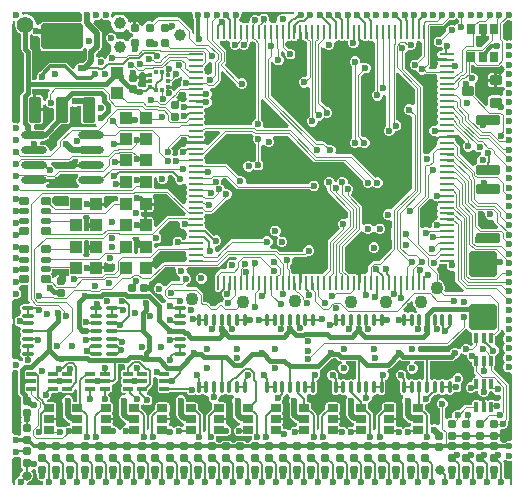
<source format=gtl>
G04*
G04 #@! TF.GenerationSoftware,Altium Limited,Altium Designer,25.1.2 (22)*
G04*
G04 Layer_Physical_Order=1*
G04 Layer_Color=255*
%FSLAX25Y25*%
%MOIN*%
G70*
G04*
G04 #@! TF.SameCoordinates,884B850E-C893-49A2-98A3-3BEC55AD8533*
G04*
G04*
G04 #@! TF.FilePolarity,Positive*
G04*
G01*
G75*
%ADD13C,0.00787*%
%ADD17C,0.01968*%
%ADD18R,0.00787X0.21260*%
%ADD19R,0.00787X0.09055*%
%ADD20R,0.00787X0.19685*%
%ADD21R,0.00787X0.07874*%
%ADD22R,0.19685X0.00787*%
%ADD23R,0.26772X0.00787*%
%ADD24R,0.17717X0.00787*%
%ADD25R,0.00787X0.22441*%
%ADD26R,0.00787X0.06299*%
%ADD27R,0.05512X0.00787*%
%ADD28R,0.00787X0.33858*%
%ADD29O,0.00866X0.05118*%
%ADD30O,0.05118X0.00866*%
G04:AMPARAMS|DCode=31|XSize=35.43mil|YSize=37.4mil|CornerRadius=3.54mil|HoleSize=0mil|Usage=FLASHONLY|Rotation=90.000|XOffset=0mil|YOffset=0mil|HoleType=Round|Shape=RoundedRectangle|*
%AMROUNDEDRECTD31*
21,1,0.03543,0.03032,0,0,90.0*
21,1,0.02835,0.03740,0,0,90.0*
1,1,0.00709,0.01516,0.01417*
1,1,0.00709,0.01516,-0.01417*
1,1,0.00709,-0.01516,-0.01417*
1,1,0.00709,-0.01516,0.01417*
%
%ADD31ROUNDEDRECTD31*%
G04:AMPARAMS|DCode=32|XSize=35.43mil|YSize=37.4mil|CornerRadius=3.54mil|HoleSize=0mil|Usage=FLASHONLY|Rotation=90.000|XOffset=0mil|YOffset=0mil|HoleType=Round|Shape=RoundedRectangle|*
%AMROUNDEDRECTD32*
21,1,0.03543,0.03032,0,0,90.0*
21,1,0.02835,0.03740,0,0,90.0*
1,1,0.00709,0.01516,0.01417*
1,1,0.00709,0.01516,-0.01417*
1,1,0.00709,-0.01516,-0.01417*
1,1,0.00709,-0.01516,0.01417*
%
%ADD32ROUNDEDRECTD32*%
G04:AMPARAMS|DCode=33|XSize=43.31mil|YSize=84.65mil|CornerRadius=4.33mil|HoleSize=0mil|Usage=FLASHONLY|Rotation=0.000|XOffset=0mil|YOffset=0mil|HoleType=Round|Shape=RoundedRectangle|*
%AMROUNDEDRECTD33*
21,1,0.04331,0.07598,0,0,0.0*
21,1,0.03465,0.08465,0,0,0.0*
1,1,0.00866,0.01732,-0.03799*
1,1,0.00866,-0.01732,-0.03799*
1,1,0.00866,-0.01732,0.03799*
1,1,0.00866,0.01732,0.03799*
%
%ADD33ROUNDEDRECTD33*%
G04:AMPARAMS|DCode=34|XSize=43.31mil|YSize=84.65mil|CornerRadius=4.33mil|HoleSize=0mil|Usage=FLASHONLY|Rotation=0.000|XOffset=0mil|YOffset=0mil|HoleType=Round|Shape=RoundedRectangle|*
%AMROUNDEDRECTD34*
21,1,0.04331,0.07599,0,0,0.0*
21,1,0.03465,0.08465,0,0,0.0*
1,1,0.00866,0.01732,-0.03799*
1,1,0.00866,-0.01732,-0.03799*
1,1,0.00866,-0.01732,0.03799*
1,1,0.00866,0.01732,0.03799*
%
%ADD34ROUNDEDRECTD34*%
G04:AMPARAMS|DCode=35|XSize=137.8mil|YSize=84.65mil|CornerRadius=8.47mil|HoleSize=0mil|Usage=FLASHONLY|Rotation=0.000|XOffset=0mil|YOffset=0mil|HoleType=Round|Shape=RoundedRectangle|*
%AMROUNDEDRECTD35*
21,1,0.13780,0.06772,0,0,0.0*
21,1,0.12087,0.08465,0,0,0.0*
1,1,0.01693,0.06043,-0.03386*
1,1,0.01693,-0.06043,-0.03386*
1,1,0.01693,-0.06043,0.03386*
1,1,0.01693,0.06043,0.03386*
%
%ADD35ROUNDEDRECTD35*%
G04:AMPARAMS|DCode=36|XSize=39.37mil|YSize=43.31mil|CornerRadius=3.94mil|HoleSize=0mil|Usage=FLASHONLY|Rotation=0.000|XOffset=0mil|YOffset=0mil|HoleType=Round|Shape=RoundedRectangle|*
%AMROUNDEDRECTD36*
21,1,0.03937,0.03543,0,0,0.0*
21,1,0.03150,0.04331,0,0,0.0*
1,1,0.00787,0.01575,-0.01772*
1,1,0.00787,-0.01575,-0.01772*
1,1,0.00787,-0.01575,0.01772*
1,1,0.00787,0.01575,0.01772*
%
%ADD36ROUNDEDRECTD36*%
G04:AMPARAMS|DCode=37|XSize=23.62mil|YSize=35.43mil|CornerRadius=2.36mil|HoleSize=0mil|Usage=FLASHONLY|Rotation=180.000|XOffset=0mil|YOffset=0mil|HoleType=Round|Shape=RoundedRectangle|*
%AMROUNDEDRECTD37*
21,1,0.02362,0.03071,0,0,180.0*
21,1,0.01890,0.03543,0,0,180.0*
1,1,0.00472,-0.00945,0.01535*
1,1,0.00472,0.00945,0.01535*
1,1,0.00472,0.00945,-0.01535*
1,1,0.00472,-0.00945,-0.01535*
%
%ADD37ROUNDEDRECTD37*%
G04:AMPARAMS|DCode=38|XSize=27.56mil|YSize=23.62mil|CornerRadius=2.36mil|HoleSize=0mil|Usage=FLASHONLY|Rotation=180.000|XOffset=0mil|YOffset=0mil|HoleType=Round|Shape=RoundedRectangle|*
%AMROUNDEDRECTD38*
21,1,0.02756,0.01890,0,0,180.0*
21,1,0.02284,0.02362,0,0,180.0*
1,1,0.00472,-0.01142,0.00945*
1,1,0.00472,0.01142,0.00945*
1,1,0.00472,0.01142,-0.00945*
1,1,0.00472,-0.01142,-0.00945*
%
%ADD38ROUNDEDRECTD38*%
G04:AMPARAMS|DCode=39|XSize=23.62mil|YSize=35.43mil|CornerRadius=2.36mil|HoleSize=0mil|Usage=FLASHONLY|Rotation=270.000|XOffset=0mil|YOffset=0mil|HoleType=Round|Shape=RoundedRectangle|*
%AMROUNDEDRECTD39*
21,1,0.02362,0.03071,0,0,270.0*
21,1,0.01890,0.03543,0,0,270.0*
1,1,0.00472,-0.01535,-0.00945*
1,1,0.00472,-0.01535,0.00945*
1,1,0.00472,0.01535,0.00945*
1,1,0.00472,0.01535,-0.00945*
%
%ADD39ROUNDEDRECTD39*%
G04:AMPARAMS|DCode=40|XSize=86.61mil|YSize=90.55mil|CornerRadius=8.66mil|HoleSize=0mil|Usage=FLASHONLY|Rotation=90.000|XOffset=0mil|YOffset=0mil|HoleType=Round|Shape=RoundedRectangle|*
%AMROUNDEDRECTD40*
21,1,0.08661,0.07323,0,0,90.0*
21,1,0.06929,0.09055,0,0,90.0*
1,1,0.01732,0.03661,0.03465*
1,1,0.01732,0.03661,-0.03465*
1,1,0.01732,-0.03661,-0.03465*
1,1,0.01732,-0.03661,0.03465*
%
%ADD40ROUNDEDRECTD40*%
%ADD41C,0.03150*%
G04:AMPARAMS|DCode=42|XSize=25.59mil|YSize=31.5mil|CornerRadius=2.56mil|HoleSize=0mil|Usage=FLASHONLY|Rotation=90.000|XOffset=0mil|YOffset=0mil|HoleType=Round|Shape=RoundedRectangle|*
%AMROUNDEDRECTD42*
21,1,0.02559,0.02638,0,0,90.0*
21,1,0.02047,0.03150,0,0,90.0*
1,1,0.00512,0.01319,0.01024*
1,1,0.00512,0.01319,-0.01024*
1,1,0.00512,-0.01319,-0.01024*
1,1,0.00512,-0.01319,0.01024*
%
%ADD42ROUNDEDRECTD42*%
G04:AMPARAMS|DCode=43|XSize=17.72mil|YSize=31.5mil|CornerRadius=1.77mil|HoleSize=0mil|Usage=FLASHONLY|Rotation=90.000|XOffset=0mil|YOffset=0mil|HoleType=Round|Shape=RoundedRectangle|*
%AMROUNDEDRECTD43*
21,1,0.01772,0.02795,0,0,90.0*
21,1,0.01417,0.03150,0,0,90.0*
1,1,0.00354,0.01398,0.00709*
1,1,0.00354,0.01398,-0.00709*
1,1,0.00354,-0.01398,-0.00709*
1,1,0.00354,-0.01398,0.00709*
%
%ADD43ROUNDEDRECTD43*%
G04:AMPARAMS|DCode=44|XSize=31.5mil|YSize=78.74mil|CornerRadius=3.15mil|HoleSize=0mil|Usage=FLASHONLY|Rotation=90.000|XOffset=0mil|YOffset=0mil|HoleType=Round|Shape=RoundedRectangle|*
%AMROUNDEDRECTD44*
21,1,0.03150,0.07244,0,0,90.0*
21,1,0.02520,0.07874,0,0,90.0*
1,1,0.00630,0.03622,0.01260*
1,1,0.00630,0.03622,-0.01260*
1,1,0.00630,-0.03622,-0.01260*
1,1,0.00630,-0.03622,0.01260*
%
%ADD44ROUNDEDRECTD44*%
%ADD45O,0.01181X0.04331*%
%ADD46O,0.04331X0.01181*%
G04:AMPARAMS|DCode=47|XSize=12.6mil|YSize=31.5mil|CornerRadius=1.26mil|HoleSize=0mil|Usage=FLASHONLY|Rotation=90.000|XOffset=0mil|YOffset=0mil|HoleType=Round|Shape=RoundedRectangle|*
%AMROUNDEDRECTD47*
21,1,0.01260,0.02898,0,0,90.0*
21,1,0.01008,0.03150,0,0,90.0*
1,1,0.00252,0.01449,0.00504*
1,1,0.00252,0.01449,-0.00504*
1,1,0.00252,-0.01449,-0.00504*
1,1,0.00252,-0.01449,0.00504*
%
%ADD47ROUNDEDRECTD47*%
%ADD48O,0.08661X0.02362*%
G04:AMPARAMS|DCode=49|XSize=12.6mil|YSize=31.5mil|CornerRadius=1.26mil|HoleSize=0mil|Usage=FLASHONLY|Rotation=180.000|XOffset=0mil|YOffset=0mil|HoleType=Round|Shape=RoundedRectangle|*
%AMROUNDEDRECTD49*
21,1,0.01260,0.02898,0,0,180.0*
21,1,0.01008,0.03150,0,0,180.0*
1,1,0.00252,-0.00504,0.01449*
1,1,0.00252,0.00504,0.01449*
1,1,0.00252,0.00504,-0.01449*
1,1,0.00252,-0.00504,-0.01449*
%
%ADD49ROUNDEDRECTD49*%
%ADD50R,0.01476X0.01378*%
%ADD51R,0.01378X0.01476*%
G04:AMPARAMS|DCode=52|XSize=39.37mil|YSize=43.31mil|CornerRadius=3.94mil|HoleSize=0mil|Usage=FLASHONLY|Rotation=270.000|XOffset=0mil|YOffset=0mil|HoleType=Round|Shape=RoundedRectangle|*
%AMROUNDEDRECTD52*
21,1,0.03937,0.03543,0,0,270.0*
21,1,0.03150,0.04331,0,0,270.0*
1,1,0.00787,-0.01772,-0.01575*
1,1,0.00787,-0.01772,0.01575*
1,1,0.00787,0.01772,0.01575*
1,1,0.00787,0.01772,-0.01575*
%
%ADD52ROUNDEDRECTD52*%
G04:AMPARAMS|DCode=53|XSize=27.56mil|YSize=23.62mil|CornerRadius=2.36mil|HoleSize=0mil|Usage=FLASHONLY|Rotation=90.000|XOffset=0mil|YOffset=0mil|HoleType=Round|Shape=RoundedRectangle|*
%AMROUNDEDRECTD53*
21,1,0.02756,0.01890,0,0,90.0*
21,1,0.02284,0.02362,0,0,90.0*
1,1,0.00472,0.00945,0.01142*
1,1,0.00472,0.00945,-0.01142*
1,1,0.00472,-0.00945,-0.01142*
1,1,0.00472,-0.00945,0.01142*
%
%ADD53ROUNDEDRECTD53*%
%ADD83C,0.03100*%
%ADD84C,0.00492*%
%ADD85C,0.01575*%
%ADD86C,0.01181*%
%ADD87C,0.02362*%
%ADD88C,0.03900*%
%ADD89C,0.04331*%
%ADD90C,0.05512*%
G36*
X83193Y157087D02*
X82780Y156915D01*
X82281Y156417D01*
X82025Y156366D01*
X81900Y156491D01*
X81248Y156761D01*
X80544D01*
X79893Y156491D01*
X79394Y155993D01*
X79124Y155341D01*
Y154801D01*
X78961Y154586D01*
X78753Y154404D01*
X78448Y154213D01*
X78248Y154252D01*
X77849Y154173D01*
X77510Y153947D01*
X77017Y153947D01*
X76679Y154173D01*
X76279Y154252D01*
X76254Y154247D01*
X75609Y154755D01*
X75539Y155317D01*
X75911Y155689D01*
X76181Y156341D01*
Y157045D01*
X76164Y157087D01*
X76690Y157874D01*
X83037D01*
X83193Y157087D01*
D02*
G37*
G36*
X148546Y155248D02*
X148603Y155191D01*
X148708Y155148D01*
Y154267D01*
X148512Y154186D01*
X148013Y153688D01*
X147998Y153651D01*
X147368Y153181D01*
X147064Y153298D01*
X146710Y153445D01*
X146005D01*
X145353Y153175D01*
X144855Y152677D01*
X144585Y152026D01*
Y151385D01*
X142645Y149445D01*
X142495Y149507D01*
X141790D01*
X141139Y149238D01*
X140640Y148739D01*
X140371Y148088D01*
Y147383D01*
X140640Y146732D01*
X141139Y146234D01*
X141790Y145964D01*
X142495D01*
X143028Y146099D01*
X143373Y145395D01*
X143008Y144744D01*
X142559D01*
X142160Y144665D01*
X141821Y144439D01*
X141595Y144100D01*
X141515Y143701D01*
X141595Y143301D01*
X141821Y142963D01*
X141821Y142470D01*
X141657Y142224D01*
X144685D01*
Y141240D01*
X141657D01*
X141821Y140994D01*
Y140502D01*
X141595Y140163D01*
X141515Y139764D01*
X141581Y139436D01*
X141563Y139316D01*
X141126Y138648D01*
X139000D01*
X138673Y139436D01*
X139056Y139819D01*
X139241Y140095D01*
X139306Y140422D01*
Y148365D01*
X139327Y148471D01*
Y152936D01*
X143118D01*
X143444Y153001D01*
X143721Y153186D01*
X145646Y155111D01*
X146104Y154921D01*
X146809D01*
X147460Y155191D01*
X147517Y155248D01*
X148031Y155635D01*
X148546Y155248D01*
D02*
G37*
G36*
X89753Y157090D02*
X89102Y156820D01*
X88603Y156322D01*
X88334Y155671D01*
Y155007D01*
X88322Y154933D01*
X88311Y154900D01*
X87801Y154195D01*
X87691Y154173D01*
X87353Y153947D01*
X86860D01*
X86521Y154173D01*
X86122Y154252D01*
X86068Y154242D01*
X85483Y154888D01*
X85555Y155061D01*
Y155766D01*
X85285Y156417D01*
X84787Y156915D01*
X84373Y157087D01*
X84530Y157874D01*
X89745D01*
X89753Y157090D01*
D02*
G37*
G36*
X23049Y157087D02*
X23031Y157045D01*
Y156341D01*
X23273Y155758D01*
Y155122D01*
X22579Y154457D01*
X10492D01*
X9932Y154346D01*
X9456Y154028D01*
X9138Y153553D01*
X8465Y153235D01*
X7677Y153581D01*
Y153984D01*
X7449Y154835D01*
X7009Y155598D01*
X6385Y156221D01*
X5622Y156662D01*
X4771Y156890D01*
X3890D01*
X3740Y156850D01*
X3726Y156853D01*
X3636Y157087D01*
X4176Y157874D01*
X22523D01*
X23049Y157087D01*
D02*
G37*
G36*
X60057D02*
X60039Y157045D01*
Y156341D01*
X60309Y155689D01*
X60607Y155392D01*
Y150614D01*
X60575Y150540D01*
X60569Y150536D01*
X59781Y150965D01*
Y151258D01*
X59716Y151585D01*
X59532Y151861D01*
X55721Y155672D01*
X55444Y155857D01*
X55118Y155922D01*
X48376D01*
X48050Y155857D01*
X47773Y155672D01*
X46533Y154433D01*
X46174Y154581D01*
X45322D01*
X44536Y154256D01*
X43933Y153654D01*
X43642Y152949D01*
X43248Y152906D01*
X42854Y152949D01*
X42563Y153654D01*
X41961Y154256D01*
X41240Y154554D01*
Y152441D01*
X40256D01*
Y154554D01*
X39536Y154256D01*
X39470Y154190D01*
X39085Y154257D01*
X38642Y154476D01*
X38482Y155073D01*
X38096Y155743D01*
X37550Y156289D01*
X36881Y156675D01*
X36134Y156875D01*
X35362D01*
X34615Y156675D01*
X33946Y156289D01*
X33534Y155877D01*
X32867Y156323D01*
X32874Y156341D01*
Y157045D01*
X32857Y157087D01*
X33383Y157874D01*
X59530D01*
X60057Y157087D01*
D02*
G37*
G36*
X157183Y149760D02*
X157635D01*
X157958Y149824D01*
X158082Y149907D01*
X158092Y149913D01*
X158603Y149753D01*
X158879Y149565D01*
Y148750D01*
X156181Y146053D01*
X155183D01*
X154502Y146572D01*
Y149565D01*
X154778Y149753D01*
X155289Y149913D01*
X155299Y149907D01*
X155423Y149824D01*
X155746Y149760D01*
X156198D01*
Y152139D01*
X157183D01*
Y149760D01*
D02*
G37*
G36*
X165002Y154921D02*
X165707D01*
X165748Y154938D01*
X166535Y154412D01*
Y148737D01*
X165748Y148211D01*
X165707Y148228D01*
X165002D01*
X164903Y148188D01*
X164802Y148189D01*
X164051Y148522D01*
X163866Y148799D01*
X163501Y149165D01*
Y153633D01*
X164851Y154984D01*
X165002Y154921D01*
D02*
G37*
G36*
X96457Y148054D02*
X96703Y148219D01*
X97195Y148219D01*
X97534Y147993D01*
X97730Y147953D01*
X98152Y147531D01*
Y136585D01*
X97597Y136024D01*
X96892D01*
X96241Y135754D01*
X95742Y135256D01*
X95473Y134604D01*
Y133900D01*
X95742Y133248D01*
X96241Y132750D01*
X96892Y132480D01*
X97597D01*
X98248Y132750D01*
X98360Y132862D01*
X99147Y132536D01*
Y122824D01*
X98997Y122762D01*
X98498Y122263D01*
X98228Y121612D01*
Y120907D01*
X98498Y120256D01*
X98997Y119758D01*
X99648Y119488D01*
X100352D01*
X101004Y119758D01*
X101502Y120256D01*
X101772Y120907D01*
Y121507D01*
X102371D01*
X103022Y121776D01*
X103520Y122275D01*
X103668Y122630D01*
X103824Y122661D01*
X104475Y122392D01*
X105180D01*
X105832Y122661D01*
X106330Y123160D01*
X106600Y123811D01*
Y124516D01*
X106330Y125167D01*
X105832Y125665D01*
X105180Y125935D01*
X104769D01*
X102822Y127882D01*
Y145948D01*
X102976Y146061D01*
X103910Y145863D01*
X104408Y145365D01*
X105059Y145095D01*
X105764D01*
X106415Y145365D01*
X106913Y145863D01*
X107183Y146515D01*
Y147219D01*
X107168Y147257D01*
X107746Y147919D01*
X107776Y147913D01*
X108175Y147993D01*
X108514Y148219D01*
X109006Y148219D01*
X109345Y147992D01*
X109744Y147913D01*
X110143Y147992D01*
X110482Y148219D01*
X110975D01*
X111313Y147993D01*
X111713Y147913D01*
X111894Y147172D01*
X112164Y146521D01*
X112662Y146022D01*
X113314Y145753D01*
X114018D01*
X114670Y146022D01*
X115168Y146521D01*
X115438Y147172D01*
X115650Y147913D01*
X116049Y147993D01*
X116388Y148219D01*
X116880Y148219D01*
X117219Y147993D01*
X117618Y147913D01*
X118017Y147993D01*
X118356Y148219D01*
X118849Y148219D01*
X119187Y147993D01*
X119587Y147913D01*
X119915Y147978D01*
X120034Y147961D01*
X120702Y147524D01*
Y131445D01*
X120650Y131423D01*
X120152Y130925D01*
X119882Y130274D01*
Y129569D01*
X120152Y128918D01*
X120650Y128419D01*
X121301Y128150D01*
X122006D01*
X122657Y128419D01*
X123155Y128918D01*
X123425Y129569D01*
Y129926D01*
X123941Y130170D01*
X124639Y129691D01*
Y119634D01*
X124587Y119612D01*
X124089Y119114D01*
X123819Y118463D01*
Y117758D01*
X124089Y117107D01*
X124587Y116608D01*
X125238Y116339D01*
X125943D01*
X126594Y116608D01*
X127093Y117107D01*
X127362Y117758D01*
Y117945D01*
X127522Y118051D01*
X128226D01*
X128878Y118321D01*
X129376Y118819D01*
X129646Y119471D01*
Y120175D01*
X129376Y120826D01*
X128878Y121325D01*
X128226Y121595D01*
X127871D01*
Y137222D01*
X128598Y137523D01*
X134137Y131984D01*
Y126962D01*
X133350Y126636D01*
X133287Y126699D01*
X132636Y126969D01*
X131931D01*
X131280Y126699D01*
X130781Y126200D01*
X130512Y125549D01*
Y124845D01*
X130781Y124193D01*
X131280Y123695D01*
X131931Y123425D01*
X132636D01*
X133153Y122825D01*
Y98787D01*
X126647Y92281D01*
X126444Y92003D01*
X125648Y91944D01*
X125575Y91975D01*
X124870D01*
X124219Y91705D01*
X123720Y91207D01*
X123451Y90556D01*
Y89851D01*
X123720Y89200D01*
X124219Y88701D01*
X124870Y88432D01*
X125575D01*
X125610Y88446D01*
X126398Y87920D01*
Y85761D01*
X126325Y85652D01*
X126260Y85326D01*
Y82105D01*
X126325Y81779D01*
X126398Y81670D01*
Y78916D01*
X122194Y74712D01*
X120465D01*
X120138Y74647D01*
X119862Y74462D01*
X118737Y73338D01*
X118552Y73061D01*
X118488Y72735D01*
Y71145D01*
X118488Y71144D01*
X118308Y70903D01*
X117862Y70542D01*
X117618Y70591D01*
X117219Y70512D01*
X116880Y70285D01*
X116388Y70285D01*
X116142Y70450D01*
Y67421D01*
X115157D01*
Y70450D01*
X114912Y70285D01*
X114419Y70285D01*
X114081Y70512D01*
X113681Y70591D01*
X113282Y70512D01*
X112943Y70285D01*
X112451Y70285D01*
X112112Y70512D01*
X112042Y70525D01*
X110696Y71872D01*
Y79216D01*
X116079Y84600D01*
X116439Y84610D01*
X116977Y84489D01*
X117002Y84430D01*
X117500Y83931D01*
X118151Y83662D01*
X118856D01*
X119508Y83931D01*
X120006Y84430D01*
X120046Y84527D01*
X120899D01*
X120939Y84430D01*
X121437Y83931D01*
X122089Y83662D01*
X122793D01*
X123444Y83931D01*
X123943Y84430D01*
X124213Y85081D01*
Y85786D01*
X123943Y86437D01*
X123444Y86935D01*
X122793Y87205D01*
X122089D01*
X121437Y86935D01*
X120939Y86437D01*
X120899Y86339D01*
X120046D01*
X120006Y86437D01*
X119508Y86935D01*
X118856Y87205D01*
X118151D01*
X117500Y86935D01*
X117192Y86626D01*
X116404Y86894D01*
Y92725D01*
X116339Y93051D01*
X116154Y93328D01*
X113032Y96450D01*
X112994Y96535D01*
X113054Y97501D01*
X113215Y97662D01*
X113484Y98313D01*
Y99018D01*
X113215Y99669D01*
X112716Y100168D01*
X112065Y100437D01*
X112007D01*
X111705Y100545D01*
Y101250D01*
X111435Y101901D01*
X110937Y102400D01*
X110286Y102669D01*
X109581D01*
X108930Y102400D01*
X108432Y101901D01*
X108162Y101250D01*
X108071Y101204D01*
X107922Y101212D01*
X107158Y101553D01*
X107014Y101901D01*
X106515Y102400D01*
X105864Y102669D01*
X105159D01*
X104508Y102400D01*
X104010Y101901D01*
X103740Y101250D01*
Y100545D01*
X104010Y99894D01*
X104508Y99396D01*
X104954Y99211D01*
Y98293D01*
X105019Y97966D01*
X105204Y97690D01*
X111745Y91148D01*
Y89088D01*
X111658Y88988D01*
X110958Y88626D01*
X110589Y88779D01*
X109884D01*
X109233Y88510D01*
X108734Y88011D01*
X108465Y87360D01*
Y86655D01*
X108734Y86004D01*
X109119Y85620D01*
X105302Y81803D01*
X105117Y81526D01*
X105052Y81200D01*
Y71967D01*
X103636Y70551D01*
X103439Y70512D01*
X103101Y70285D01*
X102608Y70285D01*
X102269Y70512D01*
X101870Y70591D01*
X101471Y70512D01*
X101132Y70285D01*
X100640Y70285D01*
X100301Y70512D01*
X99902Y70591D01*
X99502Y70512D01*
X99164Y70285D01*
X98671Y70285D01*
X98333Y70512D01*
X97933Y70591D01*
X97534Y70512D01*
X97195Y70285D01*
X96703Y70285D01*
X96457Y70450D01*
Y67421D01*
X95472D01*
Y70450D01*
X95227Y70285D01*
X94734Y70285D01*
X94396Y70512D01*
X93996Y70591D01*
X93668Y70526D01*
X93548Y70543D01*
X92881Y70980D01*
Y71861D01*
X92816Y72187D01*
X92631Y72464D01*
X92388Y72706D01*
Y73436D01*
X92539Y73498D01*
X93037Y73996D01*
X93307Y74648D01*
Y75352D01*
X93864Y76066D01*
X97463D01*
X97790Y76131D01*
X98067Y76316D01*
X98213Y76463D01*
X98364Y76401D01*
X99069D01*
X99720Y76670D01*
X100218Y77169D01*
X100488Y77820D01*
Y78525D01*
X100218Y79176D01*
X99720Y79674D01*
X99069Y79944D01*
X98364D01*
X97713Y79674D01*
X97214Y79176D01*
X96945Y78525D01*
Y77820D01*
X96913Y77772D01*
X89146D01*
X88313Y78605D01*
X88037Y78790D01*
X87710Y78855D01*
X86122D01*
X85963Y79632D01*
X85963Y79642D01*
X86460Y80139D01*
X86730Y80790D01*
Y81495D01*
X86460Y82146D01*
X85962Y82645D01*
X85310Y82914D01*
X84605D01*
X83954Y82645D01*
X83456Y82146D01*
X83394Y81996D01*
X73072D01*
X72745Y81931D01*
X72469Y81746D01*
X68394Y77671D01*
X67618Y78009D01*
Y78404D01*
X67397Y78937D01*
X67583Y79409D01*
X67792Y79725D01*
X68069D01*
X68720Y79994D01*
X69218Y80493D01*
X69488Y81144D01*
Y81849D01*
X69218Y82500D01*
X68720Y82998D01*
X68069Y83268D01*
X67364D01*
X67107Y83161D01*
X64928Y85340D01*
X64603Y85558D01*
X64179Y86128D01*
X64155Y86422D01*
X64193Y86614D01*
X64114Y87014D01*
X63888Y87352D01*
X63888Y87845D01*
X64114Y88183D01*
X64193Y88583D01*
X64114Y88982D01*
X63888Y89321D01*
X63888Y89813D01*
X64114Y90152D01*
X64281Y90535D01*
X64932Y90535D01*
X66149D01*
X66476Y90600D01*
X66752Y90785D01*
X71145Y95177D01*
X71612D01*
X72263Y95447D01*
X72762Y95945D01*
X73032Y96596D01*
Y97301D01*
X72762Y97952D01*
X72263Y98451D01*
X71612Y98721D01*
X70907D01*
X70511Y99409D01*
X70432Y99601D01*
X69933Y100099D01*
X69296Y100364D01*
X69488Y100829D01*
Y101533D01*
X70045Y102248D01*
X71105D01*
X74550Y98802D01*
X74827Y98617D01*
X75153Y98552D01*
X99052D01*
X99390Y98215D01*
X100041Y97945D01*
X100746D01*
X101397Y98215D01*
X101896Y98713D01*
X102165Y99364D01*
Y100069D01*
X101896Y100720D01*
X101397Y101218D01*
X100746Y101488D01*
X100041D01*
X99390Y101218D01*
X98892Y100720D01*
X98700Y100258D01*
X78276D01*
X77720Y100972D01*
Y101677D01*
X77450Y102328D01*
X76952Y102827D01*
X76301Y103096D01*
X75596D01*
X75445Y103034D01*
X71577Y106902D01*
X71300Y107087D01*
X70973Y107152D01*
X64582D01*
X64145Y107820D01*
X64128Y107940D01*
X64193Y108268D01*
X64114Y108667D01*
X63888Y109006D01*
X63888Y109498D01*
X64114Y109837D01*
X64153Y110033D01*
X71328Y117208D01*
X79645D01*
X80182Y116671D01*
X80388Y116358D01*
X80118Y115707D01*
Y115002D01*
X80388Y114351D01*
X80886Y113852D01*
X81037Y113790D01*
Y108257D01*
X80886Y108195D01*
X80388Y107696D01*
X79603Y107860D01*
X79093Y108071D01*
X78388D01*
X77737Y107801D01*
X77238Y107303D01*
X76968Y106652D01*
Y105947D01*
X77238Y105296D01*
X77737Y104797D01*
X78388Y104528D01*
X79093D01*
X79744Y104797D01*
X80242Y105296D01*
X81027Y105133D01*
X81537Y104921D01*
X82242D01*
X82893Y105191D01*
X83392Y105689D01*
X83661Y106341D01*
Y107045D01*
X83392Y107696D01*
X82893Y108195D01*
X82743Y108257D01*
Y113143D01*
X83116Y113435D01*
X83935Y113468D01*
X84433Y112969D01*
X85084Y112700D01*
X85789D01*
X86440Y112969D01*
X86939Y113468D01*
X87208Y114119D01*
Y114824D01*
X86939Y115475D01*
X86780Y115633D01*
X87106Y116421D01*
X91653D01*
X100163Y107911D01*
X100439Y107726D01*
X100766Y107661D01*
X110424D01*
X116795Y101290D01*
X116732Y101140D01*
Y100435D01*
X117002Y99784D01*
X117500Y99286D01*
X118151Y99016D01*
X118856D01*
X119508Y99286D01*
X119564Y99342D01*
X120079Y99729D01*
X120593Y99342D01*
X120650Y99286D01*
X121301Y99016D01*
X122006D01*
X122657Y99286D01*
X123155Y99784D01*
X123425Y100435D01*
Y101140D01*
X123155Y101791D01*
X122657Y102289D01*
X122006Y102559D01*
X121301D01*
X121151Y102497D01*
X113546Y110101D01*
X113269Y110286D01*
X112943Y110351D01*
X108173D01*
X107647Y111138D01*
X107677Y111213D01*
Y111917D01*
X107407Y112569D01*
X106909Y113067D01*
X106258Y113337D01*
X105553D01*
X105298Y113231D01*
X104196Y114333D01*
X103919Y114518D01*
X103593Y114583D01*
X101401D01*
X86126Y129858D01*
Y140900D01*
X86914Y141056D01*
X87078Y140660D01*
X87576Y140162D01*
X88227Y139892D01*
X88932D01*
X89583Y140162D01*
X90082Y140660D01*
X90351Y141311D01*
Y142016D01*
X90082Y142667D01*
X89583Y143166D01*
X89433Y143228D01*
Y144468D01*
X90220Y144794D01*
X90810Y144204D01*
X90748Y144053D01*
Y143348D01*
X91018Y142697D01*
X91516Y142199D01*
X92167Y141929D01*
X92872D01*
X93523Y142199D01*
X94022Y142697D01*
X94291Y143348D01*
Y144053D01*
X94022Y144704D01*
X93523Y145203D01*
X92872Y145472D01*
X92167D01*
X92017Y145410D01*
X90912Y146515D01*
Y147524D01*
X91580Y147961D01*
X91699Y147978D01*
X92028Y147913D01*
X92427Y147993D01*
X92766Y148219D01*
X93258Y148219D01*
X93597Y147993D01*
X93996Y147913D01*
X94396Y147993D01*
X94734Y148219D01*
X95227Y148219D01*
X95472Y148054D01*
Y151083D01*
X96457D01*
Y148054D01*
D02*
G37*
G36*
X30042Y155248D02*
X30099Y155191D01*
X30750Y154921D01*
X31455D01*
X32106Y155191D01*
X32226Y155163D01*
X32814Y154327D01*
Y153555D01*
X33014Y152808D01*
X33400Y152139D01*
X33946Y151593D01*
X34615Y151207D01*
X35362Y151007D01*
X36134D01*
X36881Y151207D01*
X37550Y151593D01*
X37865Y151908D01*
X37917Y151915D01*
X38668Y151755D01*
X38733Y151711D01*
X38933Y151228D01*
X39536Y150626D01*
X40240Y150335D01*
X40283Y149941D01*
X40240Y149547D01*
X39536Y149256D01*
X38933Y148653D01*
X38733Y148170D01*
X38668Y148127D01*
X37917Y147967D01*
X37865Y147974D01*
X37550Y148289D01*
X36881Y148675D01*
X36134Y148875D01*
X35362D01*
X35217Y148836D01*
X34666Y149259D01*
X34396Y149910D01*
X33898Y150408D01*
X33247Y150678D01*
X32542D01*
X31891Y150408D01*
X31393Y149910D01*
X31123Y149259D01*
Y148554D01*
X31393Y147903D01*
X31891Y147404D01*
X32301Y147234D01*
X32542Y147135D01*
X32819Y146347D01*
X32814Y146327D01*
Y145555D01*
X32994Y144882D01*
X32991Y144761D01*
X32605Y143941D01*
X32325Y143825D01*
X31826Y143326D01*
X31557Y142675D01*
Y142354D01*
X30769Y142102D01*
X30449Y142421D01*
X29798Y142691D01*
X29093D01*
X28699Y142528D01*
X28033Y142858D01*
X27911Y142989D01*
Y143624D01*
X29281Y144994D01*
X29281Y144994D01*
X29629Y145515D01*
X29751Y146130D01*
X29751Y146130D01*
Y150710D01*
X29751Y150710D01*
X29629Y151325D01*
X29281Y151846D01*
X26959Y154168D01*
X27001Y154317D01*
X27600Y154921D01*
X28305D01*
X28956Y155191D01*
X29013Y155248D01*
X29528Y155635D01*
X30042Y155248D01*
D02*
G37*
G36*
X71943Y147993D02*
X72010Y147979D01*
X72518Y147249D01*
X72540Y147150D01*
Y146498D01*
X72810Y145847D01*
X73308Y145349D01*
X73960Y145079D01*
X74664D01*
X75316Y145349D01*
X75689Y145722D01*
X76161Y145250D01*
X76812Y144980D01*
X77517D01*
X78168Y145250D01*
X78667Y145748D01*
X78936Y146400D01*
Y147104D01*
X79403Y147824D01*
X79792Y147982D01*
X79880Y147980D01*
X80216Y147913D01*
X80229Y147915D01*
X80277Y147883D01*
X80425Y147854D01*
X81085Y147194D01*
Y122138D01*
X80689Y121974D01*
X80191Y121476D01*
X79921Y120825D01*
Y120120D01*
X79773Y119898D01*
X64341D01*
X64193Y120079D01*
X64114Y120478D01*
X63888Y120817D01*
X63888Y121309D01*
X64114Y121648D01*
X64193Y122047D01*
X64114Y122447D01*
X63888Y122785D01*
X63888Y123278D01*
X64114Y123616D01*
X64193Y124016D01*
X64114Y124415D01*
X63888Y124754D01*
X63888Y125246D01*
X64114Y125585D01*
X64147Y125751D01*
X64215Y125787D01*
X64919D01*
X65570Y126057D01*
X66069Y126556D01*
X66339Y127207D01*
Y127911D01*
X66069Y128563D01*
X65688Y128944D01*
X66153Y129409D01*
X66422Y130060D01*
Y130765D01*
X66153Y131416D01*
X65973Y131595D01*
X66300Y132382D01*
X66761D01*
X67087Y132447D01*
X67364Y132632D01*
X69128Y134396D01*
X69313Y134673D01*
X69378Y135000D01*
Y137877D01*
X70105Y138179D01*
X74606Y133678D01*
Y133506D01*
X74876Y132855D01*
X75374Y132356D01*
X76026Y132087D01*
X76730D01*
X77381Y132356D01*
X77880Y132855D01*
X78150Y133506D01*
Y134211D01*
X77880Y134862D01*
X77381Y135360D01*
X76730Y135630D01*
X76026D01*
X75374Y135360D01*
X75355Y135341D01*
X70512Y140185D01*
X71026Y140700D01*
X71211Y140977D01*
X71276Y141303D01*
Y144524D01*
X71211Y144850D01*
X71026Y145127D01*
X69047Y147106D01*
X69198Y147896D01*
X69843Y148080D01*
X69975Y147992D01*
X70374Y147913D01*
X70773Y147992D01*
X71112Y148219D01*
X71605D01*
X71943Y147993D01*
D02*
G37*
G36*
X135335Y147913D02*
X135663Y147978D01*
X135782Y147961D01*
X136450Y147524D01*
Y143544D01*
X134674Y141768D01*
X134524Y141831D01*
X133819D01*
X133168Y141561D01*
X132669Y141063D01*
X132400Y140411D01*
Y139707D01*
X132669Y139056D01*
X133168Y138557D01*
X133819Y138287D01*
X134524D01*
X135077Y137664D01*
X135112Y137579D01*
X135611Y137081D01*
X136262Y136811D01*
X136967D01*
X137527Y137043D01*
X137581Y137007D01*
X137908Y136942D01*
X141126D01*
X141563Y136274D01*
X141581Y136155D01*
X141515Y135827D01*
X141595Y135427D01*
X141821Y135089D01*
X141821Y134596D01*
X141595Y134258D01*
X141515Y133858D01*
X141595Y133459D01*
X141821Y133120D01*
X141821Y132628D01*
X141595Y132289D01*
X141515Y131890D01*
X141595Y131490D01*
X141821Y131152D01*
X141821Y130659D01*
X141595Y130321D01*
X141515Y129921D01*
X141595Y129522D01*
X141821Y129183D01*
X141821Y128691D01*
X141595Y128352D01*
X141515Y127953D01*
X141595Y127553D01*
X141821Y127215D01*
X141821Y126722D01*
X141595Y126384D01*
X141515Y125984D01*
X141595Y125585D01*
X141821Y125246D01*
Y124754D01*
X141595Y124415D01*
X141515Y124016D01*
X141595Y123616D01*
X141821Y123278D01*
X141821Y122785D01*
X141595Y122447D01*
X141515Y122047D01*
X141595Y121648D01*
X141821Y121309D01*
X141821Y120817D01*
X141595Y120478D01*
X141113Y119975D01*
X140752Y119882D01*
X140319D01*
X139668Y119612D01*
X139170Y119114D01*
X138900Y118463D01*
Y117758D01*
X139170Y117107D01*
X139668Y116608D01*
X140319Y116339D01*
X140752D01*
X141113Y116245D01*
X141595Y115742D01*
X141821Y115404D01*
X141821Y114911D01*
X141595Y114573D01*
X141515Y114173D01*
X141582Y113839D01*
X141584Y113747D01*
X141273Y112997D01*
X141251Y112979D01*
X140995Y112808D01*
X139505Y111318D01*
X139320Y111042D01*
X139306Y110969D01*
X138643Y110473D01*
X138541Y110433D01*
X137837D01*
X137615Y110341D01*
X136827Y110834D01*
Y132745D01*
X136762Y133072D01*
X136578Y133349D01*
X130774Y139152D01*
Y144105D01*
X130925Y144167D01*
X131423Y144666D01*
X132325Y145079D01*
X133030D01*
X133681Y145349D01*
X134179Y145847D01*
X134449Y146498D01*
Y147203D01*
X134353Y147435D01*
X134804Y147867D01*
X134977Y147984D01*
X135335Y147913D01*
D02*
G37*
G36*
X6870Y149876D02*
X7522Y149606D01*
X8226D01*
X8240Y149612D01*
X9027Y149086D01*
Y146221D01*
X9138Y145660D01*
X9456Y145185D01*
X9932Y144867D01*
X10492Y144755D01*
X22579D01*
X23139Y144867D01*
X23615Y145185D01*
X23932Y145660D01*
X24572Y145763D01*
X24828Y144913D01*
X24822Y144904D01*
X24700Y144289D01*
X24700Y144289D01*
Y141931D01*
X23450Y140682D01*
X23296D01*
X23077Y140772D01*
X22372D01*
X21721Y140502D01*
X21223Y140004D01*
X20953Y139353D01*
Y139055D01*
X20166Y138728D01*
X18476Y140419D01*
X18085Y140680D01*
X17624Y140771D01*
X17624Y140771D01*
X12598D01*
X12138Y140680D01*
X11747Y140419D01*
X11747Y140418D01*
X9371Y138042D01*
X9110Y137651D01*
X9102Y137614D01*
X8992Y137569D01*
X8494Y137071D01*
X8224Y136419D01*
Y135715D01*
X7664Y135011D01*
X6523D01*
Y144488D01*
X6416Y145026D01*
X6112Y145482D01*
X5736Y145858D01*
Y149982D01*
X5816Y150032D01*
X6523Y150223D01*
X6870Y149876D01*
D02*
G37*
G36*
X154296Y139577D02*
X154573Y139392D01*
X154899Y139327D01*
X161779D01*
X162106Y139392D01*
X162382Y139577D01*
X162795Y139990D01*
X163201Y139894D01*
X163624Y139705D01*
X163852Y139154D01*
X163909Y139097D01*
X164296Y138583D01*
X163909Y138068D01*
X163852Y138011D01*
X163712Y137673D01*
X162984Y137332D01*
X162795Y137323D01*
X162546Y137373D01*
X161522D01*
Y134992D01*
Y132611D01*
X162546D01*
X162915Y132685D01*
X162962Y132716D01*
X163779Y132568D01*
X164054Y131962D01*
X163909Y131769D01*
X163852Y131712D01*
X163583Y131061D01*
Y130356D01*
X163604Y130306D01*
X162968Y129783D01*
X162915Y129819D01*
X162546Y129892D01*
X159514D01*
X159146Y129819D01*
X158833Y129610D01*
X158624Y129298D01*
X158551Y128929D01*
Y126799D01*
X157764Y126473D01*
X154257Y129979D01*
Y132669D01*
X154184Y133038D01*
X154070Y133208D01*
X154137Y133842D01*
X154230Y134127D01*
X154233Y134128D01*
X154732Y134626D01*
X155001Y135277D01*
Y135982D01*
X154732Y136634D01*
X154233Y137132D01*
X153582Y137402D01*
X152877D01*
X152868Y137408D01*
Y140084D01*
X153656Y140217D01*
X154296Y139577D01*
D02*
G37*
G36*
X66536Y140776D02*
Y137654D01*
X66318Y136926D01*
X65614D01*
X65132Y136727D01*
X64401Y136904D01*
X64219Y136984D01*
X64077Y137340D01*
X64114Y137396D01*
X64193Y137795D01*
X64114Y138195D01*
X63888Y138533D01*
X63888Y139026D01*
X64114Y139364D01*
X64153Y139561D01*
X64924Y140332D01*
X65109Y140609D01*
X65142Y140773D01*
X65581Y141089D01*
X65798Y141172D01*
X66536Y140776D01*
D02*
G37*
G36*
X43815Y137599D02*
X44488Y137164D01*
Y137106D01*
X45817D01*
Y136122D01*
X44488D01*
Y135138D01*
X45817D01*
Y134154D01*
X44488D01*
Y132817D01*
X44382Y132711D01*
X43523Y132604D01*
X42872Y132874D01*
X42167D01*
X42131Y132894D01*
X42078Y133157D01*
X41905Y133417D01*
X41895Y133439D01*
Y134277D01*
X41905Y134300D01*
X42078Y134559D01*
X42142Y134882D01*
Y135335D01*
X40157D01*
Y136319D01*
X42142D01*
Y136772D01*
X42141Y136776D01*
X42576Y137463D01*
X42712Y137563D01*
X43444D01*
X43701Y137614D01*
X43815Y137599D01*
D02*
G37*
G36*
X56564Y135959D02*
X56515Y135030D01*
X56381Y134896D01*
X56111Y134245D01*
Y133540D01*
X55549Y132841D01*
X55473Y132826D01*
X55196Y132641D01*
X53925Y131370D01*
X53311Y131559D01*
X53150Y131677D01*
Y132185D01*
X51821D01*
Y133169D01*
X53150D01*
Y134338D01*
X53370Y134485D01*
X54317Y135433D01*
X54989D01*
X55640Y135703D01*
X56139Y136201D01*
X56564Y135959D01*
D02*
G37*
G36*
X12339Y131474D02*
X11995Y131130D01*
X11810Y130853D01*
X11745Y130527D01*
Y129071D01*
X11693Y129050D01*
X11195Y128551D01*
X11044Y128186D01*
X10256Y128343D01*
Y128996D01*
X10177Y129395D01*
X9951Y129734D01*
X9612Y129960D01*
X9213Y130040D01*
X7972D01*
Y125689D01*
X10256D01*
Y126753D01*
X11044Y126909D01*
X11195Y126544D01*
X11693Y126046D01*
X12344Y125776D01*
X13049D01*
X13759Y125218D01*
Y123854D01*
X13753Y123819D01*
Y121863D01*
X10253Y118364D01*
X7471D01*
X7087Y118939D01*
Y119644D01*
X7645Y120354D01*
X9213D01*
X9612Y120433D01*
X9951Y120660D01*
X10177Y120998D01*
X10256Y121398D01*
Y124705D01*
X7480D01*
Y125197D01*
X6988D01*
Y130233D01*
X6523Y130788D01*
Y132202D01*
X12038D01*
X12339Y131474D01*
D02*
G37*
G36*
X57211Y131102D02*
X57473Y131050D01*
X57689Y130762D01*
X57900Y130381D01*
X57919Y130249D01*
X57854Y129921D01*
X57933Y129522D01*
X58160Y129183D01*
X58160Y128691D01*
X57933Y128352D01*
X57534Y127870D01*
X57090Y127756D01*
X56734D01*
X55956Y128039D01*
X55773Y128313D01*
X55500Y128495D01*
X55177Y128560D01*
X54831D01*
X54530Y129287D01*
X54983Y129740D01*
X55167Y130017D01*
X55213Y130244D01*
X56153Y131184D01*
X57087D01*
X57211Y131102D01*
D02*
G37*
G36*
X1021Y154148D02*
X1025Y154134D01*
X984Y153984D01*
Y153103D01*
X1212Y152252D01*
X1653Y151489D01*
X2276Y150865D01*
X2926Y150490D01*
Y145276D01*
X3033Y144738D01*
X3337Y144282D01*
X3713Y143906D01*
Y133606D01*
Y131370D01*
X3042Y130699D01*
X2737Y130243D01*
X2630Y129706D01*
Y121002D01*
X2602Y120964D01*
X1994Y120562D01*
X1858Y120535D01*
X1534Y120669D01*
X829D01*
X787Y120652D01*
X0Y121178D01*
Y153698D01*
X787Y154238D01*
X1021Y154148D01*
D02*
G37*
G36*
X92281Y119898D02*
X91955Y119111D01*
X83866D01*
X83373Y119898D01*
X83465Y120120D01*
Y120825D01*
X83195Y121476D01*
X82791Y121880D01*
Y128348D01*
X83457Y128595D01*
X83579Y128601D01*
X92281Y119898D01*
D02*
G37*
G36*
X69172Y117465D02*
X65201Y113494D01*
X64203Y113609D01*
X64159Y113681D01*
X61024D01*
X57916D01*
X57848Y113318D01*
X57300Y112804D01*
X56595D01*
X55944Y112534D01*
X55445Y112036D01*
X55176Y111384D01*
Y110680D01*
X55267Y110459D01*
X55156Y110227D01*
X54710Y109747D01*
X54223D01*
X53832Y109585D01*
X53765Y109634D01*
X53307Y110221D01*
X53494Y110671D01*
Y111376D01*
X53224Y112027D01*
X52806Y112446D01*
X56350Y115989D01*
X57673D01*
X58160Y115333D01*
Y114911D01*
X57995Y114665D01*
X61024D01*
X64052D01*
X63888Y114911D01*
X63888Y115404D01*
X64114Y115742D01*
X64193Y116142D01*
X64114Y116541D01*
X63888Y116880D01*
X63888Y117372D01*
X64114Y117711D01*
X64153Y117907D01*
X64438Y118192D01*
X68871D01*
X69172Y117465D01*
D02*
G37*
G36*
X20514Y126181D02*
X21218D01*
X21619Y126347D01*
X22815D01*
Y121398D01*
X22894Y120998D01*
X23120Y120660D01*
X23459Y120433D01*
X23858Y120354D01*
X27323D01*
X27722Y120433D01*
X27765Y120462D01*
X27990Y120378D01*
X28209Y119457D01*
X28091Y119330D01*
X19699D01*
X19373Y119265D01*
X19096Y119080D01*
X15194Y115178D01*
X15009Y114901D01*
X14944Y114575D01*
Y113399D01*
X13002Y111456D01*
X12788Y111485D01*
X12198Y111767D01*
X12102Y112249D01*
X11711Y112835D01*
X11125Y113226D01*
X10434Y113364D01*
X9306D01*
X9133Y114151D01*
X9619Y114751D01*
X10434D01*
X11125Y114888D01*
X11711Y115280D01*
X12102Y115866D01*
X12195Y116332D01*
X16151Y120288D01*
X16195Y120354D01*
X18268D01*
X18667Y120433D01*
X19006Y120660D01*
X19232Y120998D01*
X19311Y121398D01*
Y125892D01*
X19465Y126047D01*
X20099Y126353D01*
X20514Y126181D01*
D02*
G37*
G36*
X150556Y115128D02*
X150902Y114445D01*
X150404Y113947D01*
X150134Y113296D01*
Y112591D01*
X150404Y111940D01*
X150902Y111441D01*
X151553Y111171D01*
X152258D01*
X152909Y111441D01*
X153323Y111855D01*
X153813Y111866D01*
X154200Y111795D01*
X154242Y111693D01*
X154741Y111195D01*
X155392Y110925D01*
X156097D01*
X156248Y110198D01*
X155689Y109967D01*
X155191Y109468D01*
X154921Y108817D01*
Y108112D01*
X154942Y108062D01*
X154686Y107231D01*
X154387Y107031D01*
X154186Y106731D01*
X154160Y106599D01*
X153401Y106245D01*
X149128Y110517D01*
Y112709D01*
X149064Y113035D01*
X148879Y113312D01*
X147814Y114376D01*
X147775Y114573D01*
X147549Y114911D01*
X147549Y115404D01*
X147713Y115650D01*
X144685D01*
Y116634D01*
X147820D01*
X147865Y116706D01*
X148862Y116821D01*
X150556Y115128D01*
D02*
G37*
G36*
X21999Y107998D02*
X21755Y107834D01*
X21363Y107248D01*
X21323Y107049D01*
X26182D01*
Y106065D01*
X21193D01*
X20779Y105431D01*
X15447D01*
X15121Y105366D01*
X14997Y105284D01*
X14749Y105295D01*
X14487Y105366D01*
X14110Y105561D01*
X13940Y105970D01*
X13442Y106468D01*
X12879Y106702D01*
X12750Y106833D01*
X12671Y107013D01*
X13187Y107801D01*
X18735D01*
X19061Y107866D01*
X19338Y108051D01*
X20072Y108785D01*
X21760D01*
X21999Y107998D01*
D02*
G37*
G36*
X54134Y102321D02*
X54134Y102321D01*
Y101616D01*
X54404Y100965D01*
X54902Y100467D01*
X55553Y100197D01*
X56258D01*
X56909Y100467D01*
X57104Y100662D01*
X57582Y100491D01*
X57870Y100314D01*
X57933Y99994D01*
X58160Y99656D01*
X58160Y99163D01*
X57933Y98825D01*
X57854Y98425D01*
X57933Y98026D01*
X58160Y97687D01*
X58160Y97195D01*
X57933Y96856D01*
X57854Y96457D01*
X57933Y96057D01*
X58160Y95719D01*
X58160Y95226D01*
X57933Y94888D01*
X57854Y94488D01*
X57933Y94089D01*
X57940Y94079D01*
X57844Y93924D01*
X56846Y93809D01*
X52267Y98389D01*
X51990Y98573D01*
X51663Y98638D01*
X47655D01*
X47573Y98686D01*
X47067Y99410D01*
Y102328D01*
X47784Y102891D01*
X47947Y102877D01*
X48228Y102518D01*
Y101813D01*
X48498Y101162D01*
X48996Y100663D01*
X49648Y100394D01*
X50352D01*
X51004Y100663D01*
X51502Y101162D01*
X51772Y101813D01*
Y102518D01*
X52329Y103229D01*
X53226D01*
X54134Y102321D01*
D02*
G37*
G36*
X21909Y102938D02*
X21755Y102834D01*
X21363Y102249D01*
X21226Y101557D01*
X21363Y100866D01*
X21755Y100280D01*
X22296Y99918D01*
X22306Y99860D01*
X21935Y99131D01*
X11530D01*
X11160Y99860D01*
X11169Y99918D01*
X11711Y100280D01*
X12102Y100866D01*
X12142Y101065D01*
X7284D01*
Y102049D01*
X12615D01*
X12734Y102194D01*
X13916D01*
X14243Y102259D01*
X14520Y102444D01*
X15801Y103725D01*
X21670D01*
X21909Y102938D01*
D02*
G37*
G36*
X18377Y96255D02*
X18717Y95653D01*
X18681Y95472D01*
Y92891D01*
X14418D01*
X13206Y94103D01*
Y95807D01*
X13806Y96433D01*
X13821Y96440D01*
X18201D01*
X18377Y96255D01*
D02*
G37*
G36*
X34913D02*
X35253Y95653D01*
X35217Y95472D01*
Y94554D01*
X33817D01*
X33490Y94489D01*
X33213Y94304D01*
X31319Y92409D01*
X30531Y92735D01*
Y93209D01*
X27953D01*
Y94193D01*
X30531D01*
Y95472D01*
X30495Y95653D01*
X30835Y96255D01*
X31012Y96440D01*
X34736D01*
X34913Y96255D01*
D02*
G37*
G36*
X57675Y90568D02*
X57400Y89870D01*
X57363Y89834D01*
X57266Y89780D01*
X51748D01*
X51422Y89715D01*
X51145Y89530D01*
X47794Y86179D01*
X47067Y86480D01*
Y88386D01*
X46990Y88770D01*
X46773Y89095D01*
X46447Y89313D01*
X46063Y89389D01*
X44980D01*
Y86614D01*
X43996D01*
Y89389D01*
X43393D01*
X42895Y90169D01*
X42989Y90396D01*
Y90926D01*
X43996D01*
Y93701D01*
X44488D01*
Y94193D01*
X47067D01*
Y95473D01*
X46990Y95856D01*
X46797Y96145D01*
X46841Y96355D01*
X47067Y96932D01*
X51310D01*
X57675Y90568D01*
D02*
G37*
G36*
X139806Y95413D02*
X139907Y95384D01*
X140336Y94955D01*
X140987Y94686D01*
X141353D01*
X141515Y94488D01*
X141595Y94089D01*
X141821Y93750D01*
X141821Y93258D01*
X141595Y92919D01*
X141515Y92520D01*
X141595Y92120D01*
X141821Y91782D01*
X141821Y91289D01*
X141595Y90951D01*
X141515Y90551D01*
X141595Y90152D01*
X141821Y89813D01*
X141821Y89321D01*
X141595Y88982D01*
X141515Y88583D01*
X141354Y88386D01*
X141193D01*
X140542Y88116D01*
X140043Y87618D01*
X139774Y86967D01*
Y86262D01*
X139497Y85868D01*
X138694Y85662D01*
X138042Y85932D01*
X137338D01*
X136687Y85662D01*
X135957Y86046D01*
Y92287D01*
X138989Y95320D01*
X139021Y95367D01*
X139508Y95419D01*
X139806Y95413D01*
D02*
G37*
G36*
X157480Y90608D02*
Y89903D01*
X157750Y89252D01*
X158248Y88754D01*
X158900Y88484D01*
X159604D01*
X159778Y88556D01*
X160565Y88035D01*
Y87836D01*
X160630Y87510D01*
X160815Y87233D01*
X161871Y86177D01*
X161570Y85449D01*
X156308D01*
X155135Y86623D01*
Y90617D01*
X155328Y91074D01*
X155708Y91265D01*
X155794Y91322D01*
X156924D01*
X157480Y90608D01*
D02*
G37*
G36*
X25760Y89157D02*
X25668Y89095D01*
X25451Y88770D01*
X25374Y88386D01*
Y87106D01*
X27953D01*
Y86122D01*
X25374D01*
Y84842D01*
X25146Y84564D01*
X24067D01*
X23838Y84842D01*
Y88386D01*
X23762Y88770D01*
X23544Y89095D01*
X23452Y89157D01*
X23691Y89944D01*
X25521D01*
X25760Y89157D01*
D02*
G37*
G36*
X55709Y87360D02*
Y86655D01*
X55978Y86004D01*
X56477Y85506D01*
X57128Y85236D01*
X57186D01*
X57854Y84646D01*
X57933Y84246D01*
X58160Y83908D01*
X58160Y83415D01*
X57933Y83077D01*
X57854Y82677D01*
X57907Y82409D01*
X57448Y81781D01*
X56735Y81830D01*
X56620Y82106D01*
X56122Y82604D01*
X55471Y82874D01*
X54766D01*
X54115Y82604D01*
X53616Y82106D01*
X53347Y81455D01*
Y80750D01*
X53500Y80381D01*
X53138Y79681D01*
X53038Y79593D01*
X48648D01*
X48322Y79528D01*
X48045Y79343D01*
X47794Y79093D01*
X47067Y79394D01*
Y80260D01*
X47515Y80560D01*
X48219D01*
X48871Y80830D01*
X49369Y81328D01*
X49639Y81979D01*
Y82684D01*
X49369Y83335D01*
X48923Y83781D01*
X48866Y83871D01*
X48759Y84732D01*
X52102Y88074D01*
X55152D01*
X55709Y87360D01*
D02*
G37*
G36*
X42296Y82070D02*
X42204Y82009D01*
X41986Y81683D01*
X41910Y81299D01*
Y80020D01*
X44488D01*
Y79036D01*
X41910D01*
Y77756D01*
X41917Y77719D01*
X41463Y77024D01*
X41142Y76968D01*
X40821Y77024D01*
X40366Y77719D01*
X40374Y77756D01*
Y81299D01*
X40297Y81683D01*
X40080Y82009D01*
X39988Y82070D01*
X40227Y82858D01*
X42057D01*
X42296Y82070D01*
D02*
G37*
G36*
X25374Y81299D02*
Y80020D01*
X27953D01*
Y79036D01*
X25374D01*
Y77756D01*
X25451Y77372D01*
X25668Y77046D01*
X25760Y76985D01*
X25521Y76197D01*
X23691D01*
X23452Y76985D01*
X23544Y77046D01*
X23762Y77372D01*
X23838Y77756D01*
Y81299D01*
X24067Y81578D01*
X25146D01*
X25374Y81299D01*
D02*
G37*
G36*
X74892Y75348D02*
X74262Y74927D01*
X73611Y75197D01*
X72906D01*
X72255Y74927D01*
X71757Y74429D01*
X71487Y73778D01*
Y73073D01*
X71584Y72838D01*
X71099Y72051D01*
X69623D01*
X69297Y71986D01*
X69020Y71801D01*
X67874Y70655D01*
X67689Y70378D01*
X67671Y70288D01*
X67668Y70285D01*
X67441Y69947D01*
X67362Y69547D01*
Y65295D01*
X67441Y64896D01*
X67668Y64557D01*
X68006Y64331D01*
X68405Y64252D01*
X68805Y64331D01*
X69143Y64557D01*
X69271Y64557D01*
X69882Y63975D01*
Y63270D01*
X70152Y62619D01*
X70640Y62130D01*
X70282Y61771D01*
X70173Y61509D01*
X69941Y61092D01*
X69474Y60906D01*
X69067D01*
X68740Y60841D01*
X68464Y60656D01*
X67371Y59564D01*
X66487D01*
X65212Y60839D01*
X64935Y61024D01*
X64609Y61089D01*
X63739D01*
X63599Y61229D01*
Y63407D01*
X63534Y63734D01*
X63349Y64011D01*
X61648Y65711D01*
X61372Y65896D01*
X61045Y65961D01*
X58509D01*
X57969Y66749D01*
X58054Y66968D01*
X58705Y67238D01*
X59203Y67736D01*
X59473Y68387D01*
Y69092D01*
X59203Y69743D01*
X58705Y70242D01*
X58620Y70277D01*
X58046Y70950D01*
Y71654D01*
X57992Y71785D01*
X58518Y72572D01*
X68262D01*
X68588Y72637D01*
X68865Y72822D01*
X72109Y76066D01*
X74595D01*
X74892Y75348D01*
D02*
G37*
G36*
X57902Y77219D02*
X57919Y77100D01*
X57854Y76772D01*
X57933Y76372D01*
X58160Y76034D01*
Y75541D01*
X57933Y75203D01*
X57854Y74803D01*
X57156Y74278D01*
X50420D01*
X50093Y74213D01*
X49817Y74028D01*
X47794Y72006D01*
X47067Y72307D01*
Y74213D01*
X46990Y74597D01*
X46773Y74922D01*
X46899Y75785D01*
X49001Y77887D01*
X57465D01*
X57902Y77219D01*
D02*
G37*
G36*
X31605Y74089D02*
X32256Y73819D01*
X32961D01*
X33448Y74021D01*
X33999Y73785D01*
X34236Y73598D01*
Y72004D01*
X33392Y71160D01*
X30766D01*
X30531Y71354D01*
Y71949D01*
X27953D01*
Y72933D01*
X30531D01*
Y74076D01*
X30894Y74300D01*
X31297Y74397D01*
X31605Y74089D01*
D02*
G37*
G36*
X18681Y70669D02*
X18758Y70285D01*
X18938Y70016D01*
X18876Y69780D01*
X18754Y69651D01*
X18744Y69647D01*
X17879Y69651D01*
X17606Y69834D01*
X17284Y69898D01*
X16634D01*
Y68110D01*
X15650D01*
Y69898D01*
X15000D01*
X14677Y69834D01*
X14404Y69651D01*
X14221Y69378D01*
X13486Y69056D01*
X13370Y69057D01*
X13206Y69151D01*
Y69626D01*
X13140Y69956D01*
X13110Y70001D01*
X12955Y70246D01*
X13145Y71039D01*
X13204Y71339D01*
Y71973D01*
X18681D01*
Y70669D01*
D02*
G37*
G36*
X54557Y71785D02*
X54503Y71654D01*
Y70950D01*
X54773Y70298D01*
X55271Y69800D01*
X55356Y69765D01*
X55930Y69092D01*
Y68387D01*
X55633Y67944D01*
X52959D01*
X52633Y67879D01*
X52356Y67694D01*
X51009Y66347D01*
X50459Y66456D01*
X49961Y66955D01*
X49310Y67225D01*
X48605D01*
X47954Y66955D01*
X47455Y66456D01*
X47186Y65805D01*
Y65100D01*
X47455Y64449D01*
X47954Y63951D01*
X48605Y63681D01*
X49310D01*
X50033Y63129D01*
X50049Y63052D01*
X50233Y62775D01*
X50997Y62012D01*
X51274Y61500D01*
X50974Y60960D01*
X50860Y60846D01*
X50815Y60737D01*
X49927Y60650D01*
X49909Y60676D01*
X46501Y64084D01*
X46045Y64389D01*
X45489Y64606D01*
Y65256D01*
X43701D01*
Y66240D01*
X45489D01*
Y66890D01*
X45425Y67212D01*
X45395Y67257D01*
X45691Y67987D01*
X45743Y68045D01*
X45892D01*
X46218Y68110D01*
X46495Y68295D01*
X50773Y72572D01*
X54031D01*
X54557Y71785D01*
D02*
G37*
G36*
X142559Y73760D02*
X144566D01*
X144685Y73581D01*
Y72876D01*
X144955Y72225D01*
X145453Y71727D01*
X146104Y71457D01*
X146809D01*
X147523Y70900D01*
Y68368D01*
X147588Y68042D01*
X147773Y67765D01*
X150512Y65026D01*
X150505Y64902D01*
X150258Y64239D01*
X144559D01*
X144405Y64344D01*
X143973Y64932D01*
X144095Y65385D01*
Y66111D01*
X143907Y66812D01*
X143544Y67440D01*
X143031Y67953D01*
X142402Y68316D01*
X142192Y68373D01*
Y70447D01*
X142127Y70773D01*
X141942Y71050D01*
X141399Y71593D01*
X141505Y72454D01*
X141562Y72544D01*
X142008Y72990D01*
X142278Y73641D01*
X142449Y73781D01*
X142559Y73760D01*
D02*
G37*
G36*
X5184Y61892D02*
X5248Y61565D01*
X5433Y61289D01*
X5735Y60987D01*
X5434Y60259D01*
X3740D01*
X3279Y60168D01*
X2889Y59907D01*
X2628Y59516D01*
X2536Y59055D01*
X2628Y58594D01*
X2880Y58217D01*
X2889Y58203D01*
Y57348D01*
X2880Y57335D01*
X2628Y56957D01*
X2536Y56496D01*
X2457Y56400D01*
X2108D01*
X1457Y56130D01*
X959Y55632D01*
X787Y55219D01*
X0Y55375D01*
Y61499D01*
X787Y62025D01*
X829Y62008D01*
X1534D01*
X2185Y62278D01*
X2683Y62776D01*
X2953Y63427D01*
Y64132D01*
X2683Y64783D01*
X2185Y65281D01*
X2087Y65322D01*
Y66174D01*
X2185Y66215D01*
X2683Y66713D01*
X2684Y66716D01*
X5184D01*
Y61892D01*
D02*
G37*
G36*
X132783Y61492D02*
X133465Y61137D01*
Y60661D01*
X133652Y59960D01*
X134015Y59332D01*
X134528Y58818D01*
X134570Y58794D01*
X134731Y57855D01*
X134458Y57544D01*
X133923D01*
X133909Y57553D01*
X133532Y57806D01*
X133071Y57897D01*
X132610Y57806D01*
X132232Y57553D01*
X132219Y57544D01*
X131364D01*
X131350Y57553D01*
X130973Y57806D01*
X130512Y57897D01*
X130024Y58603D01*
X130001Y58788D01*
X132716Y61502D01*
X132783Y61492D01*
D02*
G37*
G36*
X151599Y51884D02*
X151700Y51812D01*
X151981Y51391D01*
X152463Y51069D01*
X152664Y51029D01*
X153086Y50853D01*
X153293Y50465D01*
Y47567D01*
X153349Y47287D01*
X153507Y47050D01*
X153508Y47038D01*
X153231Y46761D01*
X152683Y46279D01*
X152185Y46778D01*
X151533Y47047D01*
X150829D01*
X150178Y46778D01*
X149679Y46279D01*
X149409Y45628D01*
Y45548D01*
X148622Y45222D01*
X148445Y45400D01*
X147793Y45669D01*
X147089D01*
X146437Y45400D01*
X145939Y44901D01*
X145723Y44380D01*
X145563Y44220D01*
X135600D01*
X135039Y44923D01*
Y45628D01*
X135009Y45702D01*
X135535Y46490D01*
X144939D01*
X145265Y46554D01*
X145542Y46739D01*
X150826Y52024D01*
X151599Y51884D01*
D02*
G37*
G36*
X959Y53625D02*
X1457Y53127D01*
X2108Y52857D01*
X2433D01*
X2591Y52639D01*
X2782Y52070D01*
X2628Y51839D01*
X2536Y51378D01*
X2628Y50917D01*
X2880Y50539D01*
X2889Y50526D01*
Y49671D01*
X2880Y49657D01*
X2628Y49280D01*
X2536Y48819D01*
X2628Y48358D01*
X2880Y47980D01*
X2889Y47967D01*
Y47112D01*
X2880Y47098D01*
X2628Y46721D01*
X2536Y46260D01*
X2628Y45799D01*
X2880Y45421D01*
X2889Y45408D01*
Y44552D01*
X2880Y44539D01*
X2628Y44162D01*
X2536Y43701D01*
X2628Y43240D01*
X2889Y42849D01*
X3279Y42588D01*
X3546Y42090D01*
X3543Y42085D01*
Y41459D01*
X3454Y41358D01*
X3241Y41304D01*
X2559Y41285D01*
X2185Y41659D01*
X1534Y41929D01*
X829D01*
X787Y41912D01*
X0Y42438D01*
Y53882D01*
X787Y54039D01*
X959Y53625D01*
D02*
G37*
G36*
X108420Y41822D02*
X108876Y41517D01*
X109414Y41410D01*
X109621D01*
X109778Y40623D01*
X109430Y40478D01*
X108931Y39980D01*
X108661Y39329D01*
Y38624D01*
X108931Y37973D01*
X109430Y37475D01*
X110081Y37205D01*
X110785D01*
X111437Y37475D01*
X111935Y37973D01*
X112205Y38624D01*
Y39329D01*
X111935Y39980D01*
X111437Y40478D01*
X111088Y40623D01*
X111245Y41410D01*
X114351D01*
Y35467D01*
X113940Y35255D01*
X113563Y35159D01*
X113256Y35364D01*
X112795Y35456D01*
X112335Y35365D01*
X112004Y35144D01*
X111955Y35112D01*
X111516Y35107D01*
X111076Y35112D01*
X111028Y35144D01*
X110697Y35365D01*
X110236Y35456D01*
X109775Y35364D01*
X109468Y35159D01*
X108957Y35289D01*
X108665Y35444D01*
X108604Y35750D01*
X108387Y36075D01*
X108465Y36262D01*
Y36967D01*
X108195Y37618D01*
X107696Y38116D01*
X107045Y38386D01*
X106341D01*
X105689Y38116D01*
X105191Y37618D01*
X104921Y36967D01*
Y36262D01*
X105191Y35611D01*
X105689Y35112D01*
X105886Y35031D01*
X106347Y34815D01*
X106473Y34252D01*
Y31102D01*
X106565Y30641D01*
X106826Y30251D01*
X107216Y29990D01*
X107677Y29898D01*
X108138Y29990D01*
X108516Y30242D01*
X108529Y30251D01*
X109385D01*
X109398Y30242D01*
X109775Y29990D01*
X110236Y29898D01*
X110697Y29990D01*
X111019Y30205D01*
X111208Y30166D01*
X111651Y29518D01*
X111653Y29463D01*
X111343Y29153D01*
X111073Y28502D01*
Y27797D01*
X111239Y27396D01*
Y23397D01*
X111239Y23397D01*
X111361Y22783D01*
X111709Y22262D01*
X111709Y22262D01*
X112862Y21109D01*
X112862Y21109D01*
X113383Y20761D01*
X113807Y20676D01*
X113981Y19961D01*
X113397Y19466D01*
X113345Y19488D01*
X112640D01*
X111989Y19218D01*
X111932Y19162D01*
X111417Y18775D01*
X110903Y19162D01*
X110846Y19218D01*
X110195Y19488D01*
X109490D01*
X109448Y19471D01*
X108825Y19957D01*
Y20489D01*
X108925Y20656D01*
X109007Y20780D01*
X109071Y21102D01*
Y21555D01*
X106693D01*
Y22539D01*
X109071D01*
Y22992D01*
X109007Y23315D01*
X108924Y23438D01*
X108825Y23606D01*
Y24229D01*
X108924Y24396D01*
X109007Y24520D01*
X109071Y24843D01*
Y26732D01*
X109007Y27055D01*
X108825Y27328D01*
X108551Y27511D01*
X108228Y27575D01*
X105158D01*
X104835Y27511D01*
X104561Y27328D01*
X104379Y27055D01*
X104315Y26732D01*
Y25419D01*
X102539Y23643D01*
X102321Y23317D01*
X102245Y22933D01*
X102245Y18792D01*
X101457Y18371D01*
X101397Y18411D01*
X101397Y23228D01*
X101321Y23612D01*
X101103Y23938D01*
X99623Y25419D01*
Y26732D01*
X99558Y27055D01*
X99376Y27328D01*
X99102Y27511D01*
X98780Y27575D01*
X98248D01*
Y28740D01*
X98171Y29124D01*
X98099Y29232D01*
X98099Y29290D01*
X98246Y29968D01*
X98356Y30161D01*
X98476Y30242D01*
X98489Y30251D01*
X99345D01*
X99358Y30242D01*
X99736Y29990D01*
X100197Y29898D01*
X100658Y29990D01*
X101048Y30251D01*
X101310Y30641D01*
X101401Y31102D01*
Y34252D01*
X101310Y34713D01*
X101379Y34942D01*
X101791Y35112D01*
X102289Y35611D01*
X102559Y36262D01*
Y36967D01*
X102348Y37475D01*
X102335Y37752D01*
X102574Y38447D01*
X102767Y38575D01*
X106318Y42126D01*
X106455D01*
X106976Y42342D01*
X107900D01*
X108420Y41822D01*
D02*
G37*
G36*
X129239D02*
X129695Y41517D01*
X130233Y41410D01*
X132456D01*
X132613Y40623D01*
X132264Y40478D01*
X131766Y39980D01*
X131496Y39329D01*
Y38624D01*
X131766Y37973D01*
X132264Y37475D01*
X132915Y37205D01*
X133620D01*
X134271Y37475D01*
X134770Y37973D01*
X135039Y38624D01*
Y39329D01*
X134770Y39980D01*
X134271Y40478D01*
X133923Y40623D01*
X134080Y41410D01*
X137186D01*
Y35467D01*
X136775Y35255D01*
X136398Y35159D01*
X136091Y35364D01*
X135630Y35456D01*
X135169Y35364D01*
X134838Y35143D01*
X134790Y35112D01*
X134350Y35107D01*
X133911Y35112D01*
X133863Y35143D01*
X133532Y35364D01*
X133071Y35456D01*
X132610Y35364D01*
X132303Y35159D01*
X131791Y35289D01*
X131500Y35444D01*
X131439Y35750D01*
X131222Y36075D01*
X131299Y36262D01*
Y36967D01*
X131029Y37618D01*
X130531Y38116D01*
X129880Y38386D01*
X129175D01*
X128524Y38116D01*
X128026Y37618D01*
X127756Y36967D01*
Y36262D01*
X128026Y35611D01*
X128524Y35112D01*
X128721Y35031D01*
X129181Y34815D01*
X129308Y34252D01*
Y31102D01*
X129399Y30641D01*
X129660Y30251D01*
X129999Y30025D01*
X130060Y29952D01*
X130240Y29153D01*
X129971Y28502D01*
Y27797D01*
X130137Y27396D01*
Y23397D01*
X130137Y23397D01*
X130259Y22783D01*
X130607Y22262D01*
X131760Y21109D01*
X131760Y21109D01*
X132281Y20761D01*
X132724Y20672D01*
X132908Y20321D01*
Y19957D01*
X132284Y19471D01*
X132242Y19488D01*
X131537D01*
X130886Y19218D01*
X130829Y19162D01*
X130315Y18775D01*
X129801Y19162D01*
X129744Y19218D01*
X129093Y19488D01*
X128388D01*
X128346Y19471D01*
X127722Y19957D01*
Y20489D01*
X127822Y20656D01*
X127905Y20780D01*
X127969Y21102D01*
Y21555D01*
X125591D01*
Y22539D01*
X127969D01*
Y22992D01*
X127905Y23315D01*
X127822Y23438D01*
X127722Y23606D01*
X127722Y24229D01*
X127822Y24396D01*
X127905Y24520D01*
X127969Y24843D01*
Y26732D01*
X127905Y27055D01*
X127722Y27328D01*
X127449Y27511D01*
X127126Y27575D01*
X124055D01*
X123733Y27511D01*
X123459Y27328D01*
X123276Y27055D01*
X123212Y26732D01*
Y25419D01*
X121436Y23643D01*
X121219Y23317D01*
X121142Y22933D01*
Y18792D01*
X120355Y18371D01*
X120295Y18411D01*
Y23228D01*
X120219Y23612D01*
X120001Y23938D01*
X118520Y25419D01*
Y26732D01*
X118456Y27055D01*
X118917Y27632D01*
X119415Y28130D01*
X119685Y28782D01*
Y29313D01*
X119704Y29352D01*
X120118Y29766D01*
X120357Y29921D01*
X120472Y29898D01*
X120933Y29990D01*
X121311Y30242D01*
X121324Y30251D01*
X122180D01*
X122193Y30242D01*
X122571Y29990D01*
X123031Y29898D01*
X123492Y29990D01*
X123883Y30251D01*
X124144Y30641D01*
X124236Y31102D01*
Y34252D01*
X124144Y34713D01*
X124214Y34942D01*
X124626Y35112D01*
X125124Y35611D01*
X125394Y36262D01*
Y36967D01*
X125124Y37618D01*
X124875Y37867D01*
X125033Y38423D01*
X125184Y38671D01*
X125636Y38761D01*
X126092Y39066D01*
X129044Y42017D01*
X129239Y41822D01*
D02*
G37*
G36*
X150178Y43774D02*
X150829Y43504D01*
X151476Y43266D01*
X151476Y42561D01*
X151746Y41910D01*
X152244Y41412D01*
X152896Y41142D01*
X153293D01*
Y40087D01*
X153349Y39807D01*
X153507Y39570D01*
X153675Y39458D01*
Y37956D01*
X153740Y37629D01*
X153924Y37352D01*
X154649Y36628D01*
X154323Y35841D01*
X154024D01*
X153744Y35785D01*
X153507Y35627D01*
X153349Y35390D01*
X153293Y35110D01*
Y34310D01*
X153207Y34252D01*
X152502D01*
X151851Y33982D01*
X151352Y33484D01*
X151083Y32833D01*
Y32128D01*
X151352Y31477D01*
X151851Y30978D01*
X152502Y30709D01*
X153207D01*
X153858Y30978D01*
X154310Y31430D01*
X155087Y31339D01*
X155315Y30750D01*
X155585Y30099D01*
X156083Y29601D01*
X156734Y29331D01*
X157439D01*
X158090Y29601D01*
X158589Y30099D01*
X158858Y30750D01*
X159135Y31465D01*
X159586Y31482D01*
X159977D01*
X160184Y30983D01*
X160683Y30484D01*
X161334Y30215D01*
X162039D01*
X162753Y29658D01*
Y28577D01*
X161965Y28069D01*
X161770Y28150D01*
X161065D01*
X160751Y28020D01*
X160666Y28147D01*
X160429Y28305D01*
X160150Y28361D01*
X159142D01*
X158926Y28318D01*
X158862Y28305D01*
X158366Y28210D01*
X157870Y28305D01*
X157806Y28318D01*
X157591Y28361D01*
X157579D01*
Y26181D01*
X156595D01*
Y28361D01*
X156583D01*
X156367Y28318D01*
X156303Y28305D01*
X155807Y28210D01*
X155311Y28305D01*
X155247Y28318D01*
X155032Y28361D01*
X154024D01*
X153744Y28305D01*
X153507Y28147D01*
X153349Y27909D01*
X153293Y27630D01*
Y26837D01*
X151181D01*
X150855Y26772D01*
X150578Y26588D01*
X148928Y24938D01*
X148778Y25000D01*
X148073D01*
X147422Y24730D01*
X146923Y24232D01*
X146654Y23581D01*
Y22876D01*
X146242Y22260D01*
X145315D01*
X144992Y22196D01*
X144948Y22166D01*
X144218Y22463D01*
X144160Y22515D01*
Y25601D01*
X144311Y25664D01*
X144809Y26162D01*
X145079Y26813D01*
Y27518D01*
X144809Y28169D01*
X144311Y28667D01*
X143659Y28937D01*
X142955D01*
X142304Y28667D01*
X141805Y28169D01*
X141535Y27518D01*
Y26813D01*
X141805Y26162D01*
X142304Y25664D01*
X142454Y25601D01*
Y20220D01*
X141667Y19894D01*
X141555Y20006D01*
X140904Y20276D01*
X140199D01*
X139980Y20185D01*
X139193Y20680D01*
Y23228D01*
X139116Y23612D01*
X138899Y23938D01*
X137418Y25419D01*
Y26241D01*
X137435Y26738D01*
X138148Y26969D01*
X138799Y27238D01*
X139297Y27737D01*
X139567Y28388D01*
Y28973D01*
X140534Y29941D01*
X140748Y29898D01*
X141209Y29990D01*
X141540Y30211D01*
X141588Y30243D01*
X142028Y30248D01*
X142467Y30243D01*
X142516Y30211D01*
X142846Y29990D01*
X143307Y29898D01*
X143768Y29990D01*
X144146Y30242D01*
X144159Y30251D01*
X145014Y30251D01*
X145028Y30242D01*
X145405Y29990D01*
X145866Y29898D01*
X146327Y29990D01*
X146718Y30251D01*
X146979Y30641D01*
X147477Y30908D01*
X147482Y30906D01*
X148187D01*
X148838Y31175D01*
X149337Y31674D01*
X149606Y32325D01*
Y33030D01*
X149337Y33681D01*
X149814Y34317D01*
X149957Y34460D01*
X150227Y35111D01*
Y35816D01*
X149957Y36467D01*
X149459Y36965D01*
X148808Y37235D01*
X148103D01*
X147452Y36965D01*
X146953Y36467D01*
X146767Y36017D01*
X146607Y35780D01*
X145896Y35450D01*
X145866Y35456D01*
X145405Y35364D01*
X145028Y35112D01*
X145014Y35103D01*
X144159Y35103D01*
X144146Y35112D01*
X143768Y35364D01*
X143307Y35456D01*
X142846Y35364D01*
X142516Y35144D01*
X142467Y35112D01*
X142028Y35107D01*
X141588Y35112D01*
X141540Y35144D01*
X141209Y35364D01*
X140748Y35456D01*
X140287Y35364D01*
X139980Y35159D01*
X139604Y35255D01*
X139192Y35467D01*
Y41410D01*
X146145D01*
X146683Y41517D01*
X147139Y41822D01*
X147443Y42126D01*
X147793D01*
X148445Y42396D01*
X148943Y42894D01*
X149213Y43545D01*
Y43625D01*
X150000Y43951D01*
X150178Y43774D01*
D02*
G37*
G36*
X21597Y31621D02*
Y27575D01*
X20855D01*
X20128Y27797D01*
Y28502D01*
X19858Y29153D01*
X19360Y29651D01*
X18709Y29921D01*
X18004D01*
X17353Y29651D01*
X16854Y29153D01*
X16585Y28502D01*
Y27797D01*
X16751Y27396D01*
Y23397D01*
X16751Y23397D01*
X16873Y22783D01*
X17221Y22262D01*
X18374Y21109D01*
X18374Y21109D01*
X18895Y20761D01*
X19027Y20566D01*
X19208Y19905D01*
X19093Y19724D01*
X18388D01*
X17737Y19455D01*
X17692Y19410D01*
X16899Y19218D01*
X16597Y19344D01*
X16248Y19488D01*
X15543D01*
X15355Y19410D01*
X14581Y19562D01*
X14393Y19770D01*
X14336Y19866D01*
Y20489D01*
X14436Y20656D01*
X14519Y20780D01*
X14583Y21102D01*
Y21555D01*
X12205D01*
Y22539D01*
X14583D01*
Y22992D01*
X14519Y23315D01*
X14436Y23438D01*
X14336Y23606D01*
X14336Y24229D01*
X14436Y24396D01*
X14519Y24520D01*
X14583Y24843D01*
Y26732D01*
X14519Y27055D01*
X14336Y27328D01*
X14063Y27511D01*
X13740Y27575D01*
X11552D01*
X11453Y28337D01*
X12088Y28600D01*
X12586Y29099D01*
X12856Y29750D01*
Y30455D01*
X13544Y30852D01*
X15032D01*
X15311Y30908D01*
X15492Y31029D01*
X15586Y31066D01*
X16303Y31066D01*
X16398Y31029D01*
X16579Y30908D01*
X16858Y30852D01*
X19756D01*
X20035Y30908D01*
X20272Y31066D01*
X20431Y31303D01*
X20486Y31583D01*
Y31760D01*
X20810Y32009D01*
X21597Y31621D01*
D02*
G37*
G36*
X71406Y30242D02*
X71783Y29990D01*
X72244Y29898D01*
X72705Y29990D01*
X73083Y30242D01*
X73096Y30251D01*
X73156D01*
X73810Y29463D01*
X73800Y29405D01*
X73547Y29153D01*
X73278Y28502D01*
Y27797D01*
X73444Y27396D01*
Y23397D01*
X73444Y23397D01*
X73566Y22783D01*
X73914Y22262D01*
X75067Y21109D01*
X75067Y21109D01*
X75588Y20761D01*
X75730Y20575D01*
X75687Y20363D01*
X75287Y19787D01*
X74635Y19518D01*
X74137Y19019D01*
X73867Y18368D01*
Y17663D01*
X74137Y17012D01*
X74635Y16514D01*
X75287Y16244D01*
X75991D01*
X76643Y16514D01*
X76675Y16546D01*
X76811Y16519D01*
X79708D01*
X79725Y16494D01*
Y15789D01*
X79816Y15567D01*
X79718Y15257D01*
X79364Y14740D01*
X79244Y14716D01*
X78971Y14533D01*
X78788Y14260D01*
X78776Y14196D01*
X77917D01*
X77905Y14260D01*
X77722Y14533D01*
X77449Y14716D01*
X77126Y14780D01*
X74843D01*
X74520Y14716D01*
X74247Y14533D01*
X74064Y14260D01*
X74051Y14196D01*
X73193D01*
X73180Y14260D01*
X72998Y14533D01*
X72724Y14716D01*
X72402Y14780D01*
X70118D01*
X69796Y14716D01*
X69522Y14533D01*
X69339Y14260D01*
X69327Y14196D01*
X68469D01*
X68456Y14260D01*
X68273Y14533D01*
X68000Y14716D01*
X67870Y15544D01*
X67878Y15563D01*
Y16268D01*
X68046Y16519D01*
X70433D01*
X70552Y16543D01*
X70865Y16413D01*
X71570D01*
X72221Y16683D01*
X72720Y17181D01*
X72989Y17832D01*
Y18537D01*
X72720Y19188D01*
X72221Y19687D01*
X71570Y19956D01*
X71537D01*
X71498Y19998D01*
X71188Y20744D01*
X71212Y20780D01*
X71276Y21102D01*
Y21555D01*
X68898D01*
Y22539D01*
X71276D01*
Y22992D01*
X71212Y23315D01*
X71129Y23438D01*
X71029Y23606D01*
X71029Y24229D01*
X71129Y24396D01*
X71212Y24520D01*
X71276Y24843D01*
Y26732D01*
X71212Y27055D01*
X71029Y27328D01*
X70756Y27511D01*
X70433Y27575D01*
X69024D01*
X68639Y28304D01*
X68909Y28955D01*
Y29311D01*
X68920Y29335D01*
X69542Y29876D01*
X69636Y29908D01*
X69685Y29898D01*
X70146Y29990D01*
X70524Y30242D01*
X70537Y30251D01*
X71392D01*
X71406Y30242D01*
D02*
G37*
G36*
X37478Y39957D02*
X37598Y39540D01*
X37459Y39331D01*
X37382Y38947D01*
Y38439D01*
X36937D01*
X36658Y38384D01*
X36421Y38225D01*
X36262Y37988D01*
X36206Y37709D01*
Y36701D01*
X36262Y36421D01*
X36421Y36182D01*
Y35668D01*
X36262Y35429D01*
X36206Y35150D01*
Y34142D01*
X36262Y33862D01*
X36421Y33623D01*
Y33109D01*
X36262Y32870D01*
X36206Y32591D01*
Y31583D01*
X36262Y31303D01*
X36421Y31066D01*
X36658Y30908D01*
X36937Y30852D01*
X37674D01*
X37837Y30649D01*
X37780Y30468D01*
X37253Y29921D01*
X36902D01*
X36250Y29651D01*
X35752Y29153D01*
X35482Y28502D01*
Y27797D01*
X35648Y27396D01*
Y23397D01*
X35648Y23397D01*
X35770Y22783D01*
X36119Y22262D01*
X37272Y21109D01*
X37272Y21109D01*
X37773Y20774D01*
X37857Y20512D01*
X37522Y19790D01*
X36871Y19520D01*
X36373Y19022D01*
X36135Y18447D01*
X35741Y18407D01*
X35347Y18447D01*
X35109Y19022D01*
X34611Y19520D01*
X33960Y19790D01*
X33579D01*
X33363Y20238D01*
X33283Y20571D01*
X33334Y20656D01*
X33417Y20780D01*
X33481Y21102D01*
Y21555D01*
X31102D01*
Y22539D01*
X33481D01*
Y22992D01*
X33417Y23315D01*
X33334Y23438D01*
X33234Y23606D01*
Y24229D01*
X33334Y24396D01*
X33417Y24520D01*
X33481Y24843D01*
Y26732D01*
X33417Y27055D01*
X33234Y27328D01*
X32960Y27511D01*
X32923Y27518D01*
X32493Y28123D01*
X32429Y28363D01*
X32480Y28486D01*
Y29191D01*
X32211Y29842D01*
X31988Y30065D01*
X32100Y30852D01*
X32354D01*
X32634Y30908D01*
X32871Y31066D01*
X33029Y31303D01*
X33085Y31583D01*
Y32591D01*
X33029Y32870D01*
X33372Y33625D01*
X33388Y33642D01*
X33465D01*
X33849Y33718D01*
X34174Y33936D01*
X34997Y34758D01*
X35214Y35084D01*
X35291Y35468D01*
Y40327D01*
X37234D01*
X37478Y39957D01*
D02*
G37*
G36*
X91668Y30251D02*
X91681Y30242D01*
X92059Y29990D01*
X92150Y29972D01*
X92445Y29153D01*
X92175Y28502D01*
Y27797D01*
X92341Y27396D01*
Y23397D01*
X92341Y23397D01*
X92463Y22783D01*
X92812Y22262D01*
X93965Y21109D01*
X93965Y21109D01*
X94486Y20761D01*
X94735Y20711D01*
X94760Y20664D01*
X94959Y19937D01*
X94482Y19488D01*
X93939D01*
X93288Y19218D01*
X92789Y18720D01*
X92669Y18429D01*
X92476Y18344D01*
X91792Y18276D01*
X91456Y18612D01*
X90805Y18882D01*
X90174D01*
Y19252D01*
X90110Y19575D01*
X90027Y19698D01*
X89927Y19866D01*
Y20489D01*
X90027Y20656D01*
X90110Y20780D01*
X90174Y21102D01*
Y21555D01*
X87795D01*
Y22539D01*
X90174D01*
Y22992D01*
X90110Y23315D01*
X90027Y23438D01*
X89927Y23606D01*
Y24229D01*
X90027Y24396D01*
X90110Y24520D01*
X90174Y24843D01*
Y26732D01*
X90110Y27055D01*
X89927Y27328D01*
X89862Y27982D01*
X90131Y28633D01*
Y29338D01*
X90131Y29338D01*
X90595Y29801D01*
X90812Y30127D01*
X91240Y30279D01*
X91668Y30251D01*
D02*
G37*
G36*
X47793Y35961D02*
X47875D01*
X48031Y35822D01*
X48416Y35174D01*
X48411Y35150D01*
Y34142D01*
X48467Y33862D01*
X48625Y33623D01*
Y33109D01*
X48467Y32870D01*
X48411Y32591D01*
Y31583D01*
X48467Y31303D01*
X48625Y31066D01*
X48862Y30908D01*
X49142Y30852D01*
X52039D01*
X52319Y30908D01*
X52556Y31066D01*
X52567Y31083D01*
X58059D01*
X58215Y30706D01*
X58714Y30208D01*
X59365Y29938D01*
X60070D01*
X60721Y30208D01*
X60799Y30286D01*
X61156Y30251D01*
X61547Y29990D01*
X62008Y29898D01*
X62469Y29990D01*
X62846Y30242D01*
X62860Y30251D01*
X63715D01*
X63728Y30242D01*
X64106Y29990D01*
X64567Y29898D01*
X64638Y29912D01*
X64739Y29877D01*
X65343Y29360D01*
X65366Y29315D01*
Y28955D01*
X65635Y28304D01*
X66134Y27805D01*
X66157Y27796D01*
X66584Y27055D01*
X66519Y26732D01*
Y25419D01*
X64743Y23643D01*
X64526Y23317D01*
X64449Y22933D01*
Y18069D01*
X64396Y18008D01*
X63662Y17745D01*
X63602Y17817D01*
Y23228D01*
X63526Y23612D01*
X63308Y23938D01*
X61827Y25419D01*
Y26732D01*
X61763Y27055D01*
X61580Y27328D01*
X61307Y27511D01*
X60984Y27575D01*
X58651D01*
X57923Y27797D01*
Y28502D01*
X57653Y29153D01*
X57155Y29651D01*
X56504Y29921D01*
X55799D01*
X55148Y29651D01*
X54650Y29153D01*
X54380Y28502D01*
Y27797D01*
X54546Y27396D01*
Y23397D01*
X54546Y23397D01*
X54668Y22783D01*
X55016Y22262D01*
X56169Y21109D01*
X56169Y21109D01*
X56690Y20761D01*
X57091Y19922D01*
X57038Y19753D01*
X56285Y19477D01*
X55745Y19701D01*
X55040D01*
X54389Y19431D01*
X53923Y18966D01*
X53543Y19346D01*
X52892Y19616D01*
X52287D01*
X52257Y19661D01*
X52134Y20492D01*
X52232Y20656D01*
X52314Y20780D01*
X52378Y21102D01*
Y21555D01*
X50000D01*
Y22539D01*
X52378D01*
Y22992D01*
X52314Y23315D01*
X52232Y23438D01*
X52132Y23606D01*
X52132Y24229D01*
X52232Y24396D01*
X52314Y24520D01*
X52378Y24843D01*
Y26732D01*
X52314Y27055D01*
X52132Y27328D01*
X51858Y27511D01*
X51535Y27575D01*
X48465D01*
X48142Y27511D01*
X47869Y27328D01*
X47686Y27055D01*
X47622Y26732D01*
Y25419D01*
X45845Y23643D01*
X45628Y23317D01*
X45552Y22933D01*
X45552Y18792D01*
X44764Y18371D01*
X44704Y18411D01*
Y23228D01*
X44628Y23612D01*
X44410Y23938D01*
X42930Y25419D01*
Y26680D01*
X43049Y26785D01*
X43668Y27055D01*
X43878Y26845D01*
X44530Y26575D01*
X45234D01*
X45886Y26845D01*
X46384Y27343D01*
X46654Y27994D01*
Y28699D01*
X46384Y29350D01*
X45886Y29848D01*
X45234Y30118D01*
X44905D01*
X44830Y30885D01*
X44839Y30908D01*
X45076Y31066D01*
X45234Y31303D01*
X45290Y31583D01*
Y31763D01*
X46379Y32852D01*
X46596Y33178D01*
X46673Y33562D01*
Y35672D01*
X47460Y36099D01*
X47793Y35961D01*
D02*
G37*
G36*
X829Y38386D02*
X1082D01*
X1559Y38326D01*
X1843Y37662D01*
Y35171D01*
X1772Y34998D01*
Y34293D01*
X1843Y34121D01*
Y31001D01*
X1950Y30463D01*
X2255Y30007D01*
X2729Y29533D01*
Y28543D01*
X2740Y28489D01*
Y27205D01*
X2804Y26882D01*
X2977Y26622D01*
X2987Y26600D01*
Y25762D01*
X2977Y25740D01*
X2804Y25480D01*
X2740Y25158D01*
Y23268D01*
X2804Y22945D01*
X2987Y22672D01*
X3080Y22609D01*
X2953Y22301D01*
Y21596D01*
X2988Y21511D01*
X3214Y20935D01*
X2987Y20636D01*
X2804Y20362D01*
X2740Y20039D01*
Y18150D01*
X2804Y17827D01*
X2977Y17567D01*
X2987Y17545D01*
Y16750D01*
X2287Y16494D01*
X2022Y16530D01*
X1534Y16732D01*
X829D01*
X787Y16715D01*
X0Y17241D01*
Y37877D01*
X787Y38403D01*
X829Y38386D01*
D02*
G37*
G36*
X163583Y51616D02*
Y51616D01*
X163852Y50965D01*
X163909Y50908D01*
X164296Y50394D01*
X163909Y49879D01*
X163852Y49823D01*
X163583Y49171D01*
Y48467D01*
X163852Y47815D01*
X163909Y47758D01*
X164296Y47244D01*
X163909Y46730D01*
X163852Y46673D01*
X163583Y46022D01*
Y45317D01*
X163852Y44666D01*
X163909Y44609D01*
X164296Y44094D01*
X163909Y43580D01*
X163852Y43523D01*
X163583Y42872D01*
Y42167D01*
X163852Y41516D01*
X163909Y41459D01*
X164296Y40945D01*
X163909Y40431D01*
X163852Y40374D01*
X163583Y39722D01*
Y39018D01*
X163852Y38366D01*
X164351Y37868D01*
X165002Y37598D01*
X165707D01*
X165748Y37615D01*
X166535Y37089D01*
Y15273D01*
X165748Y14747D01*
X165707Y14764D01*
X165002D01*
X164351Y14494D01*
X164053Y14196D01*
X163016D01*
X162368Y14903D01*
Y14995D01*
X162550Y15268D01*
X162615Y15591D01*
Y16043D01*
X160630D01*
Y17028D01*
X162615D01*
Y17480D01*
X162550Y17803D01*
X162377Y18063D01*
X162368Y18085D01*
Y18124D01*
X162980Y18654D01*
X163095Y18701D01*
X163738D01*
X164389Y18971D01*
X164888Y19469D01*
X165157Y20120D01*
Y20825D01*
X165005Y21192D01*
X165193Y21380D01*
X165378Y21656D01*
X165443Y21983D01*
Y33284D01*
X165378Y33610D01*
X165193Y33887D01*
X160465Y38616D01*
X160450Y38938D01*
X160523Y39474D01*
X160666Y39570D01*
X160825Y39807D01*
X160880Y40087D01*
Y42984D01*
X160835Y43212D01*
X161240Y43380D01*
X161738Y43878D01*
X162008Y44530D01*
Y45234D01*
X161738Y45886D01*
X161240Y46384D01*
X161127Y46431D01*
X161055Y46527D01*
X160825Y47287D01*
X160880Y47567D01*
Y49571D01*
X161120Y49732D01*
X162562Y51173D01*
X162747Y51450D01*
X162795Y51694D01*
X163583Y51616D01*
D02*
G37*
G36*
X2306Y9528D02*
X2984Y9032D01*
X2986Y9028D01*
X2977Y9008D01*
X2804Y8748D01*
X2740Y8425D01*
Y6536D01*
X2804Y6213D01*
X2987Y5939D01*
X3260Y5757D01*
X3289Y5751D01*
X3416Y5285D01*
X3434Y4921D01*
X2889Y4376D01*
X2559Y3580D01*
Y2953D01*
X2403D01*
X1752Y2683D01*
X1254Y2185D01*
X984Y1534D01*
Y1230D01*
X309Y643D01*
X257Y628D01*
X0Y706D01*
Y8743D01*
X787Y9269D01*
X829Y9252D01*
X1534D01*
X2185Y9522D01*
X2199Y9536D01*
X2306Y9528D01*
D02*
G37*
G36*
X164351Y8341D02*
X165002Y8071D01*
X165707D01*
X165748Y8088D01*
X166535Y7562D01*
Y1969D01*
X164584D01*
X164494Y2185D01*
X163996Y2683D01*
X163897Y2724D01*
Y6988D01*
X163821Y7372D01*
X163679Y7585D01*
X163638Y7965D01*
X163662Y8148D01*
X163874Y8541D01*
X164110Y8582D01*
X164351Y8341D01*
D02*
G37*
G36*
X6736Y5315D02*
X7441D01*
X7858Y5037D01*
Y4173D01*
X7922Y3851D01*
X8103Y3580D01*
X8071Y3502D01*
Y2797D01*
X8341Y2146D01*
X8839Y1648D01*
X9490Y1378D01*
X10195D01*
X10236Y1350D01*
Y0D01*
X5669D01*
X5434Y185D01*
X5152Y787D01*
X5289Y1040D01*
X5951Y1314D01*
X6560Y1923D01*
X6890Y2719D01*
Y3580D01*
X6560Y4376D01*
X6288Y4649D01*
X6734Y5316D01*
X6736Y5315D01*
D02*
G37*
%LPC*%
G36*
X114560Y142902D02*
X113855D01*
X113204Y142632D01*
X112706Y142134D01*
X112436Y141483D01*
Y140778D01*
X112706Y140127D01*
X113204Y139629D01*
X113320Y139581D01*
Y115738D01*
X113170Y115675D01*
X112671Y115177D01*
X112402Y114526D01*
Y113821D01*
X112671Y113170D01*
X113170Y112671D01*
X113821Y112402D01*
X114526D01*
X115177Y112671D01*
X115234Y112728D01*
X115748Y113115D01*
X116262Y112728D01*
X116319Y112671D01*
X116971Y112402D01*
X117675D01*
X118326Y112671D01*
X118825Y113170D01*
X119095Y113821D01*
Y114526D01*
X118825Y115177D01*
X118326Y115675D01*
X117675Y115945D01*
X116971D01*
X116820Y115883D01*
X116010Y116692D01*
Y136231D01*
X117096Y137316D01*
X117246Y137254D01*
X117951D01*
X118602Y137524D01*
X119101Y138022D01*
X119370Y138673D01*
Y139378D01*
X119101Y140029D01*
X118602Y140527D01*
X117951Y140797D01*
X117246D01*
X116707Y140574D01*
X116598Y140604D01*
X116300Y140766D01*
X115979Y141025D01*
Y141483D01*
X115709Y142134D01*
X115211Y142632D01*
X114560Y142902D01*
D02*
G37*
G36*
X87951Y86516D02*
X87246D01*
X86595Y86246D01*
X86097Y85748D01*
X85827Y85097D01*
Y84392D01*
X86097Y83741D01*
X86595Y83242D01*
X87246Y82972D01*
X87951D01*
X88111Y83039D01*
X88556Y82371D01*
X88291Y82106D01*
X88022Y81455D01*
Y80750D01*
X88291Y80099D01*
X88790Y79601D01*
X89441Y79331D01*
X90146D01*
X90797Y79601D01*
X91295Y80099D01*
X91565Y80750D01*
Y81455D01*
X91295Y82106D01*
X90797Y82604D01*
X90146Y82874D01*
X89441D01*
X89281Y82808D01*
X88835Y83476D01*
X89100Y83741D01*
X89370Y84392D01*
Y85097D01*
X89100Y85748D01*
X88602Y86246D01*
X87951Y86516D01*
D02*
G37*
G36*
X120825Y80906D02*
X120120D01*
X119469Y80636D01*
X118971Y80137D01*
X118701Y79486D01*
Y78781D01*
X118971Y78130D01*
X119469Y77632D01*
X120120Y77362D01*
X120825D01*
X121476Y77632D01*
X121974Y78130D01*
X122244Y78781D01*
Y79486D01*
X121974Y80137D01*
X121476Y80636D01*
X120825Y80906D01*
D02*
G37*
G36*
X160538Y137373D02*
X159514D01*
X159146Y137299D01*
X158833Y137091D01*
X158624Y136778D01*
X158551Y136409D01*
Y135484D01*
X160538D01*
Y137373D01*
D02*
G37*
G36*
Y134500D02*
X158551D01*
Y133575D01*
X158624Y133206D01*
X158833Y132893D01*
X159146Y132685D01*
X159514Y132611D01*
X160538D01*
Y134500D01*
D02*
G37*
G36*
X47067Y93209D02*
X44980D01*
Y90926D01*
X46063D01*
X46447Y91002D01*
X46773Y91220D01*
X46990Y91545D01*
X47067Y91929D01*
Y93209D01*
D02*
G37*
G36*
X63345Y70669D02*
X62640D01*
X61989Y70400D01*
X61490Y69901D01*
X61221Y69250D01*
Y68545D01*
X61490Y67894D01*
X61989Y67396D01*
X62640Y67126D01*
X63345D01*
X63996Y67396D01*
X64494Y67894D01*
X64764Y68545D01*
Y69250D01*
X64494Y69901D01*
X63996Y70400D01*
X63345Y70669D01*
D02*
G37*
%LPD*%
D13*
X77645Y157480D02*
X86971D01*
X164961Y4331D02*
X166142D01*
Y3937D02*
Y4331D01*
X7518Y394D02*
Y1493D01*
X7480Y394D02*
X7518D01*
X394Y5168D02*
X1992D01*
X7283Y111558D02*
X7284Y111557D01*
X7283Y111558D02*
Y113703D01*
X10640Y106557D02*
X12231Y104966D01*
X7284Y106557D02*
X10640D01*
X12231Y104966D02*
X12438D01*
X34284Y103150D02*
X35367Y104232D01*
X33858Y103150D02*
X34284D01*
X35367Y104232D02*
X41976D01*
X37008Y101181D02*
Y101181D01*
X34646Y100394D02*
X36220D01*
X37008Y101181D01*
X5315Y59055D02*
X5390Y58980D01*
X7720D01*
X8432Y58268D01*
X8858D01*
X5315Y59055D02*
X5315Y56496D01*
X5315Y51378D02*
X11811D01*
X36438Y61257D02*
X36598Y61417D01*
X37569D01*
X38878Y60108D01*
X40840Y67809D02*
X41142Y68110D01*
X39764Y65945D02*
X40840Y67022D01*
X39764Y65748D02*
Y65945D01*
X40840Y67022D02*
Y67809D01*
X33268Y59055D02*
X33343Y58980D01*
X36265Y58408D02*
X36691D01*
X35693Y58980D02*
X36265Y58408D01*
X33343Y58980D02*
X35693D01*
X38878Y58317D02*
Y60108D01*
X38827Y56544D02*
Y58267D01*
X38878Y58317D01*
X35827Y53543D02*
X38827Y56544D01*
X34287Y35468D02*
Y41732D01*
X38386Y38947D02*
X40483Y41043D01*
X38386Y37272D02*
Y38947D01*
X65650Y78248D02*
Y81004D01*
Y78248D02*
X65847Y78051D01*
X63976Y82677D02*
X65650Y81004D01*
X61024Y82677D02*
X63976D01*
X67353Y81496D02*
X67716D01*
X61039Y84631D02*
X64219D01*
X67353Y81496D01*
X61024Y84646D02*
X61039Y84631D01*
X36220Y113771D02*
X37795Y115346D01*
X33743Y113566D02*
X33948Y113771D01*
X57030Y111032D02*
X58196Y112198D01*
X61017D02*
X61024Y112205D01*
X58196Y112198D02*
X61017D01*
X56947Y111032D02*
X57030D01*
X100394Y23228D02*
X100394Y16142D01*
X97835Y25787D02*
X100394Y23228D01*
X97244Y25787D02*
X97835Y25787D01*
X135039D02*
X135039D01*
X138189Y16142D02*
Y23228D01*
X18740Y17953D02*
X18917Y18130D01*
X21240D02*
X21358Y18012D01*
X18917Y18130D02*
X21240D01*
X11084Y30102D02*
X11385Y30404D01*
Y30908D01*
X12328Y31850D01*
X96949Y18012D02*
X97244Y18307D01*
X94291Y17717D02*
X94587Y18012D01*
X89617Y17520D02*
X90027Y17110D01*
X94587Y18012D02*
X96949D01*
X88583Y17520D02*
X89617D01*
X90027Y17110D02*
X90453D01*
X60250Y55287D02*
X61839D01*
X62008Y55118D01*
X58285Y86629D02*
X61009D01*
X57906Y87008D02*
X58285Y86629D01*
X57480Y87008D02*
X57906D01*
X28132Y59237D02*
Y60254D01*
X27756Y59055D02*
X27950D01*
X28132Y59237D01*
X38640Y121597D02*
X40846D01*
X3243Y54327D02*
X3634Y53937D01*
X2461Y54629D02*
X2762Y54327D01*
X3634Y53937D02*
X5315D01*
X2762Y54327D02*
X3243D01*
X25787Y29035D02*
X25984Y28839D01*
X25787Y29035D02*
Y32087D01*
X36775Y140256D02*
X38793Y142274D01*
X30092Y138952D02*
X30401D01*
X24115Y139000D02*
X24190Y139075D01*
X28736Y138853D02*
X29993D01*
X28514Y139075D02*
X28736Y138853D01*
X29993D02*
X30092Y138952D01*
X47015Y143898D02*
X47802Y143110D01*
X24190Y139075D02*
X28514D01*
X38793Y142274D02*
X41664D01*
X31705Y140256D02*
X36775D01*
X30401Y138952D02*
X31705Y140256D01*
X43790Y144021D02*
X46176D01*
X41792Y142403D02*
X42171D01*
X41664Y142274D02*
X41792Y142403D01*
X46176Y144021D02*
X46299Y143898D01*
X42171Y142403D02*
X43790Y144021D01*
X55958Y129055D02*
X56595Y129692D01*
X55958Y128989D02*
Y129055D01*
X56595Y129692D02*
Y130118D01*
X55020Y128051D02*
X55958Y128989D01*
X77952Y71074D02*
X78233Y70792D01*
Y67436D02*
Y70792D01*
X83095Y63048D02*
X84139Y64092D01*
X83095Y62901D02*
Y63048D01*
X50000Y18307D02*
X50231Y18076D01*
X52308D01*
X52539Y17844D01*
X55392Y17929D02*
X55475Y18012D01*
X15945Y34646D02*
X18504D01*
X13386D02*
X15945D01*
X115733Y148364D02*
X116646Y147451D01*
Y147025D02*
Y147451D01*
X144653Y143733D02*
Y146212D01*
X144924Y146483D01*
X144653Y143733D02*
X144685Y143701D01*
X162384Y136346D02*
Y137927D01*
X162432Y138159D02*
X162616D01*
X162402Y138189D02*
X162432Y138159D01*
X162384Y137927D02*
X162616Y138159D01*
X161030Y134992D02*
X162384Y136346D01*
X158661Y107510D02*
X158760Y107608D01*
X158563Y110621D02*
X158760Y110424D01*
X158661Y105118D02*
Y107510D01*
X158760Y107608D02*
Y110424D01*
X46299Y143898D02*
X47015D01*
X45817Y132677D02*
X45866D01*
X45768D02*
X45817D01*
X105915Y53335D02*
X106216Y53636D01*
X107495D02*
X107677Y53818D01*
Y54051D02*
X107859Y53869D01*
X106216Y53636D02*
X107495D01*
X107677Y54051D02*
Y55118D01*
X110236D01*
X83858Y36350D02*
Y36614D01*
X84843Y32677D02*
Y35366D01*
X83858Y36350D02*
X84843Y35366D01*
X73721Y35728D02*
X74537D01*
X77490Y38681D01*
X79203D01*
X72373Y34381D02*
X73721Y35728D01*
X66929Y60630D02*
Y61024D01*
X69587Y63681D01*
X148317Y115146D02*
X148679D01*
X147336Y116127D02*
X148317Y115146D01*
X144700Y116127D02*
X147336D01*
X144685Y116142D02*
X144700Y116127D01*
X142310D02*
X144670D01*
X144685Y116142D01*
X140455Y114272D02*
X142310Y116127D01*
X9547Y18410D02*
Y23720D01*
X11378Y25551D01*
Y25787D01*
X10138Y27264D02*
X11614Y25787D01*
X10138Y27264D02*
Y28036D01*
X8661Y29512D02*
X10138Y28036D01*
X8661Y29512D02*
Y36220D01*
X11614Y25787D02*
X12205D01*
X12328Y31850D02*
X13347D01*
X13583Y32087D01*
X7913Y36968D02*
X8661Y36220D01*
X6339Y36968D02*
X7913D01*
X38189Y34646D02*
X40748D01*
X47802Y143110D02*
X48228D01*
X15702Y39143D02*
X16862D01*
X15429Y38871D02*
X15702Y39143D01*
X16862D02*
X18380Y40661D01*
X15369Y38445D02*
Y38871D01*
X14528Y37205D02*
X14764Y37441D01*
Y37839D01*
X13583Y37205D02*
X14528D01*
X14764Y37839D02*
X15369Y38445D01*
X13386Y34646D02*
X13386Y34646D01*
X18504D02*
X18504Y34646D01*
X21358Y18012D02*
X21654Y18307D01*
X8760Y17564D02*
Y17622D01*
X62599Y17164D02*
Y23228D01*
X62268Y15915D02*
X62569Y16217D01*
Y17135D02*
X62599Y17164D01*
X66106Y15915D02*
Y16209D01*
X62569Y16217D02*
Y17135D01*
X65453Y16863D02*
X66106Y16209D01*
X71157Y18246D02*
X71218Y18185D01*
X65453Y22933D02*
X68307Y25787D01*
X69206Y18246D02*
X71157D01*
X69145Y18185D02*
X69206Y18246D01*
X65453Y16863D02*
Y22933D01*
X67126Y32677D02*
X67132Y32671D01*
Y29313D02*
Y32671D01*
Y29313D02*
X67137Y29307D01*
X66535Y51968D02*
Y52395D01*
X67051Y52910D01*
Y55043D01*
X140672Y118110D02*
X140672Y118110D01*
X144685D01*
X144685Y118110D01*
X41976Y104232D02*
X53642D01*
X55905Y101969D01*
X61039Y104346D02*
X65230D01*
X42551Y131133D02*
X42821Y131404D01*
X44494D02*
X45768Y132677D01*
X46935Y132382D02*
X47329Y131988D01*
X47539D01*
X47981Y133660D02*
X49803Y135482D01*
X42821Y131404D02*
X44494D01*
X49803Y135482D02*
Y137648D01*
X47835Y131644D02*
X47981Y131790D01*
X45866Y132677D02*
X46161Y132382D01*
X47539Y131988D02*
X47835Y131693D01*
Y131644D02*
Y131693D01*
X46161Y132382D02*
X46935D01*
X61009Y86629D02*
X61024Y86614D01*
X67051Y55043D02*
X67126Y55118D01*
X69587Y64478D02*
X70335Y65226D01*
X70374Y65274D02*
Y67421D01*
X70335Y65235D02*
X70374Y65274D01*
X69587Y63681D02*
Y64478D01*
X70335Y65226D02*
Y65235D01*
X115635Y67436D02*
X115650Y67421D01*
X115533Y71195D02*
X115635Y71094D01*
Y67436D02*
Y71094D01*
X394Y4528D02*
Y5168D01*
X2001Y11417D02*
X4724D01*
X1181Y11024D02*
X1607D01*
X2001Y11417D01*
X45669Y33562D02*
Y38122D01*
X42195Y41043D02*
X44518Y38721D01*
X45070D02*
X45669Y38122D01*
X44518Y38721D02*
X45070D01*
X6102Y37205D02*
X6339Y36968D01*
X25787Y34646D02*
X28346D01*
X30906D01*
X92520Y32677D02*
Y39569D01*
Y40059D01*
X47981Y131790D02*
Y133660D01*
X37795Y122441D02*
X38640Y121597D01*
X37795Y115346D02*
Y115354D01*
X33948Y113771D02*
X36220D01*
X37297Y107770D02*
X37795Y108268D01*
X34097Y107770D02*
X37297D01*
X121260Y71832D02*
Y71940D01*
Y71832D02*
X123524Y69569D01*
X124409Y72047D02*
X124711Y71746D01*
Y70350D02*
Y71746D01*
X125492Y67421D02*
Y69569D01*
X124711Y70350D02*
X125492Y69569D01*
X117623Y63479D02*
Y67416D01*
X117618Y67421D02*
X117623Y67416D01*
Y63479D02*
X117717Y63386D01*
X86971Y155378D02*
Y157480D01*
X92028Y151084D02*
Y153916D01*
X92028Y151083D02*
X92028Y151084D01*
X93391Y155278D02*
X94222D01*
X92028Y153916D02*
X93391Y155278D01*
X94222D02*
X95637Y156693D01*
X96063D01*
X55020Y127559D02*
Y128051D01*
X54036Y126772D02*
X54232D01*
X55020Y127559D01*
X77645Y155442D02*
Y157480D01*
X51992Y131014D02*
Y132506D01*
X51821Y132677D02*
X51992Y132506D01*
Y131014D02*
X52164Y130842D01*
X51986Y136779D02*
Y138442D01*
X51821Y136614D02*
X51986Y136779D01*
Y138442D02*
X52151Y138607D01*
X142277Y94473D02*
X144670D01*
X141777Y94391D02*
X142195D01*
X140646Y93686D02*
X141072D01*
X144670Y94473D02*
X144685Y94488D01*
X142195Y94391D02*
X142277Y94473D01*
X141072Y93686D02*
X141777Y94391D01*
X115665Y148449D02*
Y151068D01*
X115733Y148364D02*
Y148380D01*
X115650Y151083D02*
X115665Y151068D01*
Y148449D02*
X115733Y148380D01*
X157074Y38123D02*
X157087Y38136D01*
Y41535D01*
X146457Y16535D02*
X151181D01*
X155905D01*
X160630D01*
X116142Y25787D02*
Y27789D01*
X112795Y31135D02*
X116142Y27789D01*
X50591Y32087D02*
X58914D01*
X59291Y31710D02*
X59717D01*
X58914Y32087D02*
X59291Y31710D01*
X115354Y32677D02*
Y42717D01*
X53150Y34646D02*
X55731Y37227D01*
X143307Y55118D02*
X143382Y55043D01*
Y52338D02*
X143737Y51983D01*
Y51877D02*
X144198Y51416D01*
X143382Y52338D02*
Y55043D01*
X144198Y51416D02*
X145791Y53009D01*
X143737Y51877D02*
Y51983D01*
X145791Y53009D02*
Y55043D01*
X133366Y151083D02*
Y154823D01*
X131398Y151083D02*
Y154823D01*
X114961Y156693D02*
X117603Y154051D01*
X129444Y62515D02*
X129626Y62333D01*
X74311Y151083D02*
X74326Y151098D01*
X118110Y156305D02*
X119587Y154829D01*
X94022Y153234D02*
X95413Y154626D01*
X98518Y63687D02*
Y64689D01*
X78233Y67436D02*
X78248Y67421D01*
X160827Y9055D02*
X162894Y6988D01*
Y1280D02*
X162992Y1181D01*
X160827Y9055D02*
Y9055D01*
X162894Y1280D02*
Y6988D01*
X4724Y7283D02*
X6892D01*
X7089Y7087D01*
X4724Y3150D02*
Y7087D01*
X144694Y139773D02*
X147598D01*
X144685Y139764D02*
X144694Y139773D01*
X147598D02*
X147608Y139782D01*
X41976Y104232D02*
X41976Y104232D01*
X55118Y81102D02*
X55544D01*
X56036Y80610D02*
X58778D01*
X55544Y81102D02*
X56036Y80610D01*
X58778D02*
X58876Y80709D01*
X61024D01*
X113674Y151075D02*
X113681Y151083D01*
X95413Y154626D02*
X97146D01*
X99213Y156693D01*
X145791Y55043D02*
X145866Y55118D01*
X50591Y34646D02*
X53150D01*
X55731Y37227D02*
Y39196D01*
X93996Y151083D02*
X94022Y151108D01*
X33268Y59055D02*
X33268Y56496D01*
X35401Y53543D02*
X35827D01*
X35082Y53862D02*
X35401Y53543D01*
X33343Y53862D02*
X35082D01*
X33268Y53937D02*
X33343Y53862D01*
X33268Y51378D02*
X43307D01*
X43406Y51476D01*
X92520Y51998D02*
Y55118D01*
X69685Y51998D02*
Y55118D01*
X24636Y51378D02*
X27756D01*
X115354Y51998D02*
X115354D01*
X24636Y51378D02*
Y51378D01*
X115354Y51998D02*
Y55118D01*
X69685Y51998D02*
X69685D01*
X92520D02*
X92520D01*
X97933Y65274D02*
Y67421D01*
Y65274D02*
X98518Y64689D01*
X69530Y154312D02*
X69685D01*
X68405Y151083D02*
Y153187D01*
X69530Y154312D01*
X70374Y151083D02*
Y153230D01*
X69685Y153919D02*
Y154312D01*
Y153919D02*
X70374Y153230D01*
X3543Y34646D02*
X6102D01*
X11811Y51378D02*
X11909Y51476D01*
X8760Y17622D02*
X9547Y18410D01*
X160827Y9055D02*
X161915Y10143D01*
X157201Y10154D02*
X157293D01*
X156102Y9055D02*
X157201Y10154D01*
X152540Y10217D02*
X152867D01*
X151378Y9055D02*
X152540Y10217D01*
X146654Y9055D02*
X147815Y10217D01*
X148142D01*
X58876Y124016D02*
X61024D01*
X58292Y123431D02*
X58876Y124016D01*
X57388Y123431D02*
X58292D01*
X57087Y123130D02*
X57388Y123431D01*
X57087Y125984D02*
X61024D01*
X61024Y125984D01*
X57087Y125984D02*
X57087Y125984D01*
X113674Y147532D02*
Y151075D01*
X98518Y63687D02*
X98819Y63386D01*
X48438Y37441D02*
X49409D01*
X49646Y37205D01*
X48146Y37733D02*
X48438Y37441D01*
X49646Y37205D02*
X50591D01*
X44431Y32323D02*
X45669Y33562D01*
X52788Y59843D02*
X53500Y59130D01*
X52362Y59843D02*
X52788D01*
X55633Y59130D02*
X55709Y59055D01*
X53500Y59130D02*
X55633D01*
X61417Y36188D02*
X62008Y35598D01*
Y32677D02*
Y35598D01*
X61417Y36188D02*
Y36614D01*
X62008Y32677D02*
X64567D01*
X78347Y36188D02*
Y36614D01*
X77544Y34712D02*
Y35386D01*
X80413Y35023D02*
X81109Y34328D01*
X77544Y35386D02*
X78347Y36188D01*
X33465Y34646D02*
X34287Y35468D01*
X80413Y35023D02*
Y37470D01*
X79203Y38681D02*
X80413Y37470D01*
X30906Y34646D02*
X30906Y34646D01*
X77438Y34606D02*
X77544Y34712D01*
X77362Y32677D02*
X77438Y32752D01*
Y34606D01*
X84843Y32677D02*
X87402Y32677D01*
X100787Y36188D02*
Y36614D01*
X100197Y32677D02*
Y35598D01*
X100787Y36188D01*
X106693Y36350D02*
Y36614D01*
X107677Y32677D02*
Y35366D01*
X106693Y36350D02*
X107677Y35366D01*
Y32677D02*
X110236Y32677D01*
X129528Y36350D02*
X130512Y35366D01*
Y32677D02*
Y35366D01*
X129528Y36350D02*
Y36614D01*
X123031Y35598D02*
X123622Y36188D01*
Y36614D01*
X123031Y32677D02*
Y35598D01*
X120472Y32677D02*
X123031D01*
X130512Y32677D02*
X133071D01*
X157656Y47501D02*
X157700D01*
X157087Y48071D02*
Y49016D01*
X160236Y44882D02*
Y44964D01*
X157087Y48071D02*
X157656Y47501D01*
X159843Y26378D02*
X161417D01*
X159646Y26181D02*
X159843Y26378D01*
X157087Y31102D02*
Y33661D01*
X135350Y70750D02*
X135827Y71227D01*
Y71654D01*
X135350Y67436D02*
Y70750D01*
X135335Y67421D02*
X135350Y67436D01*
X94022Y151108D02*
Y153234D01*
X141339Y96457D02*
X144685D01*
X144685Y96457D01*
X137303Y69526D02*
X137523Y69746D01*
X138049D02*
X138350Y70047D01*
X137303Y67421D02*
Y69526D01*
X137523Y69746D02*
X138049D01*
X113666Y147524D02*
X113674Y147532D01*
X71260Y156267D02*
X72342Y155184D01*
Y151083D02*
Y155184D01*
X71260Y156267D02*
Y156693D01*
X74326Y156609D02*
X74410Y156693D01*
X74326Y151098D02*
Y156609D01*
X102362Y156693D02*
X105792Y153263D01*
Y151098D02*
X105807Y151083D01*
X105792Y151098D02*
Y153263D01*
X105512Y156693D02*
X107776Y154429D01*
Y151083D02*
Y154429D01*
X108661Y156267D02*
Y156693D01*
X109744Y151083D02*
Y155184D01*
X108661Y156267D02*
X109744Y155184D01*
X111728Y151098D02*
Y156610D01*
X111811Y156693D01*
X111713Y151083D02*
X111728Y151098D01*
X117603D02*
X117618Y151083D01*
X117603Y151098D02*
Y154051D01*
X119587Y151083D02*
Y154829D01*
X118110Y156305D02*
Y156693D01*
X127559Y156693D02*
X129429Y154823D01*
Y151083D02*
Y154823D01*
X131010Y155210D02*
X131398Y154823D01*
X131010Y155210D02*
Y156392D01*
X130709Y156693D02*
X131010Y156392D01*
X133557D02*
X133858Y156693D01*
X133557Y155014D02*
Y156392D01*
X133366Y154823D02*
X133557Y155014D01*
X135335Y155020D02*
X137008Y156693D01*
X135335Y151083D02*
Y155020D01*
X52461Y48425D02*
X52887D01*
X53205Y48744D02*
X55633D01*
X52887Y48425D02*
X53205Y48744D01*
X72328Y64722D02*
Y67406D01*
X71654Y63622D02*
Y64048D01*
X72328Y67406D02*
X72342Y67421D01*
X71654Y64048D02*
X72328Y64722D01*
X75785Y18161D02*
X78201D01*
X78347Y18307D01*
X75639Y18016D02*
X75785Y18161D01*
X82284Y55118D02*
X82284Y55118D01*
X87402D01*
X129444Y62515D02*
Y67406D01*
X129429Y67421D02*
X129444Y67406D01*
X127446Y64060D02*
Y67406D01*
X127461Y67421D01*
X127165Y63780D02*
X127446Y64060D01*
X123524Y67421D02*
Y69569D01*
X61024Y104331D02*
X61039Y104346D01*
X121555Y63714D02*
Y67421D01*
X120866Y63025D02*
X121555Y63714D01*
X120866Y62599D02*
Y63025D01*
X84139Y67406D02*
X84153Y67421D01*
X84139Y64092D02*
Y67406D01*
X103140Y55118D02*
X103241Y55218D01*
X97638Y55118D02*
X103140D01*
X157700Y47501D02*
X160236Y44964D01*
X87795Y18307D02*
X88583Y17520D01*
X1427Y95029D02*
X3691D01*
X3937Y94784D01*
X1181Y95276D02*
X1427Y95029D01*
X1181Y91339D02*
X1181Y91339D01*
X3937D01*
X1181Y87402D02*
X1482Y87703D01*
X3451D02*
X3937Y88189D01*
X1482Y87703D02*
X3451D01*
X2001Y83858D02*
X3051D01*
X1181Y83465D02*
X1607D01*
X3051Y83858D02*
X3937Y84744D01*
X1607Y83465D02*
X2001Y83858D01*
X1482Y79226D02*
X3353D01*
X3937Y78642D01*
X1181Y79528D02*
X1482Y79226D01*
X1378Y75394D02*
X3740D01*
X3937Y75197D01*
X1181Y75591D02*
X1378Y75394D01*
Y71850D02*
X3740D01*
X1181Y71654D02*
X1378Y71850D01*
X3740D02*
X3937Y72047D01*
X1482Y68018D02*
X3353D01*
X3937Y68602D01*
X1181Y67717D02*
X1482Y68018D01*
X4724Y19094D02*
Y21949D01*
Y24213D01*
X2756Y1181D02*
Y1181D01*
X4724Y3150D01*
X37875Y18018D02*
X38019Y18163D01*
X40407D02*
X40551Y18307D01*
X38019Y18163D02*
X40407D01*
X33463Y18163D02*
X33607Y18018D01*
X31607Y18221D02*
X31665Y18163D01*
X33463D01*
X18380Y40661D02*
X20111D01*
X55475Y18012D02*
X59154D01*
X59449Y18307D01*
X30709Y37402D02*
Y38976D01*
Y37402D02*
X30906Y37205D01*
X22601Y26575D02*
Y34963D01*
X24843Y37205D02*
X25787D01*
X22601Y34963D02*
X24843Y37205D01*
X22029Y26003D02*
X22601Y26575D01*
X21813Y25787D02*
X22029Y26003D01*
X21813Y25787D02*
X22244D01*
X21654D02*
X21813D01*
X34949Y43801D02*
X35588Y44440D01*
X34820Y46260D02*
X36106Y44974D01*
X35594Y44440D02*
X36106Y44951D01*
Y44974D01*
X34949Y43701D02*
Y43801D01*
X33268Y46260D02*
X34820D01*
X35588Y44440D02*
X35594D01*
X33268Y43701D02*
X34949D01*
X26181Y46260D02*
X27756D01*
X24803Y44882D02*
X25268Y44417D01*
X24803Y44882D02*
X26181Y46260D01*
X25268Y44417D02*
X25367D01*
X26083Y43701D01*
X27756D01*
X39066Y32087D02*
X39302Y31850D01*
Y30777D02*
Y31850D01*
Y30777D02*
X41339Y28740D01*
X38386Y32087D02*
X39066D01*
X42491Y31850D02*
X42728Y32087D01*
X42491Y30737D02*
X44882Y28346D01*
X42728Y32087D02*
X43110D01*
X42491Y30737D02*
Y31850D01*
X43110Y32087D02*
X43347Y32323D01*
X44431D01*
X41339Y38550D02*
Y38976D01*
X42165Y37205D02*
X43110D01*
X41339Y38550D02*
X41929Y37960D01*
Y37441D02*
Y37960D01*
X40483Y41043D02*
X42195D01*
X41929Y37441D02*
X42165Y37205D01*
X25787Y34646D02*
X25787Y34646D01*
X19252Y32087D02*
X19488Y32323D01*
Y32443D02*
X21321Y34276D01*
Y39451D01*
X20111Y40661D02*
X21321Y39451D01*
X19488Y32323D02*
Y32443D01*
X18307Y32087D02*
X19252D01*
X19254Y37441D02*
Y38594D01*
X18307Y37205D02*
X19018D01*
X19254Y37441D01*
X30709Y28839D02*
X30906Y29035D01*
Y32087D01*
X5315Y48819D02*
X5390Y48744D01*
X7819D01*
X8137Y48425D02*
X8563D01*
X7819Y48744D02*
X8137Y48425D01*
X27681Y54012D02*
X27756Y53937D01*
X24508Y54229D02*
X24725Y54012D01*
X27681D01*
X25252Y48744D02*
X27681D01*
X24508Y48425D02*
X24934D01*
X27681Y48744D02*
X27756Y48819D01*
X24934Y48425D02*
X25252Y48744D01*
X33343D02*
X35115D01*
X35776Y48082D02*
X36218D01*
X36519Y47781D01*
X33268Y48819D02*
X33343Y48744D01*
X35115D02*
X35776Y48082D01*
X52457Y54975D02*
X52759Y54674D01*
X53291D01*
X54027Y53937D02*
X55709D01*
X53291Y54674D02*
X54027Y53937D01*
X55633Y48744D02*
X55709Y48819D01*
X72244Y53437D02*
Y55118D01*
Y53437D02*
X72741Y52940D01*
Y52422D02*
Y52940D01*
Y52422D02*
X73042Y52121D01*
X78937Y25787D02*
X81109Y27959D01*
Y34328D01*
X72373Y32806D02*
Y34381D01*
X72244Y32677D02*
X72373Y32806D01*
X78937Y25787D02*
X81496Y23228D01*
X78347Y25787D02*
X78937D01*
X137915Y28740D02*
X140202Y31027D01*
X137795Y28740D02*
X137915D01*
X69685Y32677D02*
Y42717D01*
X138189Y32677D02*
Y42717D01*
X135630Y25787D02*
X138189Y23228D01*
X138091Y42815D02*
X138189Y42717D01*
X115256Y42815D02*
X115354Y42717D01*
X69587Y42815D02*
X69685Y42717D01*
X30906Y34646D02*
X33465D01*
X40748Y34646D02*
X43110Y34646D01*
X43307D01*
X89885Y52910D02*
Y55043D01*
X89370Y51969D02*
Y52395D01*
X89885Y55043D02*
X89961Y55118D01*
X89370Y52395D02*
X89885Y52910D01*
X95079Y53437D02*
Y55118D01*
X95368Y52664D02*
Y53148D01*
X95079Y53437D02*
X95368Y53148D01*
Y52664D02*
X95669Y52362D01*
X89885Y32602D02*
X89961Y32677D01*
X88360Y28985D02*
X89885Y30511D01*
Y32602D01*
X117913Y55118D02*
X117989Y55043D01*
Y52910D02*
X118504Y52395D01*
X117989Y52910D02*
Y55043D01*
X118504Y51969D02*
Y52395D01*
X112720Y55043D02*
X112795Y55118D01*
X112205Y52395D02*
X112720Y52910D01*
Y55043D01*
X112205Y51969D02*
Y52395D01*
X117913Y29134D02*
Y32677D01*
X116142Y25787D02*
X116732D01*
X140748Y31209D02*
Y32677D01*
X140202Y31027D02*
X140566D01*
X140748Y31209D01*
X135039Y25787D02*
X135630Y26378D01*
Y32677D01*
X140748Y55118D02*
X140823Y55043D01*
Y52910D02*
X141339Y52395D01*
X140823Y52910D02*
Y55043D01*
X141339Y51969D02*
Y52395D01*
X135555Y55043D02*
X135630Y55118D01*
X135039Y52395D02*
X135555Y52910D01*
Y55043D01*
X135039Y51969D02*
Y52395D01*
X68307Y25787D02*
X68898D01*
X112795Y31135D02*
Y32677D01*
X97244Y25787D02*
Y28740D01*
X95079Y30996D02*
X95276Y30799D01*
Y30709D02*
Y30799D01*
X95079Y30996D02*
Y32677D01*
X95276Y30709D02*
X97244Y28740D01*
X135039Y25787D02*
X135630D01*
X135039Y25787D02*
X135039Y25787D01*
X119291Y16142D02*
Y23228D01*
X116732Y25787D02*
X119291Y23228D01*
X122146Y16437D02*
X122441Y16142D01*
X122146Y16437D02*
Y22933D01*
X144095Y1181D02*
Y3425D01*
X142441Y5079D02*
X144095Y3425D01*
X155905Y9055D02*
X156102D01*
X151181D02*
X151378D01*
X146457D02*
X146654D01*
X139764Y1181D02*
Y6890D01*
X137599Y9055D02*
X139764Y6890D01*
X148819Y1181D02*
Y6890D01*
X158268Y1181D02*
Y6890D01*
X156102Y9055D02*
X158268Y6890D01*
X153543Y1181D02*
Y6890D01*
X151378Y9055D02*
X153543Y6890D01*
X160630Y9055D02*
X160827D01*
X146654Y9055D02*
X148819Y6890D01*
X52947Y41958D02*
Y42907D01*
X52645Y41656D02*
X52947Y41958D01*
Y42907D02*
X53665Y43626D01*
X55709Y56496D02*
Y59055D01*
X53665Y43626D02*
X55633D01*
X55709Y43701D02*
Y46260D01*
X55633Y43626D02*
X55709Y43701D01*
X38189Y34646D02*
X38189Y34646D01*
X43307Y34646D02*
X43307Y34646D01*
X62008Y55118D02*
X64567D01*
X79331D02*
X79331Y55118D01*
X74803Y55118D02*
X77362D01*
X79331D01*
X74803Y32677D02*
X77362D01*
X97638D02*
X100197D01*
X120472Y55118D02*
X123031D01*
X125000D02*
X125000Y55118D01*
X123031Y55118D02*
X125000D01*
X130512D02*
X133071D01*
X128937D02*
X130512D01*
X147835Y32677D02*
X147835Y32677D01*
X143307Y32677D02*
X145866D01*
X147835D01*
X27756Y56496D02*
Y59055D01*
X5315Y41732D02*
X5315D01*
Y43701D01*
Y46260D01*
X125000Y25787D02*
X125591D01*
X106102Y25787D02*
X106693Y25787D01*
X123228Y9055D02*
X123425D01*
X125591Y6890D01*
Y1181D02*
Y6890D01*
X130315Y1181D02*
Y6890D01*
X128150Y9055D02*
X130315Y6890D01*
X127953Y9055D02*
X128150D01*
X135039Y1181D02*
Y6890D01*
X132874Y9055D02*
X135039Y6890D01*
X132677Y9055D02*
X132874D01*
X137402D02*
X137599D01*
X125591Y18307D02*
X125886Y18012D01*
X128445D02*
X128740Y17717D01*
X125886Y18012D02*
X128445D01*
X132185D02*
X134744D01*
X135039Y18307D01*
X131890Y17717D02*
X132185Y18012D01*
X122146Y22933D02*
X125000Y25787D01*
X104331Y9055D02*
X104528D01*
X106693Y6890D01*
Y1181D02*
Y6890D01*
X111417Y1181D02*
Y6890D01*
X109252Y9055D02*
X111417Y6890D01*
X109055Y9055D02*
X109252D01*
X116142Y1181D02*
Y6890D01*
X113976Y9055D02*
X116142Y6890D01*
X113780Y9055D02*
X113976D01*
X120866Y1181D02*
Y6890D01*
X118701Y9055D02*
X120866Y6890D01*
X118504Y9055D02*
X118701D01*
X106693Y18307D02*
X106988Y18012D01*
X109547D02*
X109843Y17717D01*
X106988Y18012D02*
X109547D01*
X113287Y18012D02*
X115847Y18012D01*
X116142Y18307D01*
X112992Y17717D02*
X113287Y18012D01*
X103248Y22933D02*
X106102Y25787D01*
X103248Y16437D02*
X103543Y16142D01*
X103248Y16437D02*
X103248Y22933D01*
X85433Y9055D02*
X85630D01*
X87795Y6890D01*
Y1181D02*
Y6890D01*
X92520Y1181D02*
Y6890D01*
X90354Y9055D02*
X92520Y6890D01*
X90158Y9055D02*
X90354D01*
X97244Y1181D02*
Y6890D01*
X95079Y9055D02*
X97244Y6890D01*
X94882Y9055D02*
X95079D01*
X101969Y1181D02*
Y6890D01*
X99803Y9055D02*
X101969Y6890D01*
X99606Y9055D02*
X99803D01*
X87205Y25787D02*
X87795D01*
X84350Y22933D02*
X87205Y25787D01*
X84350Y16437D02*
X84646Y16142D01*
X84350Y16437D02*
Y22933D01*
X66536Y9055D02*
X66732D01*
X68898Y6890D01*
Y1181D02*
Y6890D01*
X73622Y1181D02*
Y6890D01*
X71457Y9055D02*
X73622Y6890D01*
X71260Y9055D02*
X71457D01*
X78347Y1181D02*
Y6890D01*
X76181Y9055D02*
X78347Y6890D01*
X75984Y9055D02*
X76181D01*
X83071Y1181D02*
Y6890D01*
X80906Y9055D02*
X83071Y6890D01*
X80709Y9055D02*
X80906D01*
X81496Y16142D02*
Y23228D01*
X47638Y9055D02*
X47835D01*
X50000Y6890D01*
Y1181D02*
Y6890D01*
X54725Y1181D02*
Y6890D01*
X52559Y9055D02*
X54725Y6890D01*
X52362Y9055D02*
X52559D01*
X59449Y1181D02*
Y6890D01*
X57284Y9055D02*
X59449Y6890D01*
X57087Y9055D02*
X57284D01*
X64173Y1181D02*
Y6890D01*
X62008Y9055D02*
X64173Y6890D01*
X61811Y9055D02*
X62008D01*
X49409Y25787D02*
X50000D01*
X59449D02*
X60039D01*
X46555Y22933D02*
X49409Y25787D01*
X46555Y16437D02*
X46850Y16142D01*
X46555Y22933D02*
X46555Y16437D01*
X60039Y25787D02*
X62599Y23228D01*
X28740Y9055D02*
X28937D01*
X31102Y6890D01*
Y1181D02*
Y6890D01*
X35827Y1181D02*
Y6890D01*
X33661Y9055D02*
X35827Y6890D01*
X33465Y9055D02*
X33661D01*
X40551Y1181D02*
Y6890D01*
X38386Y9055D02*
X40551Y6890D01*
X38189Y9055D02*
X38386D01*
X45276Y1181D02*
Y6890D01*
X43110Y9055D02*
X45276Y6890D01*
X42913Y9055D02*
X43110D01*
X30512Y25787D02*
X31102D01*
X40551Y25787D02*
X41142D01*
X27657Y22933D02*
X30512Y25787D01*
X27657Y16437D02*
X27953Y16142D01*
X27657Y16437D02*
Y22933D01*
X43701Y16142D02*
Y23228D01*
X41142Y25787D02*
X43701Y23228D01*
X22244Y25787D02*
X24803Y23228D01*
X24803Y16142D01*
X24016Y9055D02*
X24213D01*
X26378Y6890D01*
Y1181D02*
Y6890D01*
X19291Y9055D02*
X19488D01*
X21654Y6890D01*
Y1181D02*
Y6890D01*
X14567Y9055D02*
X14764D01*
X16929Y6890D01*
Y1181D02*
Y6890D01*
X12205Y1181D02*
Y6890D01*
X10039Y9055D02*
X12205Y6890D01*
X9843Y9055D02*
X10039D01*
D17*
X17717Y113780D02*
X19939Y111557D01*
X25591D01*
X24409Y127953D02*
X25591Y126772D01*
X20866Y127953D02*
X24409D01*
X25591Y125197D02*
Y126772D01*
X140551Y18397D02*
Y18504D01*
Y18397D02*
X141732Y17216D01*
X141929Y16535D02*
X142126D01*
X141732Y16732D02*
Y17216D01*
Y16732D02*
X141929Y16535D01*
X24879Y153977D02*
Y156618D01*
X26305Y141266D02*
Y144289D01*
X28146Y146130D01*
X24115Y139076D02*
X26305Y141266D01*
X28146Y146130D02*
Y150710D01*
X22800Y139076D02*
X24115D01*
X22725Y139000D02*
X22800Y139076D01*
X24879Y153977D02*
X28146Y150710D01*
X24803Y156693D02*
X24879Y156618D01*
X93947Y23397D02*
Y28150D01*
Y23397D02*
X95100Y22244D01*
X134843D02*
X135039Y22047D01*
X132895Y22244D02*
X134843D01*
X131742Y23397D02*
Y28150D01*
Y23397D02*
X132895Y22244D01*
X115945Y22244D02*
X116142Y22047D01*
X113998Y22244D02*
X115945Y22244D01*
X112845Y23397D02*
Y28150D01*
Y23397D02*
X113998Y22244D01*
X97047D02*
X97244Y22047D01*
X95100Y22244D02*
X97047D01*
X78150D02*
X78347Y22047D01*
X76202Y22244D02*
X78150D01*
X75049Y23397D02*
Y28150D01*
Y23397D02*
X76202Y22244D01*
X59252D02*
X59449Y22047D01*
X57305Y22244D02*
X59252D01*
X56152Y23397D02*
Y28150D01*
Y23397D02*
X57305Y22244D01*
X40354D02*
X40551Y22047D01*
X38407Y22244D02*
X40354D01*
X37254Y23397D02*
Y28150D01*
Y23397D02*
X38407Y22244D01*
X18356Y23397D02*
X19509Y22244D01*
X18356Y23397D02*
Y28150D01*
X19509Y22244D02*
X21457D01*
X21654Y22047D01*
D18*
X394Y27559D02*
D03*
D19*
X394Y4528D02*
D03*
D20*
X394Y51968D02*
D03*
D21*
X166142Y3937D02*
D03*
D22*
X12992Y157480D02*
D03*
D23*
X46457D02*
D03*
D24*
X85236Y157480D02*
D03*
D25*
X166142Y26181D02*
D03*
D26*
Y151575D02*
D03*
D27*
X7480Y394D02*
D03*
D28*
X394Y137795D02*
D03*
D29*
X68405Y151083D02*
D03*
X70374D02*
D03*
X72342Y151083D02*
D03*
X74311D02*
D03*
X76279D02*
D03*
X78248D02*
D03*
X80216D02*
D03*
X82185Y151083D02*
D03*
X84153D02*
D03*
X86122D02*
D03*
X88090Y151083D02*
D03*
X90059D02*
D03*
X92028D02*
D03*
X93996D02*
D03*
X95965D02*
D03*
X97933D02*
D03*
X99902D02*
D03*
X101870D02*
D03*
X103839D02*
D03*
X105807D02*
D03*
X107776D02*
D03*
X109744Y151083D02*
D03*
X111713Y151083D02*
D03*
X113681D02*
D03*
X115650D02*
D03*
X117618D02*
D03*
X119587D02*
D03*
X121555Y151083D02*
D03*
X123524D02*
D03*
X125492D02*
D03*
X127461Y151083D02*
D03*
X129429D02*
D03*
X131398D02*
D03*
X133366D02*
D03*
X135335D02*
D03*
X137303Y151083D02*
D03*
Y67421D02*
D03*
X135335Y67421D02*
D03*
X133366D02*
D03*
X131398D02*
D03*
X129429D02*
D03*
X127461D02*
D03*
X125492Y67421D02*
D03*
X123524D02*
D03*
X121555D02*
D03*
X119587Y67421D02*
D03*
X117618D02*
D03*
X115650D02*
D03*
X113681D02*
D03*
X111713D02*
D03*
X109744Y67421D02*
D03*
X107776Y67421D02*
D03*
X105807D02*
D03*
X103839D02*
D03*
X101870D02*
D03*
X99902D02*
D03*
X97933D02*
D03*
X95965D02*
D03*
X93996D02*
D03*
X92028D02*
D03*
X90059D02*
D03*
X88090D02*
D03*
X86122Y67421D02*
D03*
X84153D02*
D03*
X82185D02*
D03*
X80216Y67421D02*
D03*
X78248D02*
D03*
X76279D02*
D03*
X74311D02*
D03*
X72342D02*
D03*
X70374Y67421D02*
D03*
X68405D02*
D03*
D30*
X144685Y143701D02*
D03*
Y141732D02*
D03*
X144685Y139764D02*
D03*
Y137795D02*
D03*
Y135827D02*
D03*
Y133858D02*
D03*
Y131890D02*
D03*
X144685Y129921D02*
D03*
Y127953D02*
D03*
Y125984D02*
D03*
X144685Y124016D02*
D03*
Y122047D02*
D03*
Y120079D02*
D03*
Y118110D02*
D03*
Y116142D02*
D03*
Y114173D02*
D03*
Y112205D02*
D03*
Y110236D02*
D03*
Y108268D02*
D03*
Y106299D02*
D03*
Y104331D02*
D03*
X144685Y102362D02*
D03*
X144685Y100394D02*
D03*
Y98425D02*
D03*
Y96457D02*
D03*
Y94488D02*
D03*
Y92520D02*
D03*
X144685Y90551D02*
D03*
Y88583D02*
D03*
Y86614D02*
D03*
X144685Y84646D02*
D03*
Y82677D02*
D03*
Y80709D02*
D03*
Y78740D02*
D03*
Y76772D02*
D03*
X144685Y74803D02*
D03*
X61024D02*
D03*
X61024Y76772D02*
D03*
Y78740D02*
D03*
Y80709D02*
D03*
Y82677D02*
D03*
Y84646D02*
D03*
X61024Y86614D02*
D03*
Y88583D02*
D03*
Y90551D02*
D03*
X61024Y92520D02*
D03*
Y94488D02*
D03*
Y96457D02*
D03*
Y98425D02*
D03*
Y100394D02*
D03*
X61024Y102362D02*
D03*
X61024Y104331D02*
D03*
Y106299D02*
D03*
Y108268D02*
D03*
Y110236D02*
D03*
Y112205D02*
D03*
Y114173D02*
D03*
Y116142D02*
D03*
Y118110D02*
D03*
Y120079D02*
D03*
Y122047D02*
D03*
Y124016D02*
D03*
X61024Y125984D02*
D03*
Y127953D02*
D03*
Y129921D02*
D03*
X61024Y131890D02*
D03*
Y133858D02*
D03*
Y135827D02*
D03*
Y137795D02*
D03*
Y139764D02*
D03*
X61024Y141732D02*
D03*
Y143701D02*
D03*
D31*
X161030Y127512D02*
D03*
X151778Y131252D02*
D03*
D32*
X161030Y134992D02*
D03*
D33*
X7480Y125197D02*
D03*
X25591D02*
D03*
D34*
X16535D02*
D03*
D35*
X16535Y149606D02*
D03*
D36*
X37795Y101181D02*
D03*
X44488Y101181D02*
D03*
Y108268D02*
D03*
X37795D02*
D03*
Y115354D02*
D03*
X44488D02*
D03*
Y122441D02*
D03*
X37795D02*
D03*
X27953Y93701D02*
D03*
X21260D02*
D03*
X44488Y93701D02*
D03*
X37795Y93701D02*
D03*
X27953Y86614D02*
D03*
X21260Y86614D02*
D03*
X44488Y86614D02*
D03*
X37795D02*
D03*
X27953Y79528D02*
D03*
X21260D02*
D03*
X44488D02*
D03*
X37795D02*
D03*
X21260Y72441D02*
D03*
X27953Y72441D02*
D03*
X44488Y72441D02*
D03*
X37795D02*
D03*
D37*
X160431Y152139D02*
D03*
X156691D02*
D03*
X152950D02*
D03*
Y142690D02*
D03*
X156691D02*
D03*
X160431D02*
D03*
D38*
X4724Y7480D02*
D03*
Y11417D02*
D03*
X151181Y20472D02*
D03*
Y16535D02*
D03*
X47638Y9055D02*
D03*
Y5118D02*
D03*
X61811Y9055D02*
D03*
X61811Y5118D02*
D03*
X80709Y12992D02*
D03*
Y9055D02*
D03*
Y5118D02*
D03*
Y9055D02*
D03*
X90158D02*
D03*
X90158Y12992D02*
D03*
X90158Y9055D02*
D03*
X90158Y5118D02*
D03*
X113780Y12992D02*
D03*
Y9055D02*
D03*
X137402D02*
D03*
X137402Y12992D02*
D03*
X137402Y9055D02*
D03*
X137402Y5118D02*
D03*
X54036Y122835D02*
D03*
Y126772D02*
D03*
X142126Y12598D02*
D03*
Y16535D02*
D03*
X4724Y28150D02*
D03*
Y24213D02*
D03*
X16142Y64173D02*
D03*
Y68110D02*
D03*
X160630Y16535D02*
D03*
Y20472D02*
D03*
X155905Y16535D02*
D03*
Y20472D02*
D03*
X146457Y16535D02*
D03*
Y20472D02*
D03*
X9843Y9055D02*
D03*
Y12992D02*
D03*
X14567Y9055D02*
D03*
Y12992D02*
D03*
X19291Y9055D02*
D03*
Y12992D02*
D03*
X24016Y9055D02*
D03*
Y12992D02*
D03*
X9843Y9055D02*
D03*
Y5118D02*
D03*
X14567Y9055D02*
D03*
Y5118D02*
D03*
X19291Y9055D02*
D03*
Y5118D02*
D03*
X24016Y9055D02*
D03*
Y5118D02*
D03*
X28740Y9055D02*
D03*
Y12992D02*
D03*
X33465Y9055D02*
D03*
Y12992D02*
D03*
X38189Y9055D02*
D03*
X38189Y12992D02*
D03*
X43031Y9055D02*
D03*
Y12992D02*
D03*
X28740Y9055D02*
D03*
Y5118D02*
D03*
X33465Y9055D02*
D03*
Y5118D02*
D03*
X38189Y9055D02*
D03*
X38189Y5118D02*
D03*
X42913Y9055D02*
D03*
Y5118D02*
D03*
X47638Y9055D02*
D03*
Y12992D02*
D03*
X52362Y9055D02*
D03*
Y12992D02*
D03*
X57087Y9055D02*
D03*
Y12992D02*
D03*
X61811Y9055D02*
D03*
Y12992D02*
D03*
X52362Y9055D02*
D03*
X52362Y5118D02*
D03*
X57087Y9055D02*
D03*
Y5118D02*
D03*
X66536Y12992D02*
D03*
Y9055D02*
D03*
X71260Y12992D02*
D03*
Y9055D02*
D03*
X75984Y12992D02*
D03*
Y9055D02*
D03*
X66536Y5118D02*
D03*
Y9055D02*
D03*
X71260Y5118D02*
D03*
Y9055D02*
D03*
X75984Y5118D02*
D03*
Y9055D02*
D03*
X85433D02*
D03*
Y12992D02*
D03*
X94882Y9055D02*
D03*
Y12992D02*
D03*
X99606Y9055D02*
D03*
Y12992D02*
D03*
X85433Y9055D02*
D03*
Y5118D02*
D03*
X94882Y9055D02*
D03*
Y5118D02*
D03*
X99606Y9055D02*
D03*
Y5118D02*
D03*
X104331Y12992D02*
D03*
Y9055D02*
D03*
X109055Y12992D02*
D03*
Y9055D02*
D03*
X118504Y12992D02*
D03*
Y9055D02*
D03*
X104331Y5118D02*
D03*
Y9055D02*
D03*
X109055Y5118D02*
D03*
Y9055D02*
D03*
X113780Y5118D02*
D03*
Y9055D02*
D03*
X118504Y5118D02*
D03*
Y9055D02*
D03*
X123228D02*
D03*
X123228Y12992D02*
D03*
X127953Y9055D02*
D03*
Y12992D02*
D03*
X132677Y9055D02*
D03*
Y12992D02*
D03*
X123228Y9055D02*
D03*
X123228Y5118D02*
D03*
X127953Y9055D02*
D03*
Y5118D02*
D03*
X132677Y9055D02*
D03*
Y5118D02*
D03*
X146457Y12992D02*
D03*
Y9055D02*
D03*
X151181Y12992D02*
D03*
Y9055D02*
D03*
X155905Y12992D02*
D03*
Y9055D02*
D03*
X160630Y12992D02*
D03*
Y9055D02*
D03*
X146457Y5118D02*
D03*
Y9055D02*
D03*
X151181Y5118D02*
D03*
Y9055D02*
D03*
X155905Y5118D02*
D03*
Y9055D02*
D03*
X160630Y5118D02*
D03*
Y9055D02*
D03*
X4724Y19094D02*
D03*
Y15157D02*
D03*
X40157Y131890D02*
D03*
Y135827D02*
D03*
D39*
X59449Y25787D02*
D03*
Y22047D02*
D03*
Y18307D02*
D03*
X50000Y18307D02*
D03*
Y22047D02*
D03*
X50000Y25787D02*
D03*
X21654D02*
D03*
X21654Y22047D02*
D03*
Y18307D02*
D03*
X12205D02*
D03*
Y22047D02*
D03*
X12205Y25787D02*
D03*
X40551Y25787D02*
D03*
Y22047D02*
D03*
Y18307D02*
D03*
X31102Y18307D02*
D03*
Y22047D02*
D03*
Y25787D02*
D03*
X78347D02*
D03*
Y22047D02*
D03*
Y18307D02*
D03*
X68898Y18307D02*
D03*
Y22047D02*
D03*
X68898Y25787D02*
D03*
X97244D02*
D03*
Y22047D02*
D03*
Y18307D02*
D03*
X87795D02*
D03*
Y22047D02*
D03*
Y25787D02*
D03*
X116142Y25787D02*
D03*
Y22047D02*
D03*
Y18307D02*
D03*
X106693D02*
D03*
Y22047D02*
D03*
Y25787D02*
D03*
X135039D02*
D03*
Y22047D02*
D03*
Y18307D02*
D03*
X125591Y18307D02*
D03*
Y22047D02*
D03*
X125591Y25787D02*
D03*
D40*
X156693Y55905D02*
D03*
Y73622D02*
D03*
D41*
X142402Y5118D02*
D03*
X4724Y3150D02*
D03*
D42*
X11024Y78642D02*
D03*
X3937D02*
D03*
Y68602D02*
D03*
X11024D02*
D03*
Y84744D02*
D03*
X3937D02*
D03*
Y94784D02*
D03*
X11024D02*
D03*
D43*
X3937Y72047D02*
D03*
Y75197D02*
D03*
X11024D02*
D03*
Y72047D02*
D03*
Y88189D02*
D03*
Y91339D02*
D03*
X3937D02*
D03*
Y88189D02*
D03*
D44*
X158661Y121653D02*
D03*
Y105118D02*
D03*
Y82284D02*
D03*
Y98819D02*
D03*
D45*
X145866Y55118D02*
D03*
X143307D02*
D03*
X140748D02*
D03*
X138189D02*
D03*
X135630D02*
D03*
X133071D02*
D03*
X130512D02*
D03*
X145866Y32677D02*
D03*
X143307Y32677D02*
D03*
X140748D02*
D03*
X138189Y32677D02*
D03*
X135630Y32677D02*
D03*
X133071D02*
D03*
X130512Y32677D02*
D03*
X77362Y55118D02*
D03*
X74803D02*
D03*
X72244D02*
D03*
X69685D02*
D03*
X67126D02*
D03*
X64567D02*
D03*
X62008D02*
D03*
X77362Y32677D02*
D03*
X74803D02*
D03*
X72244D02*
D03*
X69685D02*
D03*
X67126D02*
D03*
X64567D02*
D03*
X62008D02*
D03*
X100197Y55118D02*
D03*
X97638D02*
D03*
X95079D02*
D03*
X92520D02*
D03*
X89961D02*
D03*
X87402D02*
D03*
X84843D02*
D03*
X100197Y32677D02*
D03*
X97638D02*
D03*
X95079D02*
D03*
X92520D02*
D03*
X89961D02*
D03*
X87402D02*
D03*
X84843D02*
D03*
X123031Y55118D02*
D03*
X120472D02*
D03*
X117913D02*
D03*
X115354D02*
D03*
X112795D02*
D03*
X110236D02*
D03*
X107677D02*
D03*
X123031Y32677D02*
D03*
X120472D02*
D03*
X117913D02*
D03*
X115354D02*
D03*
X112795D02*
D03*
X110236D02*
D03*
X107677D02*
D03*
D46*
X55709Y43701D02*
D03*
Y46260D02*
D03*
Y48819D02*
D03*
Y51378D02*
D03*
Y53937D02*
D03*
Y56496D02*
D03*
Y59055D02*
D03*
X33268Y43701D02*
D03*
Y46260D02*
D03*
Y48819D02*
D03*
Y51378D02*
D03*
Y53937D02*
D03*
Y56496D02*
D03*
Y59055D02*
D03*
X27756Y43701D02*
D03*
Y46260D02*
D03*
Y48819D02*
D03*
Y51378D02*
D03*
Y53937D02*
D03*
Y56496D02*
D03*
Y59055D02*
D03*
X5315Y43701D02*
D03*
Y46260D02*
D03*
Y48819D02*
D03*
Y51378D02*
D03*
Y53937D02*
D03*
Y56496D02*
D03*
Y59055D02*
D03*
D47*
X38386Y32087D02*
D03*
Y34646D02*
D03*
Y37205D02*
D03*
X30906Y32087D02*
D03*
Y34646D02*
D03*
Y37205D02*
D03*
X18307Y37205D02*
D03*
Y34646D02*
D03*
Y32087D02*
D03*
X25787Y37205D02*
D03*
Y34646D02*
D03*
Y32087D02*
D03*
X13583Y32087D02*
D03*
Y34646D02*
D03*
Y37205D02*
D03*
X6102Y32087D02*
D03*
Y34646D02*
D03*
Y37205D02*
D03*
X43110Y37205D02*
D03*
Y34646D02*
D03*
Y32087D02*
D03*
X50591Y37205D02*
D03*
Y34646D02*
D03*
Y32087D02*
D03*
D48*
X7284Y116557D02*
D03*
X7284Y111557D02*
D03*
X7284Y106557D02*
D03*
Y101557D02*
D03*
X26182Y116557D02*
D03*
X26182Y111557D02*
D03*
X26182Y106557D02*
D03*
Y101557D02*
D03*
D49*
X159646Y49016D02*
D03*
X157087D02*
D03*
X154528D02*
D03*
X159646Y41535D02*
D03*
X157087Y41535D02*
D03*
X154528Y41535D02*
D03*
X159646Y33661D02*
D03*
X157087Y33661D02*
D03*
X154528Y33661D02*
D03*
X159646Y26181D02*
D03*
X157087D02*
D03*
X154528D02*
D03*
D50*
X45817Y132677D02*
D03*
Y134646D02*
D03*
Y136614D02*
D03*
X51821D02*
D03*
Y134646D02*
D03*
Y132677D02*
D03*
D51*
X47835Y137648D02*
D03*
X49803D02*
D03*
Y131644D02*
D03*
X47835D02*
D03*
D52*
X34941Y130709D02*
D03*
Y137402D02*
D03*
D53*
X43701Y65748D02*
D03*
X39764D02*
D03*
D83*
X50748Y152441D02*
D03*
Y147441D02*
D03*
X45748Y152441D02*
D03*
X45748Y147441D02*
D03*
X40748Y152441D02*
D03*
Y147441D02*
D03*
D84*
X41437Y114958D02*
X44092D01*
X44488Y115354D01*
X34941Y130709D02*
X38095Y127554D01*
X43353D01*
X44579Y126329D01*
X32037Y128665D02*
X34226Y126476D01*
X43040D02*
X44171Y125345D01*
X34226Y126476D02*
X43040D01*
X41781Y125345D02*
X44488Y122638D01*
X31545Y122055D02*
X34835Y125345D01*
X41781D01*
X40739Y97785D02*
X51663D01*
X58776Y90673D01*
X1181Y99213D02*
X1469D01*
X2404Y98277D02*
X39839D01*
X1469Y99213D02*
X2404Y98277D01*
X39839D02*
X41217Y99655D01*
X9785Y97293D02*
X40247D01*
X6299Y93807D02*
X9785Y97293D01*
X6299Y79058D02*
Y93807D01*
X6250Y67167D02*
Y79009D01*
X6299Y79058D01*
X40247Y97293D02*
X40739Y97785D01*
X35752Y111171D02*
X39839D01*
X13916Y103047D02*
X15447Y104578D01*
X11658Y103047D02*
X13916D01*
X32171Y108558D02*
X34275Y110663D01*
X30066Y104578D02*
X32171Y106683D01*
X34275Y110663D02*
X35243D01*
X19719Y109638D02*
X31859D01*
X35344Y112155D02*
X39544D01*
X39839Y111171D02*
X41079Y109931D01*
X31859Y109638D02*
X33868Y111647D01*
X1508Y103477D02*
X11229D01*
X11658Y103047D01*
X29331Y101557D02*
X33138Y105364D01*
X41079Y113691D02*
Y114601D01*
X33868Y111647D02*
X34835D01*
X41079Y109021D02*
Y109931D01*
X12389Y109638D02*
X15797Y113046D01*
X18735Y108654D02*
X19719Y109638D01*
X2748Y108654D02*
X18735D01*
X15447Y104578D02*
X30066D01*
X32171Y106683D02*
Y108558D01*
X42963Y99655D02*
X44488Y101181D01*
X1181Y107087D02*
X2748Y108654D01*
X34835Y111647D02*
X35344Y112155D01*
X39544D02*
X41079Y113691D01*
X35243Y110663D02*
X35752Y111171D01*
X41079Y114601D02*
X41437Y114958D01*
X41079Y109021D02*
X41437Y108663D01*
X7741Y60187D02*
X9653D01*
X8149Y61171D02*
X10061D01*
X10259Y60973D01*
X9851Y59989D02*
X15248D01*
X6036Y61892D02*
X7741Y60187D01*
X7021Y62299D02*
X8149Y61171D01*
X10259Y60973D02*
X17936D01*
X9653Y60187D02*
X9851Y59989D01*
X13405Y62835D02*
X13987Y62254D01*
X17687D01*
X8940Y63094D02*
X9199Y62835D01*
X13405D01*
X17151Y57547D02*
Y58087D01*
X6036Y61892D02*
Y66953D01*
X17151Y57547D02*
X17913Y56784D01*
X6036Y66953D02*
X6250Y67167D01*
X7234Y66759D02*
Y78601D01*
X7021Y62299D02*
Y66546D01*
X7234Y66759D01*
X17936Y60973D02*
X19833Y59077D01*
X7234Y78601D02*
X11065Y82431D01*
X17687Y62254D02*
X20435Y65002D01*
X25850D01*
X12352Y67575D02*
X13092D01*
X11324Y68602D02*
X12352Y67575D01*
X13092D02*
X14476Y66191D01*
X11024Y68602D02*
X11324D01*
X14476Y66191D02*
X20915D01*
X19833Y51243D02*
Y59077D01*
X15248Y59989D02*
X17151Y58087D01*
X20915Y66191D02*
X23278Y68553D01*
X26235Y64616D02*
X28740D01*
X29528Y65403D01*
X32998D01*
X34203Y66609D01*
Y66683D01*
X25850Y65002D02*
X26235Y64616D01*
X41952Y70029D02*
X43084Y68898D01*
X39215D02*
X40347Y70029D01*
X36417Y68898D02*
X39215D01*
X40347Y70029D02*
X41952D01*
X43084Y68898D02*
X45892D01*
X50420Y73425D01*
X29996Y69537D02*
X30766Y70307D01*
X20939Y68602D02*
X21874Y69537D01*
X30404Y68553D02*
X31174Y69323D01*
X23278Y68553D02*
X30404D01*
X21874Y69537D02*
X29996D01*
X20553Y68602D02*
X20939D01*
X34203Y66683D02*
X36417Y68898D01*
X30766Y70307D02*
X33745D01*
X34874Y69323D02*
X37795Y72244D01*
X33745Y70307D02*
X35089Y71651D01*
X31174Y69323D02*
X34874D01*
X35089Y71651D02*
Y74682D01*
X50420Y73425D02*
X68262D01*
X45892Y75984D02*
X48648Y78740D01*
X36391Y75984D02*
X45892D01*
X35089Y74682D02*
X36391Y75984D01*
X28717Y75345D02*
X30882Y77510D01*
X35895D01*
X63789Y76132D02*
X68061D01*
X73072Y81143D02*
X84958D01*
X68061Y76132D02*
X69488Y77559D01*
Y77559D01*
X73072Y81143D01*
X90108Y63829D02*
Y67372D01*
X68262Y73425D02*
X71756Y76919D01*
X90059Y67421D02*
Y73762D01*
X90059Y67421D02*
X90059Y67421D01*
X88793Y76919D02*
X97463D01*
X89124Y74697D02*
Y75057D01*
X87262Y76919D02*
X89124Y75057D01*
X90059Y67421D02*
X90108Y67372D01*
X71756Y76919D02*
X87262D01*
X87710Y78002D02*
X88793Y76919D01*
X71447Y78002D02*
X87710D01*
X73746Y71198D02*
X75222Y72674D01*
X76699Y75935D02*
X82581D01*
X69623Y71198D02*
X73746D01*
X82581Y75935D02*
X87106Y71409D01*
X97463Y76919D02*
X98716Y78172D01*
X91535Y72353D02*
X92028Y71861D01*
X91535Y72353D02*
Y75000D01*
X68248Y74803D02*
X71447Y78002D01*
X61024Y74803D02*
X68248D01*
X89026Y70482D02*
Y72441D01*
X87205Y74262D02*
X89026Y72441D01*
X88213Y69669D02*
X89026Y70482D01*
X86122Y63484D02*
X89370Y60236D01*
X19597Y92038D02*
X21260Y93701D01*
X11319Y94784D02*
X14065Y92038D01*
X1181Y103150D02*
X1508Y103477D01*
X14065Y92038D02*
X19597D01*
X11024Y94784D02*
X11319D01*
X15797Y114575D02*
X19699Y118477D01*
X28474D02*
X31545Y121548D01*
Y122055D01*
X19699Y118477D02*
X28474D01*
X32037Y128665D02*
Y130356D01*
X30160Y132234D02*
X32037Y130356D01*
X14306Y132234D02*
X30160D01*
X35752Y118258D02*
X46532D01*
X34051Y116557D02*
X35752Y118258D01*
X35187Y119537D02*
X55595D01*
X33465Y121260D02*
X35187Y119537D01*
X46532Y118258D02*
X48857Y115933D01*
X44488Y122441D02*
Y122638D01*
X1181Y111024D02*
X2567Y109638D01*
X12389D01*
X15797Y113046D02*
Y114575D01*
X22947Y116557D02*
X34051D01*
X44171Y125345D02*
X48106D01*
X44579Y126329D02*
X48514D01*
X33138Y105364D02*
X42445D01*
X25591Y101557D02*
X29331D01*
X21604Y114567D02*
Y114848D01*
X48857Y111035D02*
X51723Y108169D01*
X55595Y119537D02*
X56014Y119957D01*
X55606Y120941D02*
X57791D01*
X58776Y121925D01*
X52490Y120915D02*
X55581D01*
X58562Y120007D02*
X60952D01*
X51802Y121603D02*
X52490Y120915D01*
X55581D02*
X55606Y120941D01*
X58511Y119957D02*
X58562Y120007D01*
X56014Y119957D02*
X58511D01*
X60952Y120007D02*
X61024Y120079D01*
X12598Y130527D02*
X14306Y132234D01*
X12598Y127646D02*
Y130527D01*
X60901Y121925D02*
X61024Y122047D01*
X51802Y121603D02*
Y123485D01*
X58776Y121925D02*
X60901D01*
X41217Y99655D02*
X42963D01*
X30913Y90797D02*
X33817Y93701D01*
X11565Y90797D02*
X30913D01*
X51809Y112655D02*
X55996Y116842D01*
X58197D01*
X51809Y111110D02*
Y112655D01*
X51723Y111024D02*
X51809Y111110D01*
X58197Y116842D02*
X58776Y116264D01*
X60901D02*
X61024Y116142D01*
X58776Y116264D02*
X60901D01*
X54867Y108268D02*
X61024D01*
X54575Y107976D02*
X54867Y108268D01*
X48507Y124944D02*
X50344D01*
X51802Y123485D01*
X50752Y125928D02*
X52787Y123893D01*
X48915Y125928D02*
X50752D01*
X52787Y123887D02*
Y123893D01*
X49377Y122690D02*
X49883D01*
X52787Y123887D02*
X53839Y122835D01*
X44882Y122047D02*
X48734D01*
X49377Y122690D01*
X98524Y42029D02*
X103837Y47343D01*
X143307Y18819D02*
X144341Y17785D01*
X144488Y12992D02*
Y15039D01*
X144341Y15187D02*
Y17785D01*
X143307Y18819D02*
Y27165D01*
X144341Y15187D02*
X144488Y15039D01*
X11614Y18307D02*
X12205D01*
X16539Y15645D02*
X18740Y17847D01*
Y17953D01*
X63272Y76649D02*
X63789Y76132D01*
X96998Y62169D02*
X98032Y61136D01*
Y60630D02*
Y61136D01*
X101870Y63091D02*
X104331Y60630D01*
X17913Y56278D02*
Y56784D01*
X7965Y15645D02*
X16539D01*
X6102Y30470D02*
X9006Y27567D01*
X8415Y25386D02*
X9006Y25977D01*
Y27567D01*
X8415Y19934D02*
Y25386D01*
X6841Y18360D02*
X8415Y19934D01*
X6102Y30470D02*
Y32087D01*
X12795Y17717D02*
X15896D01*
X6841Y16770D02*
X7965Y15645D01*
X6841Y16770D02*
Y18360D01*
X12205Y18307D02*
X12795Y17717D01*
X33328Y142323D02*
X33686Y142681D01*
X34780Y142761D02*
X37679D01*
X33686Y142681D02*
X34700D01*
X34780Y142761D01*
X39649Y140207D02*
X40063D01*
X41853Y138416D01*
X44582Y140207D02*
X44754Y140035D01*
X43444Y138416D02*
X44078Y139050D01*
X43321Y145153D02*
X46644D01*
X41703Y143534D02*
X43321Y145153D01*
X46752Y139050D02*
X46924Y139223D01*
X41324Y143534D02*
X41703D01*
X44078Y139050D02*
X46752D01*
X41264Y143474D02*
X41324Y143534D01*
X45735Y141768D02*
X46856D01*
X38393Y143474D02*
X41264D01*
X45549Y141954D02*
X45735Y141768D01*
X46768Y145029D02*
X49023D01*
X46644Y145153D02*
X46768Y145029D01*
X37679Y142761D02*
X38393Y143474D01*
X46516Y140207D02*
X49473D01*
X46924Y139223D02*
X49880D01*
X40748Y147441D02*
X40848Y147341D01*
X42777Y140207D02*
X44582D01*
X46344Y140035D02*
X46516Y140207D01*
X44754Y140035D02*
X46344D01*
X40848Y145394D02*
Y147341D01*
X42649Y140336D02*
X42777Y140207D01*
X41853Y138416D02*
X43444D01*
X49023Y141191D02*
X49958Y142126D01*
X45748Y147441D02*
X47071D01*
X47433Y141191D02*
X49023D01*
X46856Y141768D02*
X47433Y141191D01*
X49181Y144872D02*
X63635D01*
X49023Y145029D02*
X49181Y144872D01*
X47071Y147441D02*
X47563Y146949D01*
X49958Y142126D02*
X50000D01*
X52959Y128923D02*
X54379Y130343D01*
X57537Y131890D02*
X61024D01*
X54379Y130343D02*
Y130617D01*
X57883Y133892D02*
X57917Y133858D01*
X54379Y130617D02*
X55800Y132037D01*
X57389D02*
X57537Y131890D01*
X49322Y126912D02*
X50912D01*
X57917Y133858D02*
X61024D01*
X55800Y132037D02*
X57389D01*
X105758Y111565D02*
X105905D01*
X103593Y113730D02*
X105758Y111565D01*
X75153Y99405D02*
X100083D01*
X100394Y99717D01*
X75222Y72674D02*
Y74459D01*
X76033Y70279D02*
Y72093D01*
X75222Y74459D02*
X76699Y75935D01*
X68477Y67493D02*
Y70052D01*
X68405Y67421D02*
X68477Y67493D01*
Y70052D02*
X69623Y71198D01*
X76033Y70279D02*
X76208Y70103D01*
X77339Y73400D02*
Y73861D01*
X76208Y67493D02*
Y70103D01*
X76033Y72093D02*
X77339Y73400D01*
X140251Y82677D02*
X144685D01*
X140139Y82565D02*
X140251Y82677D01*
X138048Y84518D02*
X138786D01*
X137690Y84160D02*
X138048Y84518D01*
X138786D02*
X138913Y84646D01*
X139876D01*
X139976Y78691D02*
X141940Y80655D01*
X140787Y76772D02*
X142372Y78356D01*
X138794Y76772D02*
X140787D01*
X139876Y84646D02*
X144685D01*
X139876Y84646D02*
X139876Y84646D01*
X135103Y80462D02*
X138794Y76772D01*
X142372Y78452D02*
X142660Y78740D01*
X142372Y78356D02*
Y78452D01*
X142660Y78740D02*
X144685D01*
X144041Y80655D02*
X144095Y80709D01*
X141940Y80655D02*
X144041D01*
X135103Y80462D02*
Y92641D01*
X142437Y76649D02*
X144563D01*
X144685Y76772D01*
X140864Y75077D02*
X142437Y76649D01*
X141545Y86614D02*
X144685D01*
X127113Y85326D02*
X127251Y85464D01*
X129081Y84511D02*
X129219Y84648D01*
X128097Y82513D02*
Y84918D01*
X131001Y83210D02*
Y83716D01*
X128235Y85056D02*
Y91270D01*
X131001Y83210D02*
X131593Y82617D01*
X127251Y78563D02*
Y81967D01*
X128097Y82513D02*
X128235Y82375D01*
X129081Y82921D02*
X129219Y82783D01*
X129081Y82921D02*
Y84511D01*
X122547Y73859D02*
X127251Y78563D01*
X127113Y82105D02*
Y85326D01*
X129219Y79155D02*
Y82783D01*
X128097Y84918D02*
X128235Y85056D01*
X127113Y82105D02*
X127251Y81967D01*
Y85464D02*
Y91678D01*
X128235Y78748D02*
Y82375D01*
X129219Y84648D02*
Y90863D01*
X132364Y91293D02*
X137402Y96331D01*
X131593Y82581D02*
Y82617D01*
Y82581D02*
X138533Y75640D01*
X135103Y92641D02*
X138386Y95923D01*
X155504Y92175D02*
X160047D01*
X155096Y94144D02*
X160862D01*
X162155Y91342D02*
Y91459D01*
X161171Y90934D02*
Y91051D01*
Y90934D02*
X161418Y90688D01*
X155096Y93160D02*
X160455D01*
X160985Y94021D02*
X161097D01*
X160455Y93160D02*
X162155Y91459D01*
X160047Y92175D02*
X161171Y91051D01*
X160862Y94144D02*
X160985Y94021D01*
X151919Y94536D02*
X154403Y92053D01*
X152904Y94944D02*
X154688Y93159D01*
X162155Y91342D02*
X162402Y91096D01*
X153888Y95351D02*
X155096Y94144D01*
X155096Y93159D02*
X155096Y93160D01*
X154688Y93159D02*
X155096D01*
X155382Y92053D02*
X155504Y92175D01*
X154403Y92053D02*
X155382D01*
X110110Y85404D02*
Y86882D01*
X110236Y87008D01*
X138453Y148450D02*
X138474Y148471D01*
X138453Y140422D02*
Y148450D01*
X136614Y138583D02*
X138453Y140422D01*
X146080Y151673D02*
X146357D01*
X142142Y147736D02*
X146080Y151673D01*
X161030Y127512D02*
X161446D01*
X162974Y125984D01*
X151038Y131992D02*
Y133802D01*
Y131992D02*
X151778Y131252D01*
X159732Y148397D02*
Y151440D01*
X152950Y152700D02*
X153649Y152001D01*
X153361Y146284D02*
X153649Y146572D01*
X151602Y145200D02*
X156534D01*
X151153Y146284D02*
X153361D01*
X153649Y146572D02*
Y152001D01*
X156534Y145200D02*
X159732Y148397D01*
X152015Y137182D02*
Y140876D01*
X149567Y136666D02*
X150108D01*
X151031Y137590D02*
Y144629D01*
X149659Y137750D02*
X149947Y138039D01*
X146759Y133858D02*
X149567Y136666D01*
X149947Y138039D02*
Y145078D01*
X150515Y135682D02*
X152015Y137182D01*
X147469Y131904D02*
X148665Y133100D01*
X149118Y137750D02*
X149659D01*
X150108Y136666D02*
X151031Y137590D01*
X148665Y134372D02*
X149975Y135682D01*
X150515D01*
X148665Y133100D02*
Y134372D01*
X147266Y135898D02*
X149118Y137750D01*
X149515Y152684D02*
X149561Y152730D01*
Y156647D01*
X147275Y125484D02*
Y125509D01*
X148259Y125892D02*
Y127664D01*
X146800Y125984D02*
X147275Y125509D01*
X150935Y121617D02*
Y123216D01*
X148259Y125892D02*
X150935Y123216D01*
X149951Y121209D02*
Y122808D01*
X144685Y125984D02*
X146800D01*
X147275Y125484D02*
X149951Y122808D01*
X149243Y126300D02*
Y128660D01*
X151919Y122024D02*
Y123624D01*
X149243Y126300D02*
X151919Y123624D01*
X150935Y121617D02*
X155967Y116585D01*
X151919Y122024D02*
X156375Y117569D01*
X163332Y116893D02*
Y117754D01*
X162974Y116535D02*
X163332Y116893D01*
Y117754D02*
X163337Y117759D01*
Y123350D01*
X162621Y124065D02*
X163337Y123350D01*
X158965Y124065D02*
X162621D01*
X153402Y129628D02*
X158965Y124065D01*
X153402Y129628D02*
Y129668D01*
X151818Y131252D02*
X153402Y129668D01*
X151778Y131252D02*
X151818D01*
X147971Y127953D02*
X148259Y127664D01*
X147982Y129921D02*
X149243Y128660D01*
X144685Y127953D02*
X147971D01*
X154899Y140180D02*
X161779D01*
X163263Y141664D01*
X153915Y141164D02*
X154899Y140180D01*
X158655Y112540D02*
X159358D01*
X160482Y110713D02*
X165354Y105841D01*
X156579Y114616D02*
X158655Y112540D01*
X159358D02*
X160482Y111416D01*
Y110713D02*
Y111416D01*
X147982Y120394D02*
X155679Y112697D01*
X155744D01*
X148967Y120801D02*
X155152Y114616D01*
X147982Y120394D02*
Y120874D01*
X149951Y121209D02*
X155559Y115600D01*
X148967Y120801D02*
Y121860D01*
X144757Y135898D02*
X147266D01*
X144685Y133858D02*
X146759D01*
X137845Y154774D02*
X141388D01*
X143307Y156693D01*
X138474Y148471D02*
Y153501D01*
X138763Y153789D01*
X143118D01*
X146021Y156693D02*
X146457D01*
X137303Y154232D02*
X137845Y154774D01*
X137303Y143191D02*
Y154232D01*
X143118Y153789D02*
X146021Y156693D01*
X97244Y134252D02*
X99005Y136013D01*
X100000Y121260D02*
Y148594D01*
X98055Y148835D02*
X99005Y147885D01*
X101969Y127529D02*
Y147087D01*
X100984Y124502D02*
Y148071D01*
X99005Y136013D02*
Y147885D01*
X103839Y148957D02*
Y151083D01*
X101969Y147087D02*
X103839Y148957D01*
X114173Y114173D02*
Y141096D01*
X115157Y136584D02*
X117599Y139026D01*
X115157Y116339D02*
X117323Y114173D01*
X115157Y116339D02*
Y136584D01*
X111713Y96563D02*
X115551Y92725D01*
X111713Y96563D02*
Y98666D01*
X107930Y97562D02*
Y98884D01*
Y97562D02*
X113583Y91909D01*
X107726Y99088D02*
X107930Y98884D01*
X61024Y76772D02*
X61146Y76649D01*
X63272D01*
X162598Y23445D02*
X163606Y24452D01*
X162598Y23228D02*
Y23445D01*
X163606Y24452D02*
Y32876D01*
X160508Y35974D02*
X163606Y32876D01*
X164590Y21983D02*
Y33284D01*
X159449Y38425D02*
X164590Y33284D01*
X20875Y72826D02*
X21260Y72441D01*
X12491Y72826D02*
X20875D01*
X11713Y72047D02*
X12491Y72826D01*
X11024Y72047D02*
X11713D01*
X66536Y148412D02*
X70423Y144524D01*
X66536Y154771D02*
X68110Y156346D01*
X66536Y148412D02*
Y154771D01*
X58928Y148946D02*
Y151258D01*
X61033Y146841D02*
X65323D01*
X58928Y148946D02*
X61033Y146841D01*
X55118Y155069D02*
X58928Y151258D01*
X60952Y143772D02*
X61024Y143701D01*
X58562Y143772D02*
X60952D01*
X58487Y143847D02*
X58562Y143772D01*
X51721Y143847D02*
X58487D01*
X52722Y128923D02*
X52959D01*
X51919Y128120D02*
X52722Y128923D01*
X51919Y127919D02*
Y128120D01*
X146932Y121924D02*
X147982Y120874D01*
X146933Y123894D02*
X148967Y121860D01*
X144808Y121924D02*
X146932D01*
X144685Y122047D02*
X144808Y121924D01*
X155967Y116585D02*
X158818D01*
X155152Y114616D02*
X156579D01*
X155559Y115600D02*
X158411D01*
X156375Y117569D02*
X159226D01*
X148275Y110164D02*
Y112709D01*
X144685Y114173D02*
X144807Y114051D01*
X146933D02*
X148275Y112709D01*
X144807Y114051D02*
X146933D01*
X148275Y110164D02*
X153986Y104453D01*
X152904Y94944D02*
Y101638D01*
X152018Y102524D02*
Y103061D01*
X153002Y102931D02*
Y104045D01*
X153986Y103422D02*
X154681Y102727D01*
X161446D01*
X152018Y102524D02*
X152904Y101638D01*
X153002Y102931D02*
X153888Y102046D01*
Y95351D02*
Y102046D01*
X153986Y103422D02*
Y104453D01*
X144685Y106299D02*
X146850D01*
X151919Y101230D01*
Y94536D02*
Y101230D01*
X148967Y101378D02*
X149951Y100394D01*
X150935Y93963D02*
Y100801D01*
X149951Y93556D02*
Y100394D01*
X150049Y101687D02*
Y101687D01*
X147444Y104292D02*
X150049Y101687D01*
X144685Y102362D02*
X147982D01*
X144724Y104292D02*
X147444D01*
X147982Y102362D02*
X148967Y101378D01*
X144685Y104331D02*
X144724Y104292D01*
X148967Y101378D02*
Y101378D01*
X150049Y101687D02*
X150935Y100801D01*
X146930Y100268D02*
X148967Y98231D01*
Y93148D02*
Y98231D01*
X144811Y100268D02*
X146930D01*
X161959Y51776D02*
Y60582D01*
X160517Y50335D02*
X161959Y51776D01*
X160029Y50335D02*
X160517D01*
X159646Y49016D02*
Y49951D01*
X160029Y50335D01*
X134366Y76664D02*
X134692Y76337D01*
X129219Y79155D02*
X131711Y76664D01*
X134366D01*
X134692Y76332D02*
Y76337D01*
Y76332D02*
X136614Y74410D01*
X132912Y74883D02*
X133270Y74525D01*
X128235Y78748D02*
X132100Y74883D01*
X132912D01*
X131398Y67421D02*
Y72653D01*
X133270Y74525D01*
X119341Y71145D02*
Y72735D01*
X120465Y73859D01*
X122547D01*
X119341Y71145D02*
X119587Y70899D01*
X129219Y90863D02*
X135974Y97618D01*
X128235Y91270D02*
X134990Y98026D01*
X127251Y91678D02*
X134006Y98433D01*
X109843Y79569D02*
X115551Y85278D01*
Y92725D01*
X114567Y85686D02*
Y92317D01*
X108858Y79977D02*
X114567Y85686D01*
X105807Y98293D02*
X112598Y91501D01*
Y86501D02*
Y91501D01*
X109793Y97091D02*
X114567Y92317D01*
X113583Y86093D02*
Y91909D01*
X92028Y67421D02*
Y71861D01*
X157066Y100414D02*
Y100808D01*
Y100414D02*
X158661Y98819D01*
X161418Y87836D02*
Y90688D01*
Y87836D02*
X165354Y83900D01*
X161097Y94021D02*
X165354Y89764D01*
X162402Y90523D02*
Y91096D01*
Y89566D02*
Y90523D01*
Y89566D02*
X165354Y86614D01*
X71784Y60898D02*
X74311Y63425D01*
X71784Y60768D02*
Y60898D01*
X64961Y148594D02*
X69439Y144116D01*
X64961Y148594D02*
Y156693D01*
X48376Y155069D02*
X55118D01*
X65323Y146841D02*
X68455Y143708D01*
X64321Y140935D02*
Y144186D01*
X68455Y142118D02*
Y143708D01*
X63272Y139886D02*
X64321Y140935D01*
X67389Y141053D02*
X68455Y142118D01*
X52399Y145856D02*
X64043D01*
X66536Y142913D02*
Y143363D01*
X64043Y145856D02*
X66536Y143363D01*
X63635Y144872D02*
X64321Y144186D01*
X50815Y147441D02*
X52399Y145856D01*
X50748Y147441D02*
X50815D01*
X69509Y139981D02*
X75274Y134216D01*
X68525Y140797D02*
X69439Y141711D01*
X67389Y136578D02*
Y141053D01*
X69509Y139981D02*
Y140389D01*
X66761Y133235D02*
X68525Y135000D01*
X69509Y140389D02*
X70423Y141303D01*
X68525Y135000D02*
Y140797D01*
X70423Y141303D02*
Y144524D01*
X61095Y133930D02*
X64477D01*
X69439Y141711D02*
Y144116D01*
X65966Y135155D02*
X67389Y136578D01*
X65171Y133235D02*
X66761D01*
X64477Y133930D02*
X65171Y133235D01*
X85273Y129505D02*
X101048Y113730D01*
X85273Y129505D02*
Y142084D01*
X101048Y113730D02*
X103593D01*
X84153Y129232D02*
X101575Y111811D01*
X84153Y129232D02*
Y151083D01*
X110778Y108514D02*
X118504Y100787D01*
X100766Y108514D02*
X110778D01*
X92006Y117274D02*
X100766Y108514D01*
X112943Y109498D02*
X121654Y100787D01*
X81193Y118258D02*
X92414D01*
X80786Y117274D02*
X92006D01*
X101173Y109498D02*
X112943D01*
X92414Y118258D02*
X101173Y109498D01*
X90059Y146161D02*
X92520Y143701D01*
X90059Y146161D02*
Y151083D01*
X88158Y145657D02*
Y151016D01*
Y145657D02*
X88580Y145235D01*
X88090Y151083D02*
X88158Y151016D01*
X86122Y146555D02*
Y151083D01*
X86221Y143031D02*
Y146457D01*
X86122Y146555D02*
X86221Y146457D01*
X85273Y142084D02*
X86221Y143031D01*
X21604Y114848D02*
X22947Y116191D01*
X48857Y111035D02*
Y115933D01*
X22947Y116191D02*
Y116557D01*
X76020Y134216D02*
X76378Y133858D01*
X75274Y134216D02*
X76020D01*
X88580Y141664D02*
Y145235D01*
X12598Y127646D02*
X12697Y127548D01*
X132283Y125197D02*
X134006Y123474D01*
Y98433D02*
Y123474D01*
X104828Y124163D02*
Y124670D01*
X81938Y120718D02*
Y147547D01*
X100984Y124502D02*
X102018Y123468D01*
Y123278D02*
Y123468D01*
X101969Y127529D02*
X104828Y124670D01*
X81693Y120473D02*
X81938Y120718D01*
X125492Y118209D02*
Y151083D01*
Y118209D02*
X125591Y118110D01*
X127874Y119823D02*
Y120329D01*
X127018Y121185D02*
X127874Y120329D01*
X144685Y124016D02*
X144807Y123894D01*
X146933D01*
X165354Y105512D02*
Y105841D01*
X158818Y116585D02*
X163435Y111968D01*
X146811Y120079D02*
X151906Y114984D01*
Y112943D02*
Y114984D01*
X140108Y107866D02*
Y110715D01*
X141598Y112205D01*
X144685D01*
X137402Y106454D02*
X137690Y106742D01*
X138984D01*
X137402Y96331D02*
Y106454D01*
X138984Y106742D02*
X140108Y107866D01*
X129921Y138798D02*
X135974Y132745D01*
X128002Y139326D02*
X134990Y132338D01*
Y98026D02*
Y132338D01*
X135974Y97618D02*
Y132745D01*
X165010Y114616D02*
X165354Y114961D01*
X144685Y135827D02*
X144757Y135898D01*
X144685Y129921D02*
X147982D01*
X144685Y131890D02*
X144699Y131904D01*
X147469D01*
X42445Y105364D02*
X56545D01*
X41437Y108663D02*
X44092D01*
X44488Y108268D01*
X41437Y101575D02*
X44094D01*
X44488Y101181D01*
X46532Y83711D02*
X51748Y88927D01*
X35752Y83711D02*
X46532D01*
X56545Y105364D02*
X56693Y105512D01*
X66149Y91388D02*
X71260Y96498D01*
X66922Y103101D02*
X71458D01*
X71260Y96498D02*
Y96949D01*
X66183Y102362D02*
X66922Y103101D01*
X61024Y102362D02*
X66183D01*
X68572Y97272D02*
Y98240D01*
X66423Y100394D02*
X67211Y101181D01*
X68572Y98240D02*
X68930Y98598D01*
X67211Y101181D02*
X67716D01*
X70973Y106299D02*
X75948Y101325D01*
X71458Y103101D02*
X75153Y99405D01*
X138386Y95923D02*
Y103347D01*
X140157Y105118D01*
X165354Y83465D02*
Y83900D01*
X154282Y86270D02*
X155955Y84597D01*
X162720D01*
X163337Y83979D01*
Y82480D02*
Y83979D01*
Y82333D02*
Y82480D01*
X154282Y86270D02*
Y90617D01*
X144807Y92397D02*
X146933D01*
X147982Y92740D02*
X151329Y89394D01*
X147982Y92740D02*
Y97153D01*
X144685Y100394D02*
X144811Y100268D01*
X148967Y93148D02*
X152313Y89802D01*
X146933Y92397D02*
X150345Y88986D01*
X153297Y80800D02*
X154422Y79675D01*
X150935Y93963D02*
X154282Y90617D01*
X149951Y93556D02*
X153297Y90209D01*
X150345Y69184D02*
Y88986D01*
X144685Y92520D02*
X144807Y92397D01*
X151329Y69591D02*
Y89394D01*
X163337Y82333D02*
X165354Y80315D01*
X144807Y108146D02*
X146933D01*
X152018Y103061D01*
X148376Y68368D02*
Y87018D01*
X144807Y88460D02*
X146933D01*
X144685Y88583D02*
X144807Y88460D01*
X149360Y68776D02*
Y88002D01*
X146933Y88460D02*
X148376Y87018D01*
X146933Y90429D02*
X149360Y88002D01*
X162845Y79675D02*
X165354Y77165D01*
X161019Y78691D02*
X165354Y74356D01*
X146710Y98425D02*
X147982Y97153D01*
X163337Y98081D02*
Y100837D01*
X161446Y102727D02*
X163337Y100837D01*
X163435Y111968D02*
X165198D01*
X158411Y115600D02*
X165350Y108661D01*
X162179Y114616D02*
X165010D01*
X159226Y117569D02*
X162179Y114616D01*
X146933Y110114D02*
X153002Y104045D01*
X144807Y110114D02*
X146933D01*
X144685Y110236D02*
X144807Y110114D01*
X144685Y108268D02*
X144807Y108146D01*
X165350Y108661D02*
X165354D01*
X165354Y74016D02*
Y74356D01*
X154014Y78691D02*
X161019D01*
X144685Y98425D02*
X146710D01*
X144807Y90429D02*
X146933D01*
X152313Y80392D02*
Y89802D01*
X154422Y79675D02*
X162845D01*
X153297Y80800D02*
Y90209D01*
X152313Y80392D02*
X154014Y78691D01*
X151329Y69591D02*
X152367Y68553D01*
X149360Y68776D02*
X151552Y66585D01*
X150345Y69184D02*
X151959Y67569D01*
X148376Y68368D02*
X151144Y65600D01*
X152367Y68553D02*
X161019D01*
X158785Y63386D02*
X159155D01*
X161959Y60582D01*
X143846Y63386D02*
X158785D01*
X158785Y63386D01*
X162831Y66585D02*
X164848Y64567D01*
X151552Y66585D02*
X162831D01*
X164848Y64567D02*
X165354D01*
X165207Y67569D02*
X165354Y67716D01*
X151959Y67569D02*
X165207D01*
X151144Y65600D02*
X161171D01*
X165354Y61417D01*
X161019Y68553D02*
X163332Y70866D01*
X165354D01*
X141484Y65748D02*
X143846Y63386D01*
X141339Y65748D02*
X141484D01*
X152950Y142099D02*
X153885Y141164D01*
X153915D01*
X152950Y142099D02*
Y142690D01*
X152015Y140876D02*
Y141755D01*
X152950Y142690D01*
X152015Y140876D02*
X152015Y140876D01*
X149947Y145078D02*
X151153Y146284D01*
X163263Y141664D02*
Y148196D01*
X162648Y148811D02*
X163263Y148196D01*
X162648Y148811D02*
Y153986D01*
X165354Y156693D01*
X151031Y144629D02*
X151602Y145200D01*
X159732Y151440D02*
X161366Y153074D01*
X154328Y153635D02*
X155342Y154648D01*
X161366Y155470D02*
X162205Y156309D01*
X161366Y153074D02*
Y155470D01*
X162205Y156309D02*
Y156693D01*
X157498Y154648D02*
X158216Y155367D01*
Y155401D02*
X159055Y156240D01*
X158216Y155367D02*
Y155401D01*
X155342Y154648D02*
X157498D01*
X159055Y156240D02*
Y156693D01*
X137908Y137795D02*
X144685D01*
X152950Y152700D02*
X153885Y153635D01*
X154328D01*
X165198Y111968D02*
X165354Y111811D01*
X48514Y126329D02*
X48915Y125928D01*
X70974Y118061D02*
X79998D01*
X64085Y119045D02*
X80406D01*
X61024Y118110D02*
X61146Y118232D01*
X63272D02*
X64085Y119045D01*
X61146Y118232D02*
X63272D01*
X49473Y140207D02*
X52129Y142863D01*
X49880Y139223D02*
X52536Y141878D01*
X80968Y59708D02*
Y64078D01*
X80709Y59449D02*
X80968Y59708D01*
Y64078D02*
X82185Y65295D01*
X51748Y88927D02*
X58275D01*
X58548Y88654D01*
X60952D02*
X61024Y88583D01*
X58548Y88654D02*
X60952D01*
X57701Y68234D02*
Y68740D01*
X57135Y67576D02*
Y67668D01*
X56651Y67091D02*
X57135Y67576D01*
Y67668D02*
X57701Y68234D01*
X52959Y67091D02*
X56651D01*
X50837Y64968D02*
X52959Y67091D01*
X55743Y61194D02*
X56503D01*
X51961Y62254D02*
X54682D01*
X50837Y63378D02*
X51961Y62254D01*
X50837Y63378D02*
Y64968D01*
X54682Y62254D02*
X55743Y61194D01*
X52756Y64173D02*
X53044D01*
X53979Y65108D02*
X61045D01*
X53044Y64173D02*
X53979Y65108D01*
X62746Y60876D02*
Y63407D01*
X61045Y65108D02*
X62746Y63407D01*
Y60876D02*
X63386Y60236D01*
X86122Y63484D02*
Y67421D01*
X69067Y60053D02*
X69474D01*
X67724Y58711D02*
X69067Y60053D01*
X69474D02*
X70679Y58849D01*
X66134Y58711D02*
X67724D01*
X64609Y60236D02*
X66134Y58711D01*
X63386Y60236D02*
X64609D01*
X106459Y62992D02*
X106750D01*
X105905Y81200D02*
X110110Y85404D01*
X106890Y70630D02*
Y80792D01*
X107847Y67493D02*
Y70195D01*
X105929Y69669D02*
X106890Y70630D01*
X105905Y71614D02*
Y81200D01*
X109843Y71518D02*
X111713Y69648D01*
X103961Y69669D02*
X105905Y71614D01*
X105929Y67543D02*
Y69669D01*
X108858Y71111D02*
X109747Y70222D01*
X105807Y67421D02*
X105929Y67543D01*
X106890Y80792D02*
X112598Y86501D01*
X109744Y67421D02*
X109747Y67424D01*
X109843Y71518D02*
Y79569D01*
X107874Y80385D02*
X113583Y86093D01*
X107874Y70222D02*
Y80385D01*
X109747Y67424D02*
Y70222D01*
X107847Y70195D02*
X107874Y70222D01*
X108858Y71111D02*
Y79977D01*
X103839Y67421D02*
X103961Y67543D01*
Y69669D01*
X109793Y97091D02*
Y100758D01*
X48106Y125345D02*
X48507Y124944D01*
X119587Y67421D02*
Y70899D01*
X100984Y148071D02*
X101748Y148835D01*
X98055D02*
Y150961D01*
X97933Y151083D02*
X98055Y150961D01*
X101748D02*
X101870Y151083D01*
X101748Y148835D02*
Y150961D01*
X99973Y148621D02*
Y151011D01*
Y148621D02*
X100000Y148594D01*
X99902Y151083D02*
X99973Y151011D01*
X107776Y67421D02*
X107847Y67493D01*
X105807Y98293D02*
Y100602D01*
X105512Y100898D02*
X105807Y100602D01*
X53839Y122835D02*
X54036D01*
X46270Y128450D02*
X46628Y128092D01*
X49960Y128989D02*
X50117Y128831D01*
X50912Y126912D02*
X51919Y127919D01*
X49960Y128989D02*
Y131487D01*
X49803Y131644D02*
X49960Y131487D01*
X48142Y128092D02*
X49322Y126912D01*
X46628Y128092D02*
X48142D01*
X111790Y58120D02*
X128127D01*
X128002Y139326D02*
Y146464D01*
X134171Y140059D02*
X137303Y143191D01*
X129921Y138798D02*
Y145669D01*
X68110Y156346D02*
Y156693D01*
X78248Y148001D02*
Y151083D01*
X77165Y146752D02*
Y146917D01*
X78248Y148001D01*
X76265Y148775D02*
Y151068D01*
X74340Y146850D02*
X76265Y148775D01*
Y151068D02*
X76279Y151083D01*
X61146Y96334D02*
X63272D01*
X64011Y95595D02*
X66895D01*
X61024Y96457D02*
X61146Y96334D01*
X63272D02*
X64011Y95595D01*
X61024Y106299D02*
X70973D01*
X52536Y141878D02*
X56180D01*
X52129Y142863D02*
X57767D01*
X37795Y79411D02*
Y79528D01*
X35895Y77510D02*
X37795Y79411D01*
X31473Y85187D02*
X36368D01*
X37795Y86614D01*
X70679Y58849D02*
X74597D01*
X138533Y73252D02*
Y75640D01*
X123573Y132333D02*
Y151033D01*
X121555Y130020D02*
Y151083D01*
X123573Y132333D02*
X123622Y132283D01*
X121555Y130020D02*
X121654Y129921D01*
X127018Y146872D02*
X127461Y147315D01*
X127018Y121185D02*
Y146872D01*
X94118Y65173D02*
X94970Y64321D01*
X74312Y146850D02*
X74340D01*
X109793Y100758D02*
X109933Y100898D01*
X76208Y67493D02*
X76279Y67421D01*
X61024Y133858D02*
X61095Y133930D01*
X80288Y153875D02*
X80896Y154483D01*
X82185Y153310D02*
X83746Y154871D01*
X83783Y154907D02*
Y155413D01*
X83747Y154871D02*
X83783Y154907D01*
X82185Y151083D02*
Y153310D01*
X83746Y154871D02*
X83747D01*
X83783Y154907D02*
Y155043D01*
Y154907D02*
X84153Y154537D01*
X30109Y82431D02*
X31881Y84203D01*
X42445Y105364D02*
X42445Y105364D01*
X52766Y135089D02*
X54637Y136959D01*
X132319Y147208D02*
X132677Y146850D01*
X130716Y147589D02*
X131097Y147208D01*
X54637Y136959D02*
Y137205D01*
X111713Y67421D02*
Y69648D01*
X80709Y73510D02*
Y74016D01*
X144882Y74803D02*
X146284D01*
X146457Y73228D02*
Y74630D01*
X146284Y74803D02*
X146457Y74630D01*
X81890Y106693D02*
Y115354D01*
X80406Y119045D02*
X81193Y118258D01*
X61146Y110358D02*
X63272D01*
X79998Y118061D02*
X80786Y117274D01*
X61024Y110236D02*
X61146Y110358D01*
X63272D02*
X70974Y118061D01*
X149561Y156647D02*
X149606Y156693D01*
X135511Y74052D02*
X136256D01*
X151330Y45424D02*
X153100D01*
X154528Y46851D01*
X151181Y45276D02*
X151330Y45424D01*
X158858Y23228D02*
X162598D01*
X154528Y37956D02*
Y42442D01*
X150461Y52865D02*
Y56167D01*
X144939Y47343D02*
X150461Y52865D01*
X128127Y58120D02*
X133934Y63927D01*
X139053D01*
X113559Y67299D02*
X113681Y67421D01*
X106250Y59946D02*
X107163Y60859D01*
X103536Y58711D02*
X105126D01*
X106250Y59835D02*
Y59946D01*
X105126Y58711D02*
X106250Y59835D01*
X107163Y60859D02*
X109051D01*
X139053Y63927D02*
X141563Y61417D01*
X147244D01*
X99902Y67421D02*
X100024Y67299D01*
X109051Y60859D02*
X111790Y58120D01*
X100024Y65173D02*
X100886Y64311D01*
Y61361D02*
Y64311D01*
X100024Y65173D02*
Y67299D01*
X100886Y61361D02*
X103536Y58711D01*
X101870Y63091D02*
Y67421D01*
X103837Y47343D02*
X144939D01*
X106750Y62992D02*
X107882Y64124D01*
X113559Y65173D02*
Y67299D01*
X112510Y64124D02*
X113559Y65173D01*
X82185Y65295D02*
Y67421D01*
X107882Y64124D02*
X112510D01*
X136256Y74052D02*
X136614Y74410D01*
X52264Y135089D02*
X52766D01*
X137120Y138583D02*
X137908Y137795D01*
X136614Y138583D02*
X137120D01*
X127461Y147315D02*
Y151083D01*
X128002Y146464D02*
X129126Y147589D01*
X130716D01*
X123524Y151083D02*
X123573Y151033D01*
X44488Y122441D02*
X44882Y122047D01*
X138533Y73252D02*
X141339Y70447D01*
Y65748D02*
Y70447D01*
X96998Y62169D02*
Y62620D01*
X95297Y64321D02*
X96998Y62620D01*
X94970Y64321D02*
X95297D01*
X93996Y67421D02*
X94118Y67299D01*
Y65173D02*
Y67299D01*
X131097Y147208D02*
X132319D01*
X80288Y151154D02*
Y153875D01*
X80896Y154483D02*
Y154989D01*
X80814Y148671D02*
X81938Y147547D01*
X80216Y149058D02*
X80603Y148671D01*
X80216Y149058D02*
Y151083D01*
X80603Y148671D02*
X80814D01*
X80216Y151083D02*
X80288Y151154D01*
X29996Y83711D02*
X31473Y85187D01*
X61146Y139886D02*
X63272D01*
X61024Y139764D02*
X61146Y139886D01*
X57767Y142863D02*
X58776Y141854D01*
X60901D02*
X61024Y141732D01*
X50000Y142126D02*
X51721Y143847D01*
X58776Y141854D02*
X60901D01*
X56180Y141878D02*
X57478Y140581D01*
Y139215D02*
Y140581D01*
Y139215D02*
X58776Y137917D01*
X35260Y84203D02*
X35752Y83711D01*
X31881Y84203D02*
X35260D01*
X11065Y82431D02*
X30109D01*
X12358Y83711D02*
X29996D01*
X11024Y84744D02*
X11324D01*
X12358Y83711D01*
X48648Y78740D02*
X61024D01*
X58776Y137917D02*
X60901D01*
X61024Y137795D01*
X55743Y138981D02*
X58776Y135949D01*
X55385Y139959D02*
X55743Y139601D01*
Y138981D02*
Y139601D01*
X58776Y135949D02*
X60901D01*
X61024Y135827D01*
X51821Y134646D02*
X52264Y135089D01*
X58776Y90673D02*
X60901D01*
X61024Y90551D01*
X11048Y88164D02*
X19710D01*
X11024Y88189D02*
X11048Y88164D01*
X19710D02*
X21260Y86614D01*
X14974Y46385D02*
X19833Y51243D01*
X11024Y78642D02*
X11092Y78711D01*
X64245Y127881D02*
X64567Y127559D01*
X61095Y127881D02*
X64245D01*
X61024Y129921D02*
X61095Y129993D01*
X63725D01*
X64145Y130412D01*
X64651D01*
X61024Y127953D02*
X61095Y127881D01*
X66895Y95595D02*
X68572Y97272D01*
X65675Y97514D02*
X66100D01*
X64764Y98425D02*
X65675Y97514D01*
X61024Y98425D02*
X64764D01*
X65053Y93608D02*
X65354Y93307D01*
X61024Y94488D02*
X63171D01*
X63272Y92397D02*
X64281Y91388D01*
X64051Y93608D02*
X65053D01*
X64281Y91388D02*
X66149D01*
X61024Y92520D02*
X61146Y92397D01*
X63272D01*
X61024Y100394D02*
X66423D01*
X74597Y58849D02*
X76772Y61024D01*
X154528Y46851D02*
Y49016D01*
X161340Y32333D02*
X161686Y31986D01*
X160029Y32333D02*
X161340D01*
X159646Y32717D02*
X160029Y32333D01*
X159646Y41535D02*
Y42480D01*
Y32717D02*
Y33661D01*
X153336Y42826D02*
X154144D01*
X157087Y45276D02*
X158379Y43983D01*
X163386Y20472D02*
Y20779D01*
X153248Y42913D02*
X153336Y42826D01*
X158379Y43747D02*
Y43983D01*
X154528Y32864D02*
Y33661D01*
X154144Y32480D02*
X154528Y32864D01*
X152854Y32480D02*
X154144D01*
X148067Y22871D02*
X151181Y25984D01*
X154724D01*
X144685Y120079D02*
X146811D01*
X45748Y152441D02*
X48376Y155069D01*
X140864Y74351D02*
Y75077D01*
X140506Y73993D02*
X140864Y74351D01*
X159449Y38425D02*
Y40157D01*
X154528Y37956D02*
X156509Y35974D01*
X160508D01*
X163386Y20779D02*
X164590Y21983D01*
X155905Y20472D02*
X156102D01*
X158858Y23228D01*
X154144Y42826D02*
X154528Y42442D01*
X158379Y43747D02*
X159646Y42480D01*
X157087Y45276D02*
Y45276D01*
X148067Y21886D02*
Y22871D01*
X146457Y20472D02*
X146654D01*
X148067Y21886D01*
X151181Y20472D02*
X151969Y21260D01*
Y23228D01*
X160630Y20472D02*
X160630Y20472D01*
X163386D01*
X133366Y71907D02*
X135511Y74052D01*
X133366Y67421D02*
Y71907D01*
X163337Y98081D02*
X165354Y96063D01*
X144685Y90551D02*
X144807Y90429D01*
X88090Y67421D02*
X88213Y67543D01*
Y69669D01*
X90108Y63829D02*
X90158Y63780D01*
X89124Y74697D02*
X90059Y73762D01*
X80216Y73018D02*
X80709Y73510D01*
X80216Y67421D02*
Y73018D01*
X74311Y63425D02*
Y67421D01*
X63171Y94488D02*
X64051Y93608D01*
X11171Y75345D02*
X28717D01*
X11024Y91339D02*
X11565Y90797D01*
X37795Y72244D02*
Y72441D01*
X11024Y75197D02*
X11171Y75345D01*
X20443Y78711D02*
X21260Y79528D01*
X11092Y78711D02*
X20443D01*
X33817Y93701D02*
X37795D01*
D85*
X43307Y95079D02*
X44488Y93898D01*
X43110Y95079D02*
X43307D01*
X44488Y93701D02*
Y93898D01*
X42474Y95715D02*
X43110Y95079D01*
X41686Y95715D02*
X42474D01*
X41535Y95866D02*
X41686Y95715D01*
X10220Y116814D02*
X10691D01*
X9963Y116557D02*
X10220Y116814D01*
X5315Y116921D02*
Y119488D01*
Y116921D02*
X5679Y116557D01*
X15157Y121281D02*
Y123819D01*
X4036Y120688D02*
Y129706D01*
X5679Y116557D02*
X9963D01*
X5118Y130788D02*
Y133606D01*
X4036Y120688D02*
X5235Y119488D01*
X10691Y116814D02*
X15157Y121281D01*
X4036Y129706D02*
X5118Y130788D01*
X22047Y52756D02*
Y60990D01*
X24140Y63082D01*
X13718Y64361D02*
X16320D01*
X12402Y65551D02*
X12528D01*
X13718Y64361D01*
X16320D02*
X16522Y64160D01*
X15231Y54798D02*
Y57292D01*
X12099Y51666D02*
X15231Y54798D01*
X28180Y63090D02*
X29372D01*
X30160Y63878D01*
X37297D01*
X28051Y62962D02*
X28180Y63090D01*
X24260Y62962D02*
X28051D01*
X37297Y63878D02*
X37541Y63634D01*
X37648D01*
X38262Y63091D02*
X38262Y63091D01*
X45507D01*
X38191Y63091D02*
X38262D01*
X37648Y63634D02*
X38191Y63091D01*
X45507Y63091D02*
X48916Y59682D01*
X34287Y41732D02*
X38095D01*
X48964Y76030D02*
X49115Y76181D01*
X48668Y76030D02*
X48964D01*
X45669Y73819D02*
X46457D01*
X48668Y76030D01*
X44488Y72441D02*
Y72638D01*
X45669Y73819D01*
X31900Y124617D02*
Y126645D01*
X29528Y122244D02*
X31900Y124617D01*
X30512Y128033D02*
Y129724D01*
Y128033D02*
X31900Y126645D01*
X19980Y130709D02*
X29528D01*
X30512Y129724D01*
X16535Y125197D02*
Y127264D01*
X15157Y123819D02*
X16535Y125197D01*
X33169Y135626D02*
Y135827D01*
X13674Y133760D02*
X31303D01*
X33169Y135626D01*
X13521Y133606D02*
X13674Y133760D01*
X24140Y63082D02*
X24260Y62962D01*
X40157Y135827D02*
Y137398D01*
X155739Y147332D02*
X156691Y148283D01*
X155739Y147119D02*
Y147332D01*
X156795Y119962D02*
Y120866D01*
X157583Y121653D02*
X158661D01*
X156795Y120866D02*
X157583Y121653D01*
X105807Y49508D02*
X113224D01*
X97406Y50492D02*
X104823D01*
X105807Y49508D01*
X138189Y51998D02*
Y56779D01*
X140134Y58723D01*
X79754Y43747D02*
X83117D01*
X73981Y40059D02*
X76066D01*
X79754Y43747D01*
X12099Y45037D02*
Y51666D01*
X14859Y42277D02*
X16385D01*
X12099Y45037D02*
X14859Y42277D01*
X6334Y39272D02*
X12099Y45037D01*
X4134Y28543D02*
Y30115D01*
X3248Y31001D02*
Y34137D01*
X4134Y28543D02*
X4528Y28150D01*
X4724D01*
X3248Y31001D02*
X4134Y30115D01*
X16385Y42277D02*
X16535Y42126D01*
X4229Y39272D02*
X6334D01*
X6149Y26922D02*
X6936D01*
X5315Y27756D02*
X6149Y26922D01*
X6936D02*
X7087Y26772D01*
X5118Y27756D02*
X5315D01*
X4724Y28150D02*
X5118Y27756D01*
X51040Y152733D02*
X52520D01*
X52937Y153150D02*
X53150D01*
X52520Y152733D02*
X52937Y153150D01*
X50748Y152441D02*
X51040Y152733D01*
X7874Y151378D02*
X14370D01*
X16535Y127264D02*
X19980Y130709D01*
X5118Y133606D02*
X13521D01*
X5118D02*
Y144488D01*
X4331Y145276D02*
X5118Y144488D01*
X4331Y145276D02*
Y153543D01*
X4331Y153543D01*
X41853Y80557D02*
X42003Y80406D01*
X43610D02*
X44488Y79528D01*
X42003Y80406D02*
X43610D01*
X156693Y73622D02*
X157587Y74516D01*
X153916Y58683D02*
X156693Y55905D01*
X156691Y148283D02*
Y152139D01*
X34941Y137402D02*
X35138D01*
X34744D02*
X34941D01*
X41913Y131496D02*
X42307Y131102D01*
X36319Y135304D02*
X38210Y133412D01*
Y133412D02*
Y133412D01*
X36319Y135304D02*
Y136221D01*
X38210Y133412D02*
X39339Y132283D01*
X39764D01*
X40157Y131890D01*
X35138Y137402D02*
X36319Y136221D01*
X40748Y131496D02*
X41913D01*
X42307Y131102D02*
X42520D01*
X68763Y49213D02*
X69685Y50135D01*
Y51998D01*
X59535Y49213D02*
X68763D01*
X58058Y50689D02*
X59535Y49213D01*
X69685Y51998D02*
X72175Y49508D01*
X57579Y50689D02*
X58058D01*
X56890Y51378D02*
X57579Y50689D01*
X52589Y51378D02*
X55709D01*
Y51378D02*
X56890D01*
X48916Y55036D02*
Y59682D01*
Y55036D02*
X52574Y51378D01*
X52589D01*
X43406Y57318D02*
X44338Y58250D01*
Y60479D02*
X44488Y60630D01*
X43406Y51476D02*
Y57318D01*
X44338Y58250D02*
Y60479D01*
X115354Y42717D02*
X118012Y40059D01*
X33169Y135827D02*
X34744Y137402D01*
X9843Y3150D02*
Y5118D01*
X14567Y3150D02*
X14567Y3150D01*
Y5118D01*
X19291Y3150D02*
Y5118D01*
X24016Y3150D02*
Y5118D01*
X28740Y3150D02*
Y5118D01*
X33465Y3150D02*
Y5118D01*
X38189Y3150D02*
X38189Y3150D01*
Y5118D01*
X42913Y3150D02*
X42913Y3150D01*
Y5118D01*
X47638Y3150D02*
X47638Y3150D01*
Y5118D01*
X52362Y3150D02*
Y5118D01*
X57087Y5118D02*
X57087Y5118D01*
Y3150D02*
Y5118D01*
X61811Y3150D02*
Y5118D01*
X66536Y3150D02*
X66536Y3150D01*
Y5118D01*
X71260Y3150D02*
Y5118D01*
X75984Y3150D02*
Y5118D01*
X80709Y3150D02*
X80709Y3150D01*
Y5118D01*
X85433Y3150D02*
Y5118D01*
X90158Y3150D02*
Y5118D01*
X94882Y3150D02*
Y5118D01*
X99606Y3150D02*
Y5118D01*
X104331Y3150D02*
Y5118D01*
X104331Y5118D01*
X109055Y3150D02*
Y5118D01*
X113780Y3150D02*
Y5118D01*
X113780Y5118D01*
X118504Y3150D02*
Y5118D01*
X118504Y5118D01*
X123228Y3150D02*
Y5118D01*
X127953Y3150D02*
Y5118D01*
X132677Y3150D02*
Y5118D01*
X137402Y3150D02*
Y5118D01*
X146457Y3150D02*
Y5118D01*
X151181Y3150D02*
Y5118D01*
X155905Y3150D02*
X155905Y3150D01*
X155905Y3150D02*
Y5118D01*
X160630Y3150D02*
X160630Y3150D01*
X160630Y3150D02*
Y5118D01*
X41437Y86614D02*
X44488D01*
X24902Y72441D02*
X27953D01*
X24902Y79528D02*
X27953D01*
X24902Y86614D02*
X27953D01*
X24902Y93701D02*
X27953D01*
X16339Y68110D02*
X16732Y68504D01*
Y70031D02*
X17395Y70694D01*
X16142Y68110D02*
X16339D01*
X16732Y68504D02*
Y70031D01*
X17395Y70694D02*
Y70907D01*
X90569Y41520D02*
X92520Y39569D01*
X85859Y41520D02*
X90569D01*
X92520Y39569D02*
X101773D01*
X118012Y40059D02*
X125099D01*
X128937Y43898D02*
X129150D01*
X130233Y42815D01*
X138091D01*
X147228Y43898D02*
X147441D01*
X138091Y42815D02*
X146145D01*
X147228Y43898D01*
X63745Y42815D02*
X69587D01*
X38095Y41732D02*
X39079Y42717D01*
X17687Y42335D02*
X24903D01*
X146566Y58683D02*
X153916D01*
X140134Y58723D02*
X146526D01*
X146566Y58683D01*
X101773Y39569D02*
X106102Y43898D01*
X44622Y42259D02*
Y44094D01*
X106102Y43898D02*
X106253Y43747D01*
X94616Y49902D02*
X96815D01*
X97406Y50492D01*
X92520Y51998D02*
X94616Y49902D01*
X62813Y43747D02*
X63745Y42815D01*
X60584Y43747D02*
X62813D01*
X109414Y42815D02*
X115256D01*
X138038Y50573D02*
Y51847D01*
X138189Y51998D01*
X136973Y49508D02*
X138038Y50573D01*
X117485Y49508D02*
X136973D01*
X115505Y51488D02*
X117485Y49508D01*
X115505Y51488D02*
Y51847D01*
X115354Y51998D02*
X115505Y51847D01*
X115354Y51785D02*
Y51998D01*
X114665Y51096D02*
X115354Y51785D01*
X114665Y50949D02*
Y51096D01*
X113224Y49508D02*
X114665Y50949D01*
X92520Y51785D02*
Y51998D01*
X91831Y51096D02*
X92520Y51785D01*
X91831Y50949D02*
Y51096D01*
X90389Y49508D02*
X91831Y50949D01*
X24485Y51529D02*
X24636Y51378D01*
X23275Y51529D02*
X24485D01*
X22047Y52756D02*
X23275Y51529D01*
X72175Y49508D02*
X90389D01*
X42888Y42717D02*
X43328Y42277D01*
X24903Y42335D02*
X25505Y41732D01*
X71225Y42815D02*
X73981Y40059D01*
X162371Y74516D02*
X162522Y74366D01*
X157587Y74516D02*
X162371D01*
X55731Y39196D02*
X60433Y43898D01*
X5235Y119488D02*
X5315D01*
X3248Y38291D02*
X4229Y39272D01*
X108482Y43747D02*
X109414Y42815D01*
X39079Y42717D02*
X42888D01*
X3543Y34646D02*
Y34859D01*
X44622Y44094D02*
X45571Y45044D01*
X3248Y35154D02*
X3543Y34859D01*
X83481Y43898D02*
X85859Y41520D01*
X25505Y41732D02*
X34287D01*
X16686Y42277D02*
X17629D01*
X17687Y42335D01*
X16535Y42126D02*
X16686Y42277D01*
X60433Y43898D02*
X60584Y43747D01*
X125099Y40059D02*
X128937Y43898D01*
X69587Y42815D02*
X71225D01*
X44338Y42277D02*
X44488Y42126D01*
X3248Y35154D02*
Y38291D01*
X44488Y42126D02*
X48696D01*
X106253Y43747D02*
X108482D01*
X48696Y42126D02*
X51626Y39196D01*
X45571Y45044D02*
Y49311D01*
X43406Y51476D02*
X45571Y49311D01*
X3248Y34137D02*
X3543Y34433D01*
Y34646D01*
X51626Y39196D02*
X55731D01*
X83268Y43898D02*
X83481D01*
X83117Y43747D02*
X83268Y43898D01*
X44488Y42126D02*
X44622Y42259D01*
X43328Y42277D02*
X44338D01*
D86*
X21561Y135630D02*
X26280D01*
X27657Y137008D01*
X17624Y139567D02*
X21561Y135630D01*
X142520Y12992D02*
X144488D01*
X10222Y136293D02*
Y137191D01*
X12598Y139567D02*
X17624D01*
X9996Y136067D02*
X10222Y136293D01*
Y137191D02*
X12598Y139567D01*
X61811Y148957D02*
X62008Y148760D01*
X61811Y148957D02*
Y156693D01*
X90158Y12992D02*
X123228D01*
X137402D01*
X38189D02*
X90158D01*
X9843D02*
X38189D01*
X1181Y15141D02*
X4708D01*
X157281Y143871D02*
X157475D01*
X158167Y144563D01*
Y144772D02*
X159626Y146231D01*
X161118D01*
X156691Y142690D02*
Y143280D01*
X157281Y143871D01*
X158167Y144563D02*
Y144772D01*
X161118Y146231D02*
X161344Y146457D01*
X5568Y14567D02*
X7143Y12992D01*
X4724Y15157D02*
X5315Y14567D01*
X7143Y12992D02*
X9843D01*
X5315Y14567D02*
X5568D01*
X9843Y12992D02*
X9843Y12992D01*
X4708Y15141D02*
X4724Y15157D01*
X144488Y12992D02*
X146457D01*
X160630D02*
X160630Y12992D01*
X165354D01*
X137402Y12992D02*
X141732D01*
X142126Y12598D01*
X142520Y12992D01*
X146457D02*
X151181D01*
X155905D01*
X160630D01*
D87*
X1181Y63779D02*
D03*
X61811Y156693D02*
D03*
X1181Y11024D02*
D03*
X165354Y12992D02*
D03*
X99213Y156693D02*
D03*
X162992Y1181D02*
D03*
X158268Y1181D02*
D03*
X153543D02*
D03*
X148819Y1181D02*
D03*
X144095Y1181D02*
D03*
X59449D02*
D03*
X139764D02*
D03*
X135039D02*
D03*
X130315Y1181D02*
D03*
X125591Y1181D02*
D03*
X120866D02*
D03*
X116142Y1181D02*
D03*
X111417Y1181D02*
D03*
X106693D02*
D03*
X78347D02*
D03*
X73622Y1181D02*
D03*
X68898Y1181D02*
D03*
X83071D02*
D03*
X101969D02*
D03*
X87795D02*
D03*
X97244D02*
D03*
X92520D02*
D03*
X31102D02*
D03*
X35827D02*
D03*
X40551Y1181D02*
D03*
X45276Y1181D02*
D03*
X68110Y156693D02*
D03*
X2756Y1181D02*
D03*
X12205D02*
D03*
X118110Y156693D02*
D03*
X21654Y1181D02*
D03*
X165354Y39370D02*
D03*
Y42520D02*
D03*
X96063Y156693D02*
D03*
X16929Y1181D02*
D03*
X105512Y156693D02*
D03*
X26378Y1181D02*
D03*
X102362Y156693D02*
D03*
X108661Y156693D02*
D03*
X50000Y1181D02*
D03*
X149606Y156693D02*
D03*
X54725Y1181D02*
D03*
X146457Y156693D02*
D03*
X64173Y1181D02*
D03*
X143307Y156693D02*
D03*
X165354Y77165D02*
D03*
X114961Y156693D02*
D03*
X165354Y111811D02*
D03*
X111811Y156693D02*
D03*
X165354Y89764D02*
D03*
X165354Y121260D02*
D03*
X71260Y156693D02*
D03*
X165354Y118110D02*
D03*
X74410Y156693D02*
D03*
X165354Y83465D02*
D03*
Y86614D02*
D03*
X124409Y156693D02*
D03*
X165354Y124409D02*
D03*
X121260Y156693D02*
D03*
X165354Y130709D02*
D03*
Y80315D02*
D03*
X155905Y156693D02*
D03*
X165354Y133858D02*
D03*
X165354Y156693D02*
D03*
X165354Y114961D02*
D03*
X162205Y156693D02*
D03*
X165354Y127559D02*
D03*
X159055Y156693D02*
D03*
X165354Y64567D02*
D03*
Y92913D02*
D03*
X137008Y156693D02*
D03*
X165354Y96063D02*
D03*
X127559Y156693D02*
D03*
X165354Y99213D02*
D03*
X130709Y156693D02*
D03*
X165354Y102362D02*
D03*
X133858Y156693D02*
D03*
X165354Y105512D02*
D03*
Y108661D02*
D03*
X165354Y67717D02*
D03*
Y137008D02*
D03*
Y140157D02*
D03*
Y45669D02*
D03*
Y143307D02*
D03*
Y48819D02*
D03*
Y146457D02*
D03*
Y51968D02*
D03*
X165354Y55118D02*
D03*
X165354Y58268D02*
D03*
Y61417D02*
D03*
Y70866D02*
D03*
X152756Y156693D02*
D03*
X165354Y74016D02*
D03*
X140157Y156693D02*
D03*
X1181Y67717D02*
D03*
Y71654D02*
D03*
Y75591D02*
D03*
Y79528D02*
D03*
Y83465D02*
D03*
Y87402D02*
D03*
Y91339D02*
D03*
Y95276D02*
D03*
X165354Y9843D02*
D03*
X64961Y156693D02*
D03*
X1181D02*
D03*
X1181Y14961D02*
D03*
X24803Y156693D02*
D03*
X27953D02*
D03*
X31102D02*
D03*
X1181Y40157D02*
D03*
Y99213D02*
D03*
Y103150D02*
D03*
Y107087D02*
D03*
Y111024D02*
D03*
Y114961D02*
D03*
Y118898D02*
D03*
X7283Y113703D02*
D03*
X12438Y104966D02*
D03*
X33858Y103150D02*
D03*
X34646Y100394D02*
D03*
X8858Y58268D02*
D03*
X8940Y63094D02*
D03*
X24140Y63082D02*
D03*
X12402Y65551D02*
D03*
X15231Y57292D02*
D03*
X11614Y56890D02*
D03*
X36438Y61257D02*
D03*
X31496Y61417D02*
D03*
X41142Y68110D02*
D03*
X36691Y58408D02*
D03*
X43110Y46063D02*
D03*
X35827Y53543D02*
D03*
X40894Y57411D02*
D03*
X78347Y36614D02*
D03*
X49115Y76181D02*
D03*
X91535Y75000D02*
D03*
X15158Y101575D02*
D03*
X29528Y122244D02*
D03*
X29429Y125636D02*
D03*
X21063Y122047D02*
D03*
X33465Y121260D02*
D03*
X41437Y114958D02*
D03*
Y108663D02*
D03*
X33743Y113566D02*
D03*
X19685Y106890D02*
D03*
X40157Y137398D02*
D03*
X20866Y127953D02*
D03*
X57087Y114923D02*
D03*
X54575Y107976D02*
D03*
X56947Y111032D02*
D03*
X65354Y121260D02*
D03*
X65247Y116843D02*
D03*
X49883Y122690D02*
D03*
X3543Y61417D02*
D03*
X98524Y42029D02*
D03*
X98425Y44882D02*
D03*
X100394Y16142D02*
D03*
X98425Y48031D02*
D03*
X140551Y18504D02*
D03*
X138189Y16142D02*
D03*
X18740Y17953D02*
D03*
X15896Y17717D02*
D03*
X11084Y30102D02*
D03*
X90453Y17110D02*
D03*
X94291Y17717D02*
D03*
X60250Y55287D02*
D03*
X56274Y71302D02*
D03*
X65847Y78051D02*
D03*
X57480Y87008D02*
D03*
X40846Y121597D02*
D03*
X104331Y60630D02*
D03*
X98032D02*
D03*
X89793Y81102D02*
D03*
X66536Y142913D02*
D03*
X17913Y56278D02*
D03*
X16840Y93957D02*
D03*
X20553Y68602D02*
D03*
X28132Y60254D02*
D03*
X27362Y66535D02*
D03*
X32283Y67404D02*
D03*
X2461Y54629D02*
D03*
X72195Y27756D02*
D03*
X25984Y28839D02*
D03*
X29446Y140920D02*
D03*
X33328Y142323D02*
D03*
X29643Y143868D02*
D03*
X39649Y140207D02*
D03*
X40848Y145394D02*
D03*
X45549Y141954D02*
D03*
X42649Y140336D02*
D03*
X48228Y143110D02*
D03*
X47563Y146949D02*
D03*
X57883Y133892D02*
D03*
X56595Y130118D02*
D03*
X85437Y114471D02*
D03*
X88187Y111809D02*
D03*
X105905Y111565D02*
D03*
X100394Y99717D02*
D03*
X95669Y94488D02*
D03*
X90945Y89764D02*
D03*
X73259Y73425D02*
D03*
X77339Y73861D02*
D03*
X77952Y71074D02*
D03*
X140139Y82565D02*
D03*
X137690Y84160D02*
D03*
X139976Y78691D02*
D03*
X141545Y86614D02*
D03*
X131001Y83716D02*
D03*
X132364Y91293D02*
D03*
X159252Y90256D02*
D03*
X156299D02*
D03*
X119291Y95124D02*
D03*
X110236Y87008D02*
D03*
X118504Y85433D02*
D03*
X87598Y84744D02*
D03*
X84958Y81143D02*
D03*
X83095Y62901D02*
D03*
X52539Y17844D02*
D03*
X55392Y17929D02*
D03*
X140373Y141714D02*
D03*
X116646Y147025D02*
D03*
X146357Y151673D02*
D03*
X142142Y147736D02*
D03*
X144924Y146483D02*
D03*
X162974Y125984D02*
D03*
X155739Y147119D02*
D03*
X153230Y135630D02*
D03*
X151038Y133802D02*
D03*
X149515Y152684D02*
D03*
X162616Y138159D02*
D03*
X151528Y127301D02*
D03*
X156693Y108465D02*
D03*
X132687Y128023D02*
D03*
X158563Y110621D02*
D03*
X155744Y112697D02*
D03*
X156795Y119962D02*
D03*
X22725Y139000D02*
D03*
X105412Y146867D02*
D03*
X105915Y53335D02*
D03*
X133270Y74525D02*
D03*
X146456Y25984D02*
D03*
X131102Y113386D02*
D03*
Y103937D02*
D03*
X125197Y111023D02*
D03*
X119291Y127559D02*
D03*
X111023Y125197D02*
D03*
X105118Y127559D02*
D03*
X103937Y92126D02*
D03*
X105118Y85039D02*
D03*
X93307Y127559D02*
D03*
X88582Y132283D02*
D03*
X10630Y141732D02*
D03*
X148679Y115146D02*
D03*
X72933Y128740D02*
D03*
X15551Y29134D02*
D03*
X1575Y28740D02*
D03*
X25488Y147937D02*
D03*
X9843Y37992D02*
D03*
X15369Y38871D02*
D03*
X15945Y34646D02*
D03*
X7087Y26772D02*
D03*
X8760Y17564D02*
D03*
X66106Y15915D02*
D03*
X62268D02*
D03*
X71218Y18185D02*
D03*
X67137Y29307D02*
D03*
X66535Y51968D02*
D03*
X71784Y60768D02*
D03*
X62008Y148760D02*
D03*
X53150Y153150D02*
D03*
X43088Y154331D02*
D03*
X65966Y135155D02*
D03*
X74410Y121260D02*
D03*
X86221Y123228D02*
D03*
X101575Y111811D02*
D03*
X32895Y148906D02*
D03*
X92520Y143701D02*
D03*
X86221Y146457D02*
D03*
X21604Y114567D02*
D03*
X17717Y113780D02*
D03*
X14087Y136979D02*
D03*
X27657Y137008D02*
D03*
X30948Y136885D02*
D03*
X40446Y156434D02*
D03*
X75762Y136799D02*
D03*
X76378Y133858D02*
D03*
X88580Y141664D02*
D03*
X7874Y151378D02*
D03*
X8268Y155906D02*
D03*
X9996Y136067D02*
D03*
X12697Y127548D02*
D03*
X11024Y125197D02*
D03*
X1969Y138583D02*
D03*
X2165Y142520D02*
D03*
X41853Y80557D02*
D03*
X104828Y124163D02*
D03*
X102018Y123278D02*
D03*
X81693Y120473D02*
D03*
X100000Y121260D02*
D03*
X140455Y114272D02*
D03*
X140672Y118110D02*
D03*
X132283Y125197D02*
D03*
X127874Y119823D02*
D03*
X125591Y118110D02*
D03*
X138189Y108661D02*
D03*
X50000Y102165D02*
D03*
X51723Y111024D02*
D03*
Y108169D02*
D03*
X41437Y101575D02*
D03*
X56693Y105512D02*
D03*
X68930Y98598D02*
D03*
X67716Y101181D02*
D03*
X65230Y104346D02*
D03*
X71260Y96949D02*
D03*
X75984Y85039D02*
D03*
X75948Y101325D02*
D03*
X86614Y94882D02*
D03*
X120473Y79134D02*
D03*
X122441Y85433D02*
D03*
X111713Y98666D02*
D03*
X155217Y81595D02*
D03*
X162974Y116535D02*
D03*
X157066Y100808D02*
D03*
X151906Y112943D02*
D03*
X161344Y146457D02*
D03*
X140157Y105118D02*
D03*
X42520Y131102D02*
D03*
X118504Y100787D02*
D03*
X72835Y116142D02*
D03*
X80709Y59449D02*
D03*
X57701Y68740D02*
D03*
X55905Y61319D02*
D03*
X52756Y64173D02*
D03*
X89370Y60236D02*
D03*
X62992Y68898D02*
D03*
X66929Y60630D02*
D03*
X93854Y72840D02*
D03*
X106459Y62992D02*
D03*
X115533Y71195D02*
D03*
X45866Y56299D02*
D03*
X44488Y60630D02*
D03*
X1992Y5168D02*
D03*
X34097Y107770D02*
D03*
X141339Y96457D02*
D03*
X121260Y71940D02*
D03*
X124409Y72047D02*
D03*
X117717Y63386D02*
D03*
X7518Y1493D02*
D03*
X86971Y155378D02*
D03*
X90105Y155318D02*
D03*
X46270Y128450D02*
D03*
X50117Y128831D02*
D03*
X114208Y141130D02*
D03*
X121654Y100787D02*
D03*
X118764Y110007D02*
D03*
X65252Y137918D02*
D03*
X95924Y147693D02*
D03*
X134171Y140059D02*
D03*
X93947Y28150D02*
D03*
X112845D02*
D03*
X109990D02*
D03*
X80019Y146752D02*
D03*
X41535Y95866D02*
D03*
X123573Y132283D02*
D03*
X77645Y155442D02*
D03*
X80896Y154989D02*
D03*
X83783Y155413D02*
D03*
X19094Y155906D02*
D03*
X164961Y4331D02*
D03*
X164567Y149606D02*
D03*
X67716Y81496D02*
D03*
X147608Y139782D02*
D03*
X47867Y82332D02*
D03*
X17395Y70907D02*
D03*
X55905Y101969D02*
D03*
X55118Y81102D02*
D03*
X131138Y79950D02*
D03*
X80709Y74016D02*
D03*
X146457Y73228D02*
D03*
X81890Y106693D02*
D03*
X78740Y106299D02*
D03*
X81890Y115354D02*
D03*
X125222Y90203D02*
D03*
X151181Y45276D02*
D03*
X153248Y42913D02*
D03*
X150380Y61144D02*
D03*
X150461Y56167D02*
D03*
X144198Y51416D02*
D03*
X132567Y59846D02*
D03*
X147638Y65354D02*
D03*
X147244Y61417D02*
D03*
X136614Y138583D02*
D03*
X97244Y134252D02*
D03*
X132677Y146850D02*
D03*
X129921Y145669D02*
D03*
X121654Y129921D02*
D03*
X59446Y58387D02*
D03*
X74312Y146850D02*
D03*
X77165Y146752D02*
D03*
X32609Y75591D02*
D03*
X33071Y79429D02*
D03*
X109933Y100898D02*
D03*
X107726Y99088D02*
D03*
X105512Y100898D02*
D03*
X98819Y63386D02*
D03*
X117599Y139026D02*
D03*
X117323Y114173D02*
D03*
X114173D02*
D03*
X69685Y154312D02*
D03*
X33071Y87795D02*
D03*
Y82284D02*
D03*
X41217Y90748D02*
D03*
X55385Y139959D02*
D03*
X54637Y137205D02*
D03*
X14974Y46385D02*
D03*
X24902Y86614D02*
D03*
X161915Y10143D02*
D03*
X157293Y10154D02*
D03*
X152867Y10217D02*
D03*
X148142D02*
D03*
X66831Y85489D02*
D03*
X57035Y97441D02*
D03*
X57087Y123130D02*
D03*
Y125984D02*
D03*
X64567Y127559D02*
D03*
X64651Y130412D02*
D03*
X66100Y97514D02*
D03*
X65354Y93307D02*
D03*
X48146Y37733D02*
D03*
X59717Y31710D02*
D03*
X52362Y59843D02*
D03*
X61417Y36614D02*
D03*
X83858D02*
D03*
X100787D02*
D03*
X106693D02*
D03*
X129528D02*
D03*
X123622D02*
D03*
X161686Y31986D02*
D03*
X152854Y32480D02*
D03*
X140506Y73993D02*
D03*
X140646Y93686D02*
D03*
X148455Y35463D02*
D03*
X156843Y45434D02*
D03*
X160236Y44882D02*
D03*
X157074Y38123D02*
D03*
X162598Y23228D02*
D03*
X161417Y26378D02*
D03*
X157087Y31102D02*
D03*
X160236Y29528D02*
D03*
X148425Y23228D02*
D03*
X151969D02*
D03*
X163386Y20472D02*
D03*
X162522Y74366D02*
D03*
X152224Y48031D02*
D03*
X136614Y74410D02*
D03*
X135827Y71654D02*
D03*
X138350Y70047D02*
D03*
X113666Y147524D02*
D03*
X51968Y81693D02*
D03*
X52461Y48425D02*
D03*
X52457Y54975D02*
D03*
X87205Y74262D02*
D03*
X98716Y78172D02*
D03*
X90158Y63780D02*
D03*
X48957Y65453D02*
D03*
X71654Y63622D02*
D03*
X75639Y18016D02*
D03*
X82284Y55118D02*
D03*
X129626Y62333D02*
D03*
X127165Y63780D02*
D03*
X120866Y62599D02*
D03*
X87106Y71409D02*
D03*
X107958Y58939D02*
D03*
X103241Y55218D02*
D03*
X52164Y130842D02*
D03*
X52151Y138607D02*
D03*
X19987Y46314D02*
D03*
X9273Y119419D02*
D03*
X13780Y113742D02*
D03*
X5315Y119291D02*
D03*
X46110Y65650D02*
D03*
X41437Y86614D02*
D03*
X24902Y93701D02*
D03*
Y79528D02*
D03*
X24902Y72441D02*
D03*
X32950Y72227D02*
D03*
X32677Y95276D02*
D03*
X4724Y21949D02*
D03*
X7089Y7087D02*
D03*
X37875Y18018D02*
D03*
X33607D02*
D03*
X30709Y38976D02*
D03*
X36106Y44951D02*
D03*
X24803Y44882D02*
D03*
X41339Y28740D02*
D03*
X44882Y28346D02*
D03*
X41339Y38976D02*
D03*
X19254Y38594D02*
D03*
X30709Y28839D02*
D03*
X8563Y48425D02*
D03*
X24508Y54229D02*
D03*
Y48425D02*
D03*
X36519Y47781D02*
D03*
X73042Y52121D02*
D03*
X137795Y28740D02*
D03*
X74951Y45423D02*
D03*
X120620D02*
D03*
X163386Y16535D02*
D03*
X143307Y27165D02*
D03*
X60433Y43898D02*
D03*
X16535Y42126D02*
D03*
X44488Y42126D02*
D03*
X83268Y43898D02*
D03*
X106102D02*
D03*
X128937Y43898D02*
D03*
X147441Y43898D02*
D03*
X89370Y51969D02*
D03*
X95669Y52362D02*
D03*
X88360Y28985D02*
D03*
X118504Y51969D02*
D03*
X112205D02*
D03*
X117913Y29134D02*
D03*
X141339Y51969D02*
D03*
X135039D02*
D03*
X119291Y16142D02*
D03*
X122441D02*
D03*
X155905Y3150D02*
D03*
X146457D02*
D03*
X151181D02*
D03*
X160630Y3150D02*
D03*
X52645Y41656D02*
D03*
X49409Y46063D02*
D03*
X52589Y51378D02*
D03*
X3543Y34646D02*
D03*
X53150Y34646D02*
D03*
X40748Y34646D02*
D03*
X69685Y51998D02*
D03*
X75000Y42520D02*
D03*
X64764Y45276D02*
D03*
X79331Y55118D02*
D03*
X64764Y38976D02*
D03*
X87599D02*
D03*
X87599Y45276D02*
D03*
X92520Y51998D02*
D03*
X28346Y34646D02*
D03*
X120669Y42520D02*
D03*
X110433Y45276D02*
D03*
X110433Y38976D02*
D03*
X115354Y51998D02*
D03*
X125000Y55118D02*
D03*
X133268Y45276D02*
D03*
X147835Y32677D02*
D03*
X133268Y38976D02*
D03*
X128937Y55118D02*
D03*
X138189Y51998D02*
D03*
X24636Y51378D02*
D03*
X5315Y41732D02*
D03*
X123228Y3150D02*
D03*
X127953D02*
D03*
X137402D02*
D03*
X132677D02*
D03*
X128740Y17717D02*
D03*
X131890D02*
D03*
X128888Y28150D02*
D03*
X131742D02*
D03*
X104331Y3150D02*
D03*
X109055Y3150D02*
D03*
X118504Y3150D02*
D03*
X113780D02*
D03*
X109843Y17717D02*
D03*
X112992D02*
D03*
X103543Y16142D02*
D03*
X85433Y3150D02*
D03*
X90158D02*
D03*
X99606D02*
D03*
X94882Y3150D02*
D03*
X91093Y28150D02*
D03*
X84646Y16142D02*
D03*
X66536Y3150D02*
D03*
X71260D02*
D03*
X80709D02*
D03*
X75984D02*
D03*
X75049Y28150D02*
D03*
X81496Y16142D02*
D03*
X47638Y3150D02*
D03*
X52362D02*
D03*
X61811D02*
D03*
X57087D02*
D03*
X53297Y28150D02*
D03*
X56152D02*
D03*
X46850Y16142D02*
D03*
X28740Y3150D02*
D03*
X33465Y3150D02*
D03*
X42913Y3150D02*
D03*
X38189Y3150D02*
D03*
X34400Y28150D02*
D03*
X37254D02*
D03*
X43701Y16142D02*
D03*
X27953D02*
D03*
X24803D02*
D03*
X18356Y28150D02*
D03*
X19291Y3150D02*
D03*
X24016Y3150D02*
D03*
X14567D02*
D03*
X9843D02*
D03*
D88*
X55748Y149941D02*
D03*
X35748Y145941D02*
D03*
Y153941D02*
D03*
D89*
X94095Y61417D02*
D03*
X141339Y65748D02*
D03*
X136221Y61024D02*
D03*
X124409D02*
D03*
X112992Y61024D02*
D03*
X76772Y61024D02*
D03*
X59842Y62205D02*
D03*
D90*
X4331Y153543D02*
D03*
M02*

</source>
